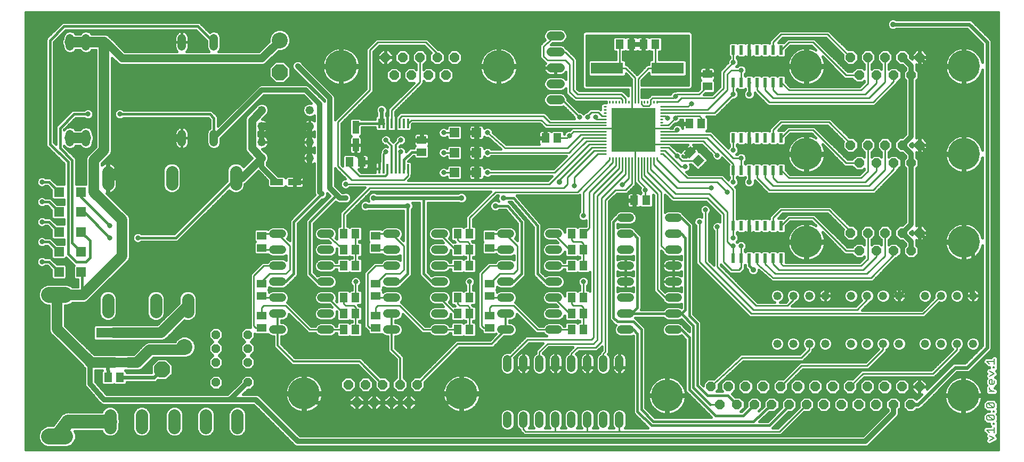
<source format=gtl>
G75*
%MOIN*%
%OFA0B0*%
%FSLAX25Y25*%
%IPPOS*%
%LPD*%
%AMOC8*
5,1,8,0,0,1.08239X$1,22.5*
%
%ADD10C,0.00800*%
%ADD11R,0.22400X0.06300*%
%ADD12R,0.05118X0.05906*%
%ADD13C,0.10000*%
%ADD14C,0.02000*%
%ADD15C,0.07800*%
%ADD16R,0.05906X0.05906*%
%ADD17OC8,0.10000*%
%ADD18C,0.05200*%
%ADD19R,0.05906X0.05118*%
%ADD20R,0.01575X0.05906*%
%ADD21R,0.03937X0.07874*%
%ADD22OC8,0.06000*%
%ADD23C,0.20000*%
%ADD24C,0.01102*%
%ADD25R,0.27559X0.27559*%
%ADD26C,0.05600*%
%ADD27R,0.20000X0.07000*%
%ADD28OC8,0.05346*%
%ADD29C,0.05200*%
%ADD30R,0.07874X0.03937*%
%ADD31C,0.10000*%
%ADD32R,0.02362X0.05906*%
%ADD33C,0.06600*%
%ADD34C,0.02400*%
%ADD35C,0.01600*%
%ADD36C,0.03200*%
%ADD37C,0.08600*%
%ADD38C,0.03200*%
%ADD39C,0.03600*%
%ADD40C,0.05000*%
%ADD41C,0.01000*%
%ADD42C,0.01200*%
%ADD43C,0.01500*%
D10*
X0769397Y0047150D02*
X0772600Y0048751D01*
X0769397Y0050353D01*
X0769397Y0052306D02*
X0767796Y0053908D01*
X0772600Y0053908D01*
X0772600Y0055509D02*
X0772600Y0052306D01*
X0772600Y0057463D02*
X0772600Y0058263D01*
X0771799Y0058263D01*
X0771799Y0057463D01*
X0772600Y0057463D01*
X0771799Y0060041D02*
X0768597Y0063244D01*
X0771799Y0063244D01*
X0772600Y0062443D01*
X0772600Y0060842D01*
X0771799Y0060041D01*
X0768597Y0060041D01*
X0767796Y0060842D01*
X0767796Y0062443D01*
X0768597Y0063244D01*
X0771799Y0065197D02*
X0771799Y0065998D01*
X0772600Y0065998D01*
X0772600Y0065197D01*
X0771799Y0065197D01*
X0771799Y0067776D02*
X0768597Y0070978D01*
X0771799Y0070978D01*
X0772600Y0070178D01*
X0772600Y0068576D01*
X0771799Y0067776D01*
X0768597Y0067776D01*
X0767796Y0068576D01*
X0767796Y0070178D01*
X0768597Y0070978D01*
X0769397Y0078088D02*
X0772600Y0078088D01*
X0770999Y0078088D02*
X0769397Y0079690D01*
X0769397Y0080490D01*
X0770198Y0082385D02*
X0769397Y0083186D01*
X0769397Y0084787D01*
X0770198Y0085588D01*
X0770999Y0085588D01*
X0770999Y0082385D01*
X0771799Y0082385D02*
X0770198Y0082385D01*
X0771799Y0082385D02*
X0772600Y0083186D01*
X0772600Y0084787D01*
X0769397Y0087542D02*
X0772600Y0089143D01*
X0769397Y0090745D01*
X0771799Y0092698D02*
X0771799Y0093499D01*
X0772600Y0093499D01*
X0772600Y0092698D01*
X0771799Y0092698D01*
X0772600Y0095276D02*
X0772600Y0098479D01*
X0772600Y0096878D02*
X0767796Y0096878D01*
X0769397Y0095276D01*
D11*
X0221750Y0096200D03*
X0221750Y0114800D03*
D12*
X0218010Y0086750D03*
X0225490Y0086750D03*
X0365510Y0116750D03*
X0372990Y0116750D03*
X0372990Y0126750D03*
X0365510Y0126750D03*
X0365510Y0136750D03*
X0372990Y0136750D03*
X0372990Y0156750D03*
X0365510Y0156750D03*
X0365510Y0166750D03*
X0372990Y0166750D03*
X0372990Y0176750D03*
X0365510Y0176750D03*
X0436760Y0176750D03*
X0444240Y0176750D03*
X0444240Y0166750D03*
X0436760Y0166750D03*
X0436760Y0156750D03*
X0444240Y0156750D03*
X0444240Y0136750D03*
X0436760Y0136750D03*
X0436760Y0126750D03*
X0444240Y0126750D03*
X0444240Y0116750D03*
X0436760Y0116750D03*
X0508010Y0116750D03*
X0515490Y0116750D03*
X0515490Y0126750D03*
X0508010Y0126750D03*
X0508010Y0136750D03*
X0515490Y0136750D03*
X0515490Y0156750D03*
X0508010Y0156750D03*
X0508010Y0166750D03*
X0515490Y0166750D03*
X0515490Y0176750D03*
X0508010Y0176750D03*
X0547278Y0197750D03*
X0554758Y0197750D03*
G36*
X0587657Y0226505D02*
X0591276Y0222886D01*
X0587101Y0218711D01*
X0583482Y0222330D01*
X0587657Y0226505D01*
G37*
G36*
X0582368Y0231794D02*
X0585987Y0228175D01*
X0581812Y0224000D01*
X0578193Y0227619D01*
X0582368Y0231794D01*
G37*
X0581760Y0245700D03*
X0589240Y0245700D03*
X0499240Y0236750D03*
X0491760Y0236750D03*
X0376740Y0221750D03*
X0369260Y0221750D03*
X0538010Y0295500D03*
X0545490Y0295500D03*
X0553010Y0295500D03*
X0560490Y0295500D03*
D13*
X0325500Y0298000D03*
X0265955Y0105955D03*
D14*
X0248814Y0091156D02*
X0247814Y0090156D01*
X0247814Y0093470D01*
X0250156Y0095812D01*
X0253470Y0095812D01*
X0255812Y0093470D01*
X0255812Y0090156D01*
X0253470Y0087814D01*
X0250156Y0087814D01*
X0247814Y0090156D01*
X0249314Y0090778D01*
X0249314Y0092848D01*
X0250778Y0094312D01*
X0252848Y0094312D01*
X0254312Y0092848D01*
X0254312Y0090778D01*
X0252848Y0089314D01*
X0250778Y0089314D01*
X0249314Y0090778D01*
X0250814Y0091399D01*
X0250814Y0092227D01*
X0251399Y0092812D01*
X0252227Y0092812D01*
X0252812Y0092227D01*
X0252812Y0091399D01*
X0252227Y0090814D01*
X0251399Y0090814D01*
X0250814Y0091399D01*
D15*
X0259550Y0063150D02*
X0259550Y0055350D01*
X0279250Y0055350D02*
X0279250Y0063150D01*
X0298950Y0063150D02*
X0298950Y0055350D01*
X0239150Y0055350D02*
X0239150Y0063150D01*
X0219350Y0063150D02*
X0219350Y0055350D01*
X0218000Y0127850D02*
X0218000Y0135650D01*
X0248000Y0135650D02*
X0248000Y0127850D01*
X0268000Y0127850D02*
X0268000Y0135650D01*
X0258000Y0207850D02*
X0258000Y0215650D01*
X0218000Y0215650D02*
X0218000Y0207850D01*
X0298000Y0207850D02*
X0298000Y0215650D01*
D16*
X0201140Y0203000D03*
X0187360Y0203000D03*
X0187360Y0190500D03*
X0201140Y0190500D03*
X0201140Y0178000D03*
X0187360Y0178000D03*
X0187360Y0165500D03*
X0201140Y0165500D03*
X0201140Y0153000D03*
X0187360Y0153000D03*
X0434860Y0215125D03*
X0448640Y0215125D03*
X0448640Y0227625D03*
X0434860Y0227625D03*
X0434860Y0240125D03*
X0448640Y0240125D03*
D17*
X0325500Y0278000D03*
D18*
X0284250Y0294150D02*
X0284250Y0299350D01*
X0264250Y0299350D02*
X0264250Y0294150D01*
X0204250Y0294150D02*
X0204250Y0299350D01*
X0194250Y0299350D02*
X0194250Y0294150D01*
X0194250Y0239350D02*
X0194250Y0234150D01*
X0204250Y0234150D02*
X0204250Y0239350D01*
X0264250Y0239350D02*
X0264250Y0234150D01*
X0284250Y0234150D02*
X0284250Y0239350D01*
X0321650Y0176750D02*
X0326850Y0176750D01*
X0326850Y0166750D02*
X0321650Y0166750D01*
X0321650Y0156750D02*
X0326850Y0156750D01*
X0351650Y0156750D02*
X0356850Y0156750D01*
X0356850Y0146750D02*
X0351650Y0146750D01*
X0351650Y0136750D02*
X0356850Y0136750D01*
X0356850Y0126750D02*
X0351650Y0126750D01*
X0326850Y0126750D02*
X0321650Y0126750D01*
X0321650Y0116750D02*
X0326850Y0116750D01*
X0351650Y0116750D02*
X0356850Y0116750D01*
X0392900Y0116750D02*
X0398100Y0116750D01*
X0398100Y0126750D02*
X0392900Y0126750D01*
X0392900Y0136750D02*
X0398100Y0136750D01*
X0398100Y0146750D02*
X0392900Y0146750D01*
X0392900Y0156750D02*
X0398100Y0156750D01*
X0398100Y0166750D02*
X0392900Y0166750D01*
X0392900Y0176750D02*
X0398100Y0176750D01*
X0422900Y0176750D02*
X0428100Y0176750D01*
X0428100Y0166750D02*
X0422900Y0166750D01*
X0422900Y0156750D02*
X0428100Y0156750D01*
X0428100Y0146750D02*
X0422900Y0146750D01*
X0422900Y0136750D02*
X0428100Y0136750D01*
X0428100Y0126750D02*
X0422900Y0126750D01*
X0422900Y0116750D02*
X0428100Y0116750D01*
X0464268Y0116750D02*
X0469468Y0116750D01*
X0469468Y0126750D02*
X0464268Y0126750D01*
X0464268Y0136750D02*
X0469468Y0136750D01*
X0469468Y0146750D02*
X0464268Y0146750D01*
X0464268Y0156750D02*
X0469468Y0156750D01*
X0469468Y0166750D02*
X0464268Y0166750D01*
X0464268Y0176750D02*
X0469468Y0176750D01*
X0494268Y0176750D02*
X0499468Y0176750D01*
X0499468Y0166750D02*
X0494268Y0166750D01*
X0494268Y0156750D02*
X0499468Y0156750D01*
X0499468Y0146750D02*
X0494268Y0146750D01*
X0494268Y0136750D02*
X0499468Y0136750D01*
X0499468Y0126750D02*
X0494268Y0126750D01*
X0494268Y0116750D02*
X0499468Y0116750D01*
X0539150Y0116750D02*
X0544350Y0116750D01*
X0544350Y0126750D02*
X0539150Y0126750D01*
X0539150Y0136750D02*
X0544350Y0136750D01*
X0544350Y0146750D02*
X0539150Y0146750D01*
X0539150Y0156750D02*
X0544350Y0156750D01*
X0544350Y0166750D02*
X0539150Y0166750D01*
X0539150Y0176750D02*
X0544350Y0176750D01*
X0544350Y0186750D02*
X0539150Y0186750D01*
X0569150Y0186750D02*
X0574350Y0186750D01*
X0574350Y0176750D02*
X0569150Y0176750D01*
X0569150Y0166750D02*
X0574350Y0166750D01*
X0574350Y0156750D02*
X0569150Y0156750D01*
X0569150Y0146750D02*
X0574350Y0146750D01*
X0574350Y0136750D02*
X0569150Y0136750D01*
X0569150Y0126750D02*
X0574350Y0126750D01*
X0574350Y0116750D02*
X0569150Y0116750D01*
X0537985Y0098200D02*
X0537985Y0093000D01*
X0527985Y0093000D02*
X0527985Y0098200D01*
X0517985Y0098200D02*
X0517985Y0093000D01*
X0507985Y0093000D02*
X0507985Y0098200D01*
X0497985Y0098200D02*
X0497985Y0093000D01*
X0487985Y0093000D02*
X0487985Y0098200D01*
X0477985Y0098200D02*
X0477985Y0093000D01*
X0467985Y0093000D02*
X0467985Y0098200D01*
X0467985Y0063000D02*
X0467985Y0057800D01*
X0477985Y0057800D02*
X0477985Y0063000D01*
X0487985Y0063000D02*
X0487985Y0057800D01*
X0497985Y0057800D02*
X0497985Y0063000D01*
X0507985Y0063000D02*
X0507985Y0057800D01*
X0517985Y0057800D02*
X0517985Y0063000D01*
X0527985Y0063000D02*
X0527985Y0057800D01*
X0537985Y0057800D02*
X0537985Y0063000D01*
X0326850Y0136750D02*
X0321650Y0136750D01*
X0321650Y0146750D02*
X0326850Y0146750D01*
X0351650Y0166750D02*
X0356850Y0166750D01*
X0356850Y0176750D02*
X0351650Y0176750D01*
D19*
X0314250Y0175490D03*
X0314250Y0168010D03*
X0314250Y0145490D03*
X0314250Y0138010D03*
X0314250Y0125490D03*
X0314250Y0118010D03*
X0385500Y0118010D03*
X0385500Y0125490D03*
X0385500Y0138010D03*
X0385500Y0145490D03*
X0385500Y0168010D03*
X0385500Y0175490D03*
X0456750Y0175490D03*
X0456750Y0168010D03*
X0456750Y0145490D03*
X0456750Y0138010D03*
X0456750Y0125490D03*
X0456750Y0118010D03*
X0414250Y0228010D03*
X0414250Y0235490D03*
X0593000Y0269260D03*
X0593000Y0276740D03*
D20*
X0405707Y0246022D03*
X0403148Y0246022D03*
X0400589Y0246022D03*
X0398030Y0246022D03*
X0395470Y0246022D03*
X0392911Y0246022D03*
X0390352Y0246022D03*
X0387793Y0246022D03*
X0387793Y0217478D03*
X0390352Y0217478D03*
X0392911Y0217478D03*
X0395470Y0217478D03*
X0398030Y0217478D03*
X0400589Y0217478D03*
X0403148Y0217478D03*
X0405707Y0217478D03*
D21*
X0373000Y0232390D03*
X0373000Y0243610D03*
D22*
X0396997Y0276107D03*
X0407797Y0276107D03*
X0418597Y0276107D03*
X0429397Y0276107D03*
X0423997Y0287307D03*
X0413197Y0287307D03*
X0402397Y0287307D03*
X0391597Y0287307D03*
X0434797Y0287307D03*
X0682635Y0287350D03*
X0693435Y0287350D03*
X0704235Y0287350D03*
X0715035Y0287350D03*
X0725835Y0287350D03*
X0720435Y0276150D03*
X0709635Y0276150D03*
X0698835Y0276150D03*
X0688035Y0276150D03*
X0682635Y0232350D03*
X0693435Y0232350D03*
X0704235Y0232350D03*
X0715035Y0232350D03*
X0725835Y0232350D03*
X0720435Y0221150D03*
X0709635Y0221150D03*
X0698835Y0221150D03*
X0688035Y0221150D03*
X0682635Y0177350D03*
X0693435Y0177350D03*
X0704235Y0177350D03*
X0715035Y0177350D03*
X0725835Y0177350D03*
X0720435Y0166150D03*
X0709635Y0166150D03*
X0698835Y0166150D03*
X0688035Y0166150D03*
X0693085Y0081100D03*
X0682185Y0081100D03*
X0671385Y0081100D03*
X0660485Y0081100D03*
X0649585Y0081100D03*
X0638785Y0081100D03*
X0627885Y0081100D03*
X0616985Y0081100D03*
X0606185Y0081100D03*
X0595285Y0081100D03*
X0600685Y0069900D03*
X0611585Y0069900D03*
X0622485Y0069900D03*
X0633285Y0069900D03*
X0644185Y0069900D03*
X0655085Y0069900D03*
X0665885Y0069900D03*
X0676785Y0069900D03*
X0687685Y0069900D03*
X0698485Y0069900D03*
X0709385Y0069900D03*
X0720285Y0069900D03*
X0725685Y0081100D03*
X0714785Y0081100D03*
X0703985Y0081100D03*
X0411539Y0082350D03*
X0400739Y0082350D03*
X0389939Y0082350D03*
X0379139Y0082350D03*
X0368339Y0082350D03*
X0373739Y0071150D03*
X0384539Y0071150D03*
X0395339Y0071150D03*
X0406139Y0071150D03*
D23*
X0439239Y0076750D03*
X0340639Y0076750D03*
X0567885Y0075500D03*
X0753085Y0075500D03*
X0753535Y0171750D03*
X0654935Y0171750D03*
X0654935Y0226750D03*
X0753535Y0226750D03*
X0753535Y0281750D03*
X0654935Y0281750D03*
X0462497Y0281707D03*
X0363897Y0281707D03*
D24*
X0528593Y0256514D02*
X0529655Y0256514D01*
X0529655Y0254545D02*
X0528593Y0254545D01*
X0528593Y0252577D02*
X0529655Y0252577D01*
X0529655Y0250608D02*
X0528593Y0250608D01*
X0528593Y0248640D02*
X0529655Y0248640D01*
X0529655Y0246671D02*
X0528593Y0246671D01*
X0528593Y0244703D02*
X0529655Y0244703D01*
X0529655Y0242734D02*
X0528593Y0242734D01*
X0528593Y0240766D02*
X0529655Y0240766D01*
X0529655Y0238797D02*
X0528593Y0238797D01*
X0528593Y0236829D02*
X0529655Y0236829D01*
X0529655Y0234860D02*
X0528593Y0234860D01*
X0528593Y0232892D02*
X0529655Y0232892D01*
X0529655Y0230923D02*
X0528593Y0230923D01*
X0528593Y0228955D02*
X0529655Y0228955D01*
X0529655Y0226986D02*
X0528593Y0226986D01*
X0531986Y0224655D02*
X0531986Y0223593D01*
X0533955Y0223593D02*
X0533955Y0224655D01*
X0535923Y0224655D02*
X0535923Y0223593D01*
X0537892Y0223593D02*
X0537892Y0224655D01*
X0539860Y0224655D02*
X0539860Y0223593D01*
X0541829Y0223593D02*
X0541829Y0224655D01*
X0543797Y0224655D02*
X0543797Y0223593D01*
X0545766Y0223593D02*
X0545766Y0224655D01*
X0547734Y0224655D02*
X0547734Y0223593D01*
X0549703Y0223593D02*
X0549703Y0224655D01*
X0551671Y0224655D02*
X0551671Y0223593D01*
X0553640Y0223593D02*
X0553640Y0224655D01*
X0555608Y0224655D02*
X0555608Y0223593D01*
X0557577Y0223593D02*
X0557577Y0224655D01*
X0559545Y0224655D02*
X0559545Y0223593D01*
X0561514Y0223593D02*
X0561514Y0224655D01*
X0563845Y0226986D02*
X0564907Y0226986D01*
X0564907Y0228955D02*
X0563845Y0228955D01*
X0563845Y0230923D02*
X0564907Y0230923D01*
X0564907Y0232892D02*
X0563845Y0232892D01*
X0563845Y0234860D02*
X0564907Y0234860D01*
X0564907Y0236829D02*
X0563845Y0236829D01*
X0563845Y0238797D02*
X0564907Y0238797D01*
X0564907Y0240766D02*
X0563845Y0240766D01*
X0563845Y0242734D02*
X0564907Y0242734D01*
X0564907Y0244703D02*
X0563845Y0244703D01*
X0563845Y0246671D02*
X0564907Y0246671D01*
X0564907Y0248640D02*
X0563845Y0248640D01*
X0563845Y0250608D02*
X0564907Y0250608D01*
X0564907Y0252577D02*
X0563845Y0252577D01*
X0563845Y0254545D02*
X0564907Y0254545D01*
X0564907Y0256514D02*
X0563845Y0256514D01*
X0561514Y0258845D02*
X0561514Y0259907D01*
X0559545Y0259907D02*
X0559545Y0258845D01*
X0557577Y0258845D02*
X0557577Y0259907D01*
X0555608Y0259907D02*
X0555608Y0258845D01*
X0553640Y0258845D02*
X0553640Y0259907D01*
X0551671Y0259907D02*
X0551671Y0258845D01*
X0549703Y0258845D02*
X0549703Y0259907D01*
X0547734Y0259907D02*
X0547734Y0258845D01*
X0545766Y0258845D02*
X0545766Y0259907D01*
X0543797Y0259907D02*
X0543797Y0258845D01*
X0541829Y0258845D02*
X0541829Y0259907D01*
X0539860Y0259907D02*
X0539860Y0258845D01*
X0537892Y0258845D02*
X0537892Y0259907D01*
X0535923Y0259907D02*
X0535923Y0258845D01*
X0533955Y0258845D02*
X0533955Y0259907D01*
X0531986Y0259907D02*
X0531986Y0258845D01*
D25*
X0546750Y0241750D03*
D26*
X0500800Y0260750D02*
X0495200Y0260750D01*
X0495200Y0270750D02*
X0500800Y0270750D01*
X0500800Y0280750D02*
X0495200Y0280750D01*
X0495200Y0290750D02*
X0500800Y0290750D01*
X0500800Y0300750D02*
X0495200Y0300750D01*
D27*
X0530250Y0280500D03*
X0568250Y0280500D03*
D28*
X0305500Y0113671D03*
X0285500Y0113671D03*
X0285500Y0105010D03*
X0285500Y0096348D03*
X0305500Y0096348D03*
X0305500Y0105010D03*
X0305500Y0083750D03*
X0285500Y0083750D03*
D29*
X0636735Y0108000D03*
X0646735Y0108000D03*
X0656735Y0108000D03*
X0666735Y0108000D03*
X0682985Y0108000D03*
X0692985Y0108000D03*
X0702985Y0108000D03*
X0712985Y0108000D03*
X0729235Y0108000D03*
X0739235Y0108000D03*
X0749235Y0108000D03*
X0759235Y0108000D03*
X0759235Y0138000D03*
X0749235Y0138000D03*
X0739235Y0138000D03*
X0729235Y0138000D03*
X0712985Y0138000D03*
X0702985Y0138000D03*
X0692985Y0138000D03*
X0682985Y0138000D03*
X0666735Y0138000D03*
X0656735Y0138000D03*
X0646735Y0138000D03*
X0636735Y0138000D03*
X0344250Y0224250D03*
X0344250Y0234250D03*
X0344250Y0244250D03*
X0344250Y0254250D03*
X0314250Y0254250D03*
X0314250Y0244250D03*
X0314250Y0234250D03*
X0314250Y0224250D03*
D30*
X0323640Y0209250D03*
X0334860Y0209250D03*
D31*
X0191250Y0138550D02*
X0181250Y0138550D01*
X0181250Y0049950D02*
X0191250Y0049950D01*
D32*
X0609235Y0161514D03*
X0614235Y0161514D03*
X0619235Y0161514D03*
X0624235Y0161514D03*
X0629235Y0161514D03*
X0634235Y0161514D03*
X0639235Y0161514D03*
X0639235Y0181986D03*
X0634235Y0181986D03*
X0629235Y0181986D03*
X0624235Y0181986D03*
X0619235Y0181986D03*
X0614235Y0181986D03*
X0609235Y0181986D03*
X0609235Y0216514D03*
X0614235Y0216514D03*
X0619235Y0216514D03*
X0624235Y0216514D03*
X0629235Y0216514D03*
X0634235Y0216514D03*
X0639235Y0216514D03*
X0639235Y0236986D03*
X0634235Y0236986D03*
X0629235Y0236986D03*
X0624235Y0236986D03*
X0619235Y0236986D03*
X0614235Y0236986D03*
X0609235Y0236986D03*
X0609235Y0271514D03*
X0614235Y0271514D03*
X0619235Y0271514D03*
X0624235Y0271514D03*
X0629235Y0271514D03*
X0634235Y0271514D03*
X0639235Y0271514D03*
X0639235Y0291986D03*
X0634235Y0291986D03*
X0629235Y0291986D03*
X0624235Y0291986D03*
X0619235Y0291986D03*
X0614235Y0291986D03*
X0609235Y0291986D03*
D33*
X0226750Y0185500D02*
X0226750Y0163000D01*
X0202375Y0138625D01*
X0201741Y0138622D01*
X0186250Y0138550D01*
X0186250Y0117208D01*
X0206730Y0096728D01*
X0206730Y0096200D01*
X0221750Y0096200D01*
X0231200Y0096200D02*
X0236200Y0096200D01*
X0244250Y0104250D01*
X0264250Y0104250D01*
X0265955Y0105955D01*
X0251050Y0114800D02*
X0221750Y0114800D01*
X0251050Y0114800D02*
X0268000Y0131750D01*
X0226750Y0185500D02*
X0209250Y0203000D01*
X0209250Y0223000D01*
X0215500Y0229250D01*
X0215500Y0296750D01*
X0204250Y0296750D01*
X0194250Y0296750D01*
X0194250Y0236750D02*
X0204250Y0236750D01*
D34*
X0379250Y0194250D02*
X0405500Y0194250D01*
X0415500Y0199250D02*
X0439250Y0199250D01*
X0415500Y0199250D02*
X0384250Y0199250D01*
X0389250Y0246750D02*
X0389250Y0254250D01*
X0619235Y0236986D02*
X0619235Y0231750D01*
X0624235Y0226750D01*
X0654935Y0226750D01*
X0725835Y0232350D02*
X0731435Y0226750D01*
X0753535Y0226750D01*
X0725835Y0232350D02*
X0725835Y0287350D01*
X0731435Y0281750D01*
X0753535Y0281750D01*
X0768000Y0296750D02*
X0768000Y0105500D01*
X0755500Y0093000D01*
X0748000Y0093000D01*
X0724900Y0069900D01*
X0720285Y0069900D01*
X0712985Y0138000D02*
X0717985Y0143000D01*
X0755500Y0143000D01*
X0759235Y0139265D01*
X0759235Y0138000D01*
X0759235Y0166050D01*
X0753535Y0171750D01*
X0731435Y0171750D01*
X0725835Y0177350D01*
X0725835Y0232350D01*
X0619250Y0271499D02*
X0619235Y0271514D01*
X0624235Y0281750D02*
X0654935Y0281750D01*
X0624235Y0281750D02*
X0619235Y0286750D01*
X0619235Y0291986D01*
X0709250Y0308000D02*
X0756750Y0308000D01*
X0768000Y0296750D01*
X0619235Y0181986D02*
X0619235Y0176750D01*
X0624235Y0171750D01*
X0654935Y0171750D01*
X0670500Y0143000D02*
X0707985Y0143000D01*
X0712985Y0138000D01*
X0670500Y0143000D02*
X0666735Y0139235D01*
X0666735Y0138000D01*
X0439239Y0076750D02*
X0433639Y0071150D01*
X0406139Y0071150D01*
X0373739Y0071150D02*
X0346239Y0071150D01*
X0340639Y0076750D01*
X0251813Y0091813D02*
X0246750Y0086750D01*
X0225490Y0086750D01*
X0218010Y0086750D02*
X0217813Y0096013D01*
X0221750Y0096200D01*
X0201741Y0152398D02*
X0201140Y0153000D01*
D35*
X0201741Y0152398D02*
X0201741Y0138622D01*
X0187360Y0153000D02*
X0181110Y0159250D01*
X0176750Y0159250D01*
X0187360Y0165500D02*
X0181110Y0171750D01*
X0176750Y0171750D01*
X0195500Y0171140D02*
X0195500Y0223000D01*
X0188000Y0230500D01*
X0188000Y0243000D01*
X0196750Y0251750D01*
X0205500Y0251750D01*
X0225500Y0251750D02*
X0281750Y0251750D01*
X0284250Y0249250D01*
X0284250Y0236750D01*
X0325313Y0245313D02*
X0344250Y0244250D01*
X0373000Y0243610D02*
X0375411Y0246022D01*
X0387793Y0246022D01*
X0390352Y0246022D01*
X0392911Y0246022D02*
X0392911Y0241131D01*
X0386750Y0241131D01*
X0385647Y0240028D01*
X0385647Y0222853D01*
X0386750Y0221750D01*
X0376740Y0221750D01*
X0373000Y0226740D01*
X0373000Y0232390D01*
X0392911Y0241131D02*
X0398030Y0241131D01*
X0414250Y0241131D01*
X0414250Y0235490D01*
X0414250Y0228010D02*
X0408010Y0228010D01*
X0403148Y0223148D01*
X0403148Y0217478D01*
X0387793Y0217478D02*
X0387793Y0220707D01*
X0386750Y0221750D01*
X0398030Y0241131D02*
X0398030Y0246022D01*
X0298000Y0211750D02*
X0260500Y0174250D01*
X0236750Y0174250D01*
X0219250Y0174250D02*
X0203000Y0190500D01*
X0201140Y0190500D01*
X0187360Y0190500D02*
X0181110Y0196750D01*
X0176750Y0196750D01*
X0187360Y0203000D02*
X0181110Y0209250D01*
X0176750Y0209250D01*
X0201140Y0203000D02*
X0201140Y0199860D01*
X0219250Y0181750D01*
X0206750Y0172390D02*
X0201140Y0178000D01*
X0187360Y0178000D02*
X0181110Y0184250D01*
X0176750Y0184250D01*
X0195500Y0171140D02*
X0201140Y0165500D01*
X0206750Y0161750D02*
X0204250Y0159250D01*
X0198000Y0159250D01*
X0193000Y0164250D01*
X0193000Y0221750D01*
X0181750Y0233000D01*
X0181750Y0298000D01*
X0190500Y0306750D01*
X0274250Y0306750D01*
X0284250Y0296750D01*
X0351750Y0201750D02*
X0334250Y0184250D01*
X0334250Y0151750D01*
X0329250Y0146750D01*
X0324250Y0146750D01*
X0344250Y0151750D02*
X0344250Y0184250D01*
X0361125Y0201125D01*
X0405500Y0194250D02*
X0405500Y0151750D01*
X0400500Y0146750D01*
X0395500Y0146750D01*
X0385500Y0138010D02*
X0386760Y0136750D01*
X0365510Y0136750D02*
X0365500Y0136740D01*
X0354250Y0146750D02*
X0349250Y0146750D01*
X0344250Y0151750D01*
X0315510Y0166750D02*
X0314250Y0168010D01*
X0314250Y0175490D02*
X0315510Y0176750D01*
X0415500Y0199250D02*
X0415500Y0151750D01*
X0420500Y0146750D01*
X0425500Y0146750D01*
X0436750Y0136740D02*
X0436760Y0136750D01*
X0436760Y0126750D02*
X0435500Y0126750D01*
X0466868Y0146750D02*
X0471750Y0146750D01*
X0476750Y0151750D01*
X0476750Y0184250D01*
X0468000Y0194250D01*
X0460500Y0194250D01*
X0465500Y0199250D02*
X0471750Y0199250D01*
X0486750Y0181750D01*
X0486750Y0151750D01*
X0491750Y0146750D01*
X0496868Y0146750D01*
X0506868Y0126750D02*
X0508010Y0126750D01*
X0534250Y0124250D02*
X0536750Y0121750D01*
X0546750Y0121750D01*
X0551750Y0116750D01*
X0551750Y0066750D01*
X0559250Y0059250D01*
X0621750Y0059250D01*
X0633285Y0069900D01*
X0622485Y0069900D02*
X0615585Y0063000D01*
X0598000Y0063000D01*
X0581750Y0079250D01*
X0581750Y0111750D01*
X0576750Y0116750D01*
X0571750Y0116750D01*
X0576750Y0126750D02*
X0584250Y0119250D01*
X0584250Y0080500D01*
X0594850Y0069900D01*
X0593000Y0075500D02*
X0586750Y0081750D01*
X0586750Y0120500D01*
X0581750Y0125500D01*
X0581750Y0181750D01*
X0576750Y0186750D01*
X0576750Y0176750D02*
X0579250Y0174250D01*
X0579250Y0129250D01*
X0576750Y0126750D01*
X0571750Y0126750D02*
X0545500Y0126750D01*
X0549250Y0130500D01*
X0549250Y0174250D01*
X0546750Y0176750D01*
X0541750Y0176750D01*
X0534250Y0184250D02*
X0534250Y0124250D01*
X0541750Y0116750D02*
X0546750Y0116750D01*
X0549250Y0114250D01*
X0549250Y0065500D01*
X0558000Y0056750D01*
X0631750Y0056750D01*
X0644185Y0069185D01*
X0611585Y0069900D02*
X0605985Y0075500D01*
X0593000Y0075500D01*
X0621735Y0154250D02*
X0619235Y0156750D01*
X0619235Y0161514D01*
X0576750Y0176750D02*
X0571750Y0176750D01*
X0541750Y0186750D02*
X0536750Y0186750D01*
X0534250Y0184250D01*
X0508010Y0166750D02*
X0506868Y0166750D01*
X0436760Y0176750D02*
X0436750Y0176740D01*
X0373000Y0126760D02*
X0372990Y0126750D01*
X0314250Y0118010D02*
X0314240Y0118000D01*
X0206750Y0161750D02*
X0206750Y0172390D01*
X0530250Y0280500D02*
X0538010Y0280500D01*
X0614235Y0271514D02*
X0614250Y0271514D01*
X0619250Y0271499D02*
X0619250Y0264250D01*
X0630485Y0254250D02*
X0639235Y0254250D01*
X0630485Y0254250D02*
X0619235Y0241750D01*
X0619235Y0236986D01*
X0619235Y0216514D02*
X0619235Y0209250D01*
X0630485Y0199250D02*
X0639235Y0199250D01*
X0630485Y0199250D02*
X0619235Y0186750D01*
X0619235Y0181986D01*
D36*
X0609235Y0174250D03*
X0599250Y0181136D03*
X0588000Y0184250D03*
X0591750Y0191750D03*
X0605500Y0203000D03*
X0595500Y0205500D03*
X0609235Y0209250D03*
X0579250Y0218800D03*
X0574250Y0225500D03*
X0550500Y0230500D03*
X0546750Y0234250D03*
X0543000Y0230500D03*
X0535500Y0238000D03*
X0539250Y0241750D03*
X0535500Y0245500D03*
X0546750Y0249250D03*
X0543000Y0253000D03*
X0550500Y0253000D03*
X0558000Y0245500D03*
X0554250Y0241750D03*
X0558000Y0238000D03*
X0574250Y0241950D03*
X0573000Y0249250D03*
X0568000Y0249350D03*
X0583089Y0258250D03*
X0573000Y0263000D03*
X0609250Y0264250D03*
X0639235Y0254250D03*
X0614250Y0279250D03*
X0609250Y0284250D03*
X0594250Y0294250D03*
X0523000Y0249750D03*
X0518000Y0249750D03*
X0513000Y0249750D03*
X0506750Y0238266D03*
X0484250Y0236375D03*
X0455500Y0240125D03*
X0455500Y0227625D03*
X0428000Y0227625D03*
X0401281Y0228040D03*
X0391953Y0228040D03*
X0391953Y0235514D03*
X0401281Y0235492D03*
X0428000Y0240125D03*
X0444250Y0264250D03*
X0455500Y0215125D03*
X0428000Y0215125D03*
X0366750Y0208000D03*
X0301750Y0196750D03*
X0236750Y0174250D03*
X0219250Y0174250D03*
X0219250Y0181750D03*
X0176750Y0184250D03*
X0176750Y0171750D03*
X0176750Y0159250D03*
X0176750Y0196750D03*
X0176750Y0209250D03*
X0205500Y0251750D03*
X0225500Y0251750D03*
X0266750Y0266750D03*
X0490500Y0195500D03*
X0515490Y0188050D03*
X0554250Y0204250D03*
X0539750Y0207500D03*
X0509750Y0206750D03*
X0599250Y0226000D03*
X0609235Y0229250D03*
X0614235Y0224250D03*
X0639235Y0199250D03*
X0619235Y0196750D03*
X0614235Y0169250D03*
X0609235Y0169250D03*
X0515490Y0146740D03*
X0444250Y0146750D03*
X0373000Y0146750D03*
X0319250Y0094250D03*
D37*
X0219350Y0059250D02*
X0193100Y0059250D01*
X0186250Y0049950D01*
D38*
X0215500Y0073000D02*
X0206730Y0083020D01*
X0206730Y0096728D01*
X0215500Y0073000D02*
X0294250Y0073000D01*
X0310500Y0073000D01*
X0336750Y0046750D01*
X0691750Y0046750D01*
X0709385Y0064385D01*
X0709385Y0069900D01*
X0720435Y0166150D02*
X0720435Y0171950D01*
X0715035Y0177350D01*
X0720435Y0182750D01*
X0720435Y0221150D01*
X0720435Y0226950D01*
X0715035Y0232350D01*
X0720435Y0237750D01*
X0720435Y0276150D01*
X0720435Y0281950D01*
X0715035Y0287350D01*
X0366750Y0199250D02*
X0363000Y0199250D01*
X0361125Y0201125D01*
X0356750Y0205500D01*
X0356750Y0261750D01*
X0336750Y0281750D01*
X0341750Y0266750D02*
X0314250Y0266750D01*
X0284250Y0236750D01*
X0314250Y0234250D02*
X0314250Y0244250D01*
X0344250Y0244250D02*
X0344250Y0234250D01*
X0344250Y0224250D01*
X0344250Y0218640D01*
X0334860Y0209250D01*
X0323640Y0209250D02*
X0314250Y0218640D01*
X0314250Y0224250D01*
X0350500Y0203000D02*
X0351750Y0201750D01*
X0350500Y0203000D02*
X0350500Y0258000D01*
X0341750Y0266750D01*
X0305500Y0083750D02*
X0294250Y0073000D01*
D39*
X0379250Y0194250D03*
X0384250Y0199250D03*
X0366750Y0199250D03*
X0351750Y0201750D03*
X0405500Y0194250D03*
X0439250Y0199250D03*
X0460500Y0194250D03*
X0465500Y0199250D03*
X0500500Y0209250D03*
X0619235Y0209250D03*
X0619250Y0264250D03*
X0709250Y0308000D03*
X0389250Y0254250D03*
X0336750Y0281750D03*
X0621735Y0154250D03*
D40*
X0344250Y0244250D02*
X0314250Y0244250D01*
X0308000Y0248000D02*
X0314250Y0254250D01*
X0308000Y0248000D02*
X0308000Y0230500D01*
X0314250Y0224250D01*
X0301750Y0211750D01*
X0298000Y0211750D01*
X0264250Y0236750D02*
X0244250Y0236750D01*
X0219250Y0211750D01*
X0218000Y0211750D01*
X0226750Y0286750D02*
X0216750Y0296750D01*
X0215500Y0296750D01*
X0226750Y0286750D02*
X0314250Y0286750D01*
X0325500Y0298000D01*
X0231200Y0096200D02*
X0221750Y0096200D01*
D41*
X0309250Y0119250D02*
X0309250Y0150500D01*
X0315500Y0156750D01*
X0324250Y0156750D01*
X0319250Y0151750D02*
X0314250Y0146750D01*
X0314250Y0145490D01*
X0319250Y0151750D02*
X0329250Y0151750D01*
X0331750Y0154250D01*
X0331750Y0169250D01*
X0324250Y0176750D01*
X0315510Y0176750D01*
X0315510Y0166750D02*
X0324250Y0166750D01*
X0354250Y0156750D02*
X0365510Y0156750D01*
X0372990Y0156750D02*
X0372990Y0166750D01*
X0372990Y0176750D01*
X0365510Y0176750D02*
X0365510Y0189260D01*
X0381750Y0205500D01*
X0503000Y0205500D01*
X0505500Y0208000D01*
X0505500Y0212250D01*
X0522205Y0228955D01*
X0529124Y0228955D01*
X0529124Y0230923D02*
X0520923Y0230923D01*
X0500500Y0210500D01*
X0500500Y0209250D01*
X0494250Y0208000D02*
X0519142Y0232892D01*
X0529124Y0232892D01*
X0529124Y0234860D02*
X0517360Y0234860D01*
X0497625Y0215125D01*
X0455500Y0215125D01*
X0448640Y0215125D02*
X0448640Y0227625D01*
X0448640Y0240125D01*
X0455500Y0240125D02*
X0466375Y0230500D01*
X0505608Y0230500D01*
X0513906Y0238797D01*
X0529124Y0238797D01*
X0529124Y0236829D02*
X0515579Y0236829D01*
X0506375Y0227625D01*
X0455500Y0227625D01*
X0434860Y0227625D02*
X0428000Y0227625D01*
X0428000Y0240125D02*
X0434860Y0240125D01*
X0407685Y0248000D02*
X0405707Y0246022D01*
X0407685Y0248000D02*
X0489250Y0248000D01*
X0492547Y0244703D01*
X0529124Y0244703D01*
X0529124Y0246671D02*
X0494368Y0246632D01*
X0490500Y0250500D01*
X0401750Y0250500D01*
X0400589Y0249339D01*
X0400589Y0246022D01*
X0395500Y0246051D02*
X0395500Y0254250D01*
X0413197Y0271947D01*
X0413197Y0287307D01*
X0416750Y0296750D02*
X0423997Y0289503D01*
X0423997Y0287307D01*
X0416750Y0296750D02*
X0386750Y0296750D01*
X0381750Y0291750D01*
X0381750Y0266750D01*
X0361750Y0246750D01*
X0361750Y0219250D01*
X0370500Y0210500D01*
X0403000Y0210500D01*
X0405707Y0213207D01*
X0405707Y0217478D01*
X0428000Y0215125D02*
X0434860Y0215125D01*
X0460500Y0203000D02*
X0511750Y0203000D01*
X0531986Y0223236D01*
X0531986Y0224124D01*
X0533955Y0224124D02*
X0533955Y0221455D01*
X0515490Y0202990D01*
X0515490Y0188050D01*
X0519250Y0180500D02*
X0515490Y0176740D01*
X0515490Y0176750D01*
X0514250Y0171750D02*
X0515490Y0170510D01*
X0515490Y0166750D01*
X0515490Y0156750D01*
X0508010Y0156750D02*
X0496868Y0156750D01*
X0474250Y0154250D02*
X0474250Y0169250D01*
X0466868Y0176632D01*
X0466868Y0176750D01*
X0458010Y0176750D01*
X0456750Y0175490D01*
X0456752Y0175558D01*
X0456757Y0175626D01*
X0456767Y0175694D01*
X0456779Y0175761D01*
X0456796Y0175827D01*
X0456816Y0175892D01*
X0456839Y0175956D01*
X0456866Y0176019D01*
X0456897Y0176080D01*
X0456930Y0176140D01*
X0456967Y0176197D01*
X0457007Y0176253D01*
X0457050Y0176306D01*
X0457095Y0176357D01*
X0457143Y0176405D01*
X0457194Y0176450D01*
X0457247Y0176493D01*
X0457303Y0176533D01*
X0457360Y0176570D01*
X0457420Y0176603D01*
X0457481Y0176634D01*
X0457544Y0176661D01*
X0457608Y0176684D01*
X0457673Y0176704D01*
X0457739Y0176721D01*
X0457806Y0176733D01*
X0457874Y0176743D01*
X0457942Y0176748D01*
X0458010Y0176750D01*
X0444240Y0176750D02*
X0444240Y0186740D01*
X0460500Y0203000D01*
X0494250Y0208000D02*
X0366750Y0208000D01*
X0354250Y0176750D02*
X0365510Y0166750D01*
X0385500Y0166750D02*
X0395500Y0166750D01*
X0403000Y0169250D02*
X0395500Y0176750D01*
X0385500Y0176750D01*
X0385500Y0175490D01*
X0403000Y0169250D02*
X0403000Y0154250D01*
X0400500Y0151750D01*
X0391760Y0151750D01*
X0385500Y0145490D01*
X0372990Y0146740D02*
X0372990Y0136750D01*
X0365500Y0136740D02*
X0365500Y0133000D01*
X0366750Y0131750D01*
X0371750Y0131750D01*
X0373000Y0130500D01*
X0373000Y0126760D01*
X0372990Y0126750D02*
X0372990Y0116750D01*
X0365510Y0116750D02*
X0354250Y0116750D01*
X0344250Y0116750D01*
X0329250Y0131750D01*
X0315510Y0131750D01*
X0314250Y0130490D01*
X0314250Y0125490D01*
X0314240Y0118000D02*
X0310500Y0118000D01*
X0309250Y0119250D01*
X0314250Y0136750D02*
X0324250Y0136750D01*
X0354250Y0136750D02*
X0355510Y0136750D01*
X0365510Y0126750D01*
X0380500Y0119250D02*
X0381740Y0118010D01*
X0385500Y0118010D01*
X0380500Y0119250D02*
X0380500Y0151750D01*
X0385500Y0156750D01*
X0395500Y0156750D01*
X0425500Y0156750D02*
X0436760Y0156750D01*
X0444240Y0156750D02*
X0444240Y0166750D01*
X0444240Y0170510D01*
X0443000Y0171750D01*
X0438000Y0171750D01*
X0436750Y0173000D01*
X0436750Y0176740D01*
X0435500Y0166750D02*
X0425500Y0176750D01*
X0435500Y0166750D02*
X0436760Y0166750D01*
X0456750Y0168010D02*
X0458010Y0166750D01*
X0466868Y0166750D01*
X0466868Y0156750D02*
X0456750Y0156750D01*
X0451750Y0151750D01*
X0451750Y0119250D01*
X0453000Y0118000D01*
X0456740Y0118000D01*
X0456750Y0118010D01*
X0444240Y0116750D02*
X0444240Y0126750D01*
X0444240Y0130510D01*
X0443000Y0131750D01*
X0438000Y0131750D01*
X0436750Y0133000D01*
X0436750Y0136740D01*
X0444240Y0136750D02*
X0444240Y0146740D01*
X0444250Y0146750D01*
X0456750Y0145490D02*
X0463010Y0151750D01*
X0471750Y0151750D01*
X0474250Y0154250D01*
X0466868Y0136750D02*
X0458010Y0136750D01*
X0456750Y0138010D01*
X0458000Y0131750D02*
X0471750Y0131750D01*
X0486750Y0116750D01*
X0496868Y0116750D01*
X0508010Y0116750D01*
X0515490Y0116750D02*
X0515490Y0126750D01*
X0515490Y0130510D01*
X0514250Y0131750D01*
X0509250Y0131750D01*
X0508000Y0133000D01*
X0508000Y0136740D01*
X0508010Y0136750D01*
X0515490Y0136750D02*
X0515490Y0146740D01*
X0496868Y0136750D02*
X0506868Y0126750D01*
X0521750Y0111750D02*
X0521750Y0201750D01*
X0537892Y0217892D01*
X0537892Y0224124D01*
X0539860Y0224124D02*
X0539860Y0216110D01*
X0524250Y0200500D01*
X0524250Y0110500D01*
X0521750Y0108000D01*
X0493000Y0108000D01*
X0487985Y0102985D01*
X0487985Y0093000D01*
X0480500Y0110500D02*
X0467985Y0097985D01*
X0467985Y0093000D01*
X0507985Y0093000D02*
X0507985Y0101735D01*
X0511750Y0105500D01*
X0523000Y0105500D01*
X0526750Y0109250D01*
X0526750Y0199250D01*
X0541829Y0214329D01*
X0541829Y0224124D01*
X0543797Y0224124D02*
X0543797Y0211547D01*
X0539750Y0207500D01*
X0541750Y0204250D02*
X0535500Y0204250D01*
X0529250Y0198000D01*
X0529250Y0103000D01*
X0527985Y0101735D01*
X0527985Y0093000D01*
X0520500Y0110500D02*
X0480500Y0110500D01*
X0456750Y0125490D02*
X0456750Y0130500D01*
X0458000Y0131750D01*
X0435500Y0126750D02*
X0425500Y0136750D01*
X0415500Y0116750D02*
X0400500Y0131750D01*
X0386750Y0131750D01*
X0385500Y0130500D01*
X0385500Y0125490D01*
X0386760Y0136750D02*
X0395500Y0136750D01*
X0415500Y0116750D02*
X0425500Y0116750D01*
X0436760Y0116750D01*
X0520500Y0110500D02*
X0521750Y0111750D01*
X0541750Y0126750D02*
X0545500Y0126750D01*
X0561750Y0141750D02*
X0566750Y0136750D01*
X0571750Y0136750D01*
X0561750Y0141750D02*
X0561750Y0201750D01*
X0551671Y0211829D01*
X0551671Y0224124D01*
X0549703Y0224124D02*
X0549703Y0210047D01*
X0554250Y0205500D01*
X0554250Y0204250D01*
X0554250Y0200211D01*
X0554758Y0197750D01*
X0547734Y0198207D02*
X0547278Y0197750D01*
X0547734Y0198207D02*
X0547734Y0224124D01*
X0547734Y0233266D01*
X0546750Y0234250D01*
X0548108Y0232892D01*
X0564376Y0232892D01*
X0577096Y0232892D01*
X0582090Y0227897D01*
X0577142Y0222608D02*
X0574250Y0225500D01*
X0568827Y0230923D01*
X0564376Y0230923D01*
X0564376Y0228955D02*
X0566337Y0228955D01*
X0576491Y0218800D01*
X0579250Y0218800D01*
X0577142Y0222608D02*
X0587379Y0222608D01*
X0599250Y0226000D02*
X0590390Y0234860D01*
X0564376Y0234860D01*
X0564376Y0236829D02*
X0592921Y0236829D01*
X0609250Y0220500D01*
X0609250Y0216529D01*
X0609235Y0216514D02*
X0609235Y0209250D01*
X0609250Y0204250D02*
X0601750Y0211750D01*
X0580500Y0211750D01*
X0565264Y0226986D01*
X0564376Y0226986D01*
X0561514Y0224124D02*
X0561514Y0223236D01*
X0575500Y0209250D01*
X0599250Y0209250D01*
X0605500Y0203000D01*
X0609250Y0204250D02*
X0609250Y0182001D01*
X0609235Y0181986D02*
X0609235Y0174250D01*
X0605500Y0171750D02*
X0605500Y0190500D01*
X0594250Y0201750D01*
X0573000Y0201750D01*
X0557577Y0217173D01*
X0557577Y0224124D01*
X0559545Y0224124D02*
X0559545Y0220205D01*
X0574250Y0205500D01*
X0595500Y0205500D01*
X0593000Y0199250D02*
X0571750Y0199250D01*
X0555608Y0215392D01*
X0555608Y0224124D01*
X0553640Y0224124D02*
X0553640Y0213610D01*
X0564250Y0203000D01*
X0564250Y0169250D01*
X0566750Y0166750D01*
X0571750Y0166750D01*
X0588000Y0159250D02*
X0588000Y0184250D01*
X0599250Y0181136D02*
X0599250Y0156136D01*
X0623636Y0131750D01*
X0643000Y0131750D01*
X0646735Y0135485D01*
X0646735Y0138000D01*
X0634235Y0149250D02*
X0695485Y0149250D01*
X0709635Y0163400D01*
X0709635Y0166150D01*
X0704235Y0163000D02*
X0704235Y0177350D01*
X0693435Y0177350D02*
X0693435Y0160950D01*
X0689235Y0156750D01*
X0640500Y0156750D01*
X0639235Y0158015D01*
X0639235Y0161514D01*
X0634235Y0161514D02*
X0634235Y0158000D01*
X0637985Y0154250D01*
X0690485Y0154250D01*
X0698835Y0162600D01*
X0698835Y0166150D01*
X0704235Y0163000D02*
X0692985Y0151750D01*
X0635485Y0151750D01*
X0629235Y0158000D01*
X0629235Y0161514D01*
X0624235Y0161514D02*
X0624235Y0158000D01*
X0634235Y0149250D01*
X0614250Y0155500D02*
X0614250Y0161499D01*
X0614235Y0161514D02*
X0614235Y0169250D01*
X0609235Y0169250D02*
X0609235Y0161514D01*
X0603000Y0159250D02*
X0603000Y0189250D01*
X0593000Y0199250D01*
X0591750Y0191750D02*
X0591750Y0159250D01*
X0621750Y0129250D01*
X0686750Y0129250D01*
X0692985Y0135485D01*
X0692985Y0138000D01*
X0727985Y0126750D02*
X0620500Y0126750D01*
X0588000Y0159250D01*
X0603000Y0159250D02*
X0608000Y0154250D01*
X0613000Y0154250D01*
X0608000Y0169250D02*
X0605500Y0171750D01*
X0634235Y0181986D02*
X0634235Y0186750D01*
X0639235Y0191750D01*
X0669235Y0191750D01*
X0682635Y0178350D01*
X0682635Y0177350D01*
X0679835Y0166150D02*
X0659235Y0186750D01*
X0643999Y0186750D01*
X0639235Y0181986D01*
X0631735Y0204250D02*
X0696735Y0204250D01*
X0709635Y0217150D01*
X0709635Y0221150D01*
X0704235Y0216750D02*
X0704235Y0232350D01*
X0693435Y0232350D02*
X0693435Y0215950D01*
X0689235Y0211750D01*
X0643999Y0211750D01*
X0639235Y0216514D01*
X0634235Y0216514D02*
X0634235Y0211750D01*
X0636735Y0209250D01*
X0691735Y0209250D01*
X0698835Y0216350D01*
X0698835Y0221150D01*
X0704235Y0216750D02*
X0694235Y0206750D01*
X0634235Y0206750D01*
X0629235Y0211750D01*
X0629235Y0216514D01*
X0624235Y0216514D02*
X0624235Y0211750D01*
X0631735Y0204250D01*
X0614235Y0216514D02*
X0614235Y0224250D01*
X0609250Y0224250D01*
X0594703Y0238797D01*
X0564376Y0238797D01*
X0564376Y0240766D02*
X0573066Y0240766D01*
X0574250Y0241950D01*
X0573000Y0245500D02*
X0581560Y0245500D01*
X0581760Y0245700D01*
X0589240Y0245700D02*
X0589250Y0245710D01*
X0589250Y0249250D01*
X0588000Y0250500D01*
X0574250Y0250500D01*
X0573000Y0249250D01*
X0568453Y0244703D01*
X0564376Y0244703D01*
X0564376Y0242734D02*
X0555234Y0242734D01*
X0554250Y0241750D01*
X0546750Y0241750D01*
X0539250Y0241750D01*
X0538266Y0242734D01*
X0529124Y0242734D01*
X0492734Y0242734D01*
X0491750Y0241750D01*
X0491750Y0236750D01*
X0499240Y0236750D02*
X0505234Y0236750D01*
X0506750Y0238266D01*
X0509250Y0240766D01*
X0529124Y0240766D01*
X0529124Y0248640D02*
X0523610Y0248640D01*
X0523000Y0249750D01*
X0524750Y0253000D02*
X0520500Y0253000D01*
X0518000Y0250500D01*
X0518000Y0249750D01*
X0513000Y0249750D02*
X0502000Y0260750D01*
X0498000Y0260750D01*
X0506750Y0265500D02*
X0506750Y0283000D01*
X0504250Y0285500D01*
X0493000Y0285500D01*
X0490500Y0288000D01*
X0490500Y0294250D01*
X0498000Y0300750D01*
X0498000Y0290750D02*
X0504250Y0290500D01*
X0509250Y0285500D01*
X0509250Y0266750D01*
X0511750Y0264250D01*
X0539250Y0264250D01*
X0541829Y0261671D01*
X0541829Y0259376D01*
X0539860Y0259376D02*
X0539860Y0260750D01*
X0538750Y0261850D01*
X0510750Y0261850D01*
X0506750Y0265500D01*
X0524750Y0253000D02*
X0527142Y0250608D01*
X0529124Y0250608D01*
X0545766Y0250234D02*
X0546750Y0249250D01*
X0545766Y0250234D02*
X0545766Y0259376D01*
X0545766Y0268750D01*
X0545766Y0273000D01*
X0547734Y0274516D02*
X0541750Y0280500D01*
X0538010Y0280500D01*
X0538010Y0295500D01*
X0560490Y0295500D02*
X0560490Y0280500D01*
X0568250Y0280500D01*
X0560490Y0280500D02*
X0556250Y0280500D01*
X0549703Y0273953D01*
X0549703Y0259376D01*
X0551671Y0259376D02*
X0551671Y0258079D01*
X0552850Y0256975D01*
X0556350Y0256975D01*
X0557577Y0258079D01*
X0557577Y0259376D01*
X0557577Y0260750D01*
X0558850Y0261850D01*
X0571850Y0261850D01*
X0573000Y0263000D01*
X0574250Y0264250D01*
X0587990Y0264250D01*
X0593000Y0269260D01*
X0596750Y0261750D02*
X0603000Y0268000D01*
X0603000Y0278000D01*
X0609250Y0284250D01*
X0609265Y0285500D01*
X0609235Y0291986D01*
X0634235Y0291986D02*
X0634235Y0296750D01*
X0639235Y0301750D01*
X0668235Y0301750D01*
X0682635Y0287350D01*
X0693435Y0287350D02*
X0693435Y0270950D01*
X0689235Y0266750D01*
X0643999Y0266750D01*
X0639235Y0271514D01*
X0634235Y0271514D02*
X0634235Y0266750D01*
X0636735Y0264250D01*
X0691735Y0264250D01*
X0698835Y0271350D01*
X0698835Y0276150D01*
X0704235Y0271750D02*
X0694235Y0261750D01*
X0634235Y0261750D01*
X0629235Y0266750D01*
X0629235Y0271514D01*
X0624235Y0271514D02*
X0624235Y0266750D01*
X0631735Y0259250D01*
X0696735Y0259250D01*
X0709635Y0272150D01*
X0709635Y0276150D01*
X0704235Y0271750D02*
X0704235Y0287350D01*
X0688035Y0276150D02*
X0679835Y0276150D01*
X0659235Y0296750D01*
X0643999Y0296750D01*
X0639235Y0291986D01*
X0614250Y0279250D02*
X0608000Y0279250D01*
X0605500Y0276750D01*
X0605500Y0266750D01*
X0593295Y0254545D01*
X0564376Y0254545D01*
X0564376Y0252577D02*
X0597577Y0252577D01*
X0609250Y0264250D01*
X0609250Y0271499D01*
X0609235Y0271514D01*
X0614250Y0271514D02*
X0614250Y0279250D01*
X0596750Y0261750D02*
X0576750Y0261750D01*
X0574376Y0259376D01*
X0561514Y0259376D01*
X0564376Y0256514D02*
X0580707Y0256514D01*
X0583089Y0258250D01*
X0568000Y0249350D02*
X0566742Y0250608D01*
X0564376Y0250608D01*
X0564376Y0242734D02*
X0570234Y0242734D01*
X0573000Y0245500D01*
X0546750Y0234250D02*
X0545234Y0234250D01*
X0545766Y0224124D02*
X0545766Y0208266D01*
X0541750Y0204250D01*
X0535923Y0219673D02*
X0519250Y0203000D01*
X0519250Y0180500D01*
X0514250Y0171750D02*
X0509250Y0171750D01*
X0508000Y0173000D01*
X0508000Y0176740D01*
X0508010Y0176750D01*
X0506868Y0166750D02*
X0496868Y0176750D01*
X0509750Y0206750D02*
X0509750Y0212250D01*
X0524486Y0226986D01*
X0529124Y0226986D01*
X0535923Y0224124D02*
X0535923Y0219673D01*
X0609235Y0229250D02*
X0609235Y0236986D01*
X0634235Y0236986D02*
X0634235Y0241750D01*
X0639235Y0246750D01*
X0669235Y0246750D01*
X0682635Y0233350D01*
X0682635Y0232350D01*
X0679835Y0221150D02*
X0659235Y0241750D01*
X0643999Y0241750D01*
X0639235Y0236986D01*
X0679835Y0221150D02*
X0688035Y0221150D01*
X0576750Y0186750D02*
X0571750Y0186750D01*
X0679835Y0166150D02*
X0688035Y0166150D01*
X0727985Y0126750D02*
X0739235Y0138000D01*
X0749235Y0108000D02*
X0749235Y0104250D01*
X0734235Y0089250D01*
X0690335Y0089250D01*
X0682185Y0081100D01*
X0692985Y0094250D02*
X0651935Y0094250D01*
X0638785Y0081100D01*
X0644185Y0069900D02*
X0644185Y0069185D01*
X0655085Y0069900D02*
X0638185Y0053000D01*
X0538000Y0053000D01*
X0537985Y0054265D01*
X0537985Y0063000D01*
X0538000Y0053000D02*
X0517985Y0053000D01*
X0517985Y0063000D01*
X0517985Y0053000D02*
X0497985Y0053000D01*
X0497985Y0063000D01*
X0497985Y0053000D02*
X0479250Y0053000D01*
X0478000Y0054250D01*
X0477985Y0054250D01*
X0477985Y0063000D01*
X0594850Y0069900D02*
X0600685Y0069900D01*
X0595285Y0081100D02*
X0614685Y0099250D01*
X0651735Y0099250D01*
X0656735Y0104250D01*
X0656735Y0108000D01*
X0692985Y0094250D02*
X0702985Y0104250D01*
X0702985Y0108000D01*
X0576750Y0126750D02*
X0571750Y0126750D01*
X0551671Y0259376D02*
X0551750Y0259455D01*
X0547734Y0259376D02*
X0547734Y0274516D01*
X0543000Y0271750D02*
X0544250Y0269750D01*
X0544319Y0269762D01*
X0544388Y0269770D01*
X0544457Y0269775D01*
X0544527Y0269776D01*
X0544596Y0269773D01*
X0544665Y0269766D01*
X0544734Y0269756D01*
X0544802Y0269742D01*
X0544869Y0269724D01*
X0544936Y0269703D01*
X0545000Y0269678D01*
X0545064Y0269649D01*
X0545126Y0269618D01*
X0545186Y0269583D01*
X0545244Y0269544D01*
X0545300Y0269503D01*
X0545353Y0269458D01*
X0545404Y0269411D01*
X0545453Y0269361D01*
X0545499Y0269309D01*
X0545541Y0269254D01*
X0545581Y0269197D01*
X0545618Y0269138D01*
X0545651Y0269077D01*
X0545681Y0269014D01*
X0545708Y0268950D01*
X0545731Y0268884D01*
X0545750Y0268818D01*
X0545766Y0268750D01*
D42*
X0609235Y0216514D02*
X0609250Y0216529D01*
X0609250Y0182001D02*
X0609235Y0181986D01*
X0609235Y0169250D02*
X0608000Y0169250D01*
X0614235Y0161514D02*
X0614250Y0161499D01*
X0614250Y0155500D02*
X0613000Y0154250D01*
X0466868Y0126750D02*
X0466868Y0116750D01*
X0458118Y0108000D01*
X0436750Y0108000D01*
X0411539Y0082350D01*
X0400739Y0082350D02*
X0400739Y0099011D01*
X0395500Y0104250D01*
X0395500Y0116750D01*
X0395500Y0126750D01*
X0373000Y0146750D02*
X0372990Y0146740D01*
X0324250Y0126750D02*
X0324250Y0116750D01*
X0324250Y0106750D01*
X0334250Y0096750D01*
X0375539Y0096750D01*
X0389939Y0082350D01*
X0314250Y0136750D02*
X0314250Y0138010D01*
X0385500Y0166750D02*
X0385500Y0168010D01*
X0391750Y0213000D02*
X0375500Y0213000D01*
X0369250Y0219250D01*
X0369250Y0221740D01*
X0369260Y0221750D01*
X0390352Y0217478D02*
X0390352Y0226439D01*
X0391953Y0228040D01*
X0395470Y0231997D02*
X0391953Y0235514D01*
X0395470Y0231997D02*
X0395470Y0217478D01*
X0392911Y0217478D02*
X0392911Y0214161D01*
X0391750Y0213000D01*
X0398030Y0217478D02*
X0398015Y0232589D01*
X0401281Y0235492D01*
X0401281Y0228040D02*
X0401229Y0228035D01*
X0401177Y0228027D01*
X0401126Y0228014D01*
X0401076Y0227999D01*
X0401027Y0227979D01*
X0400980Y0227957D01*
X0400935Y0227931D01*
X0400891Y0227901D01*
X0400850Y0227869D01*
X0400811Y0227834D01*
X0400775Y0227796D01*
X0400741Y0227756D01*
X0400711Y0227713D01*
X0400683Y0227669D01*
X0400659Y0227622D01*
X0400638Y0227574D01*
X0400621Y0227525D01*
X0400607Y0227474D01*
X0400597Y0227423D01*
X0400591Y0227371D01*
X0400588Y0227318D01*
X0400589Y0227266D01*
X0400589Y0217478D01*
X0395470Y0246022D02*
X0395500Y0246051D01*
X0392911Y0246022D02*
X0392911Y0260589D01*
X0391750Y0261750D01*
X0391750Y0287154D01*
X0391597Y0287307D01*
X0387793Y0248000D02*
X0387793Y0246022D01*
X0389250Y0246750D02*
X0387793Y0248000D01*
X0405707Y0246022D02*
X0405709Y0246044D01*
X0405713Y0246066D01*
X0405721Y0246087D01*
X0405732Y0246107D01*
X0405745Y0246125D01*
X0405761Y0246141D01*
X0405779Y0246154D01*
X0405799Y0246165D01*
X0405820Y0246173D01*
X0405842Y0246177D01*
X0405864Y0246179D01*
D43*
X0166500Y0315465D02*
X0166500Y0041500D01*
X0775110Y0041500D01*
X0775110Y0315465D01*
X0166500Y0315465D01*
X0166500Y0313975D02*
X0775110Y0313975D01*
X0775110Y0312476D02*
X0166500Y0312476D01*
X0166500Y0310978D02*
X0707207Y0310978D01*
X0707239Y0311010D02*
X0706240Y0310011D01*
X0705700Y0308706D01*
X0705700Y0307294D01*
X0706240Y0305989D01*
X0707239Y0304990D01*
X0708544Y0304450D01*
X0709956Y0304450D01*
X0711261Y0304990D01*
X0711320Y0305050D01*
X0755528Y0305050D01*
X0765050Y0295528D01*
X0765050Y0284104D01*
X0764844Y0285008D01*
X0764408Y0286254D01*
X0763835Y0287443D01*
X0763133Y0288560D01*
X0762310Y0289592D01*
X0761377Y0290525D01*
X0760345Y0291348D01*
X0759228Y0292050D01*
X0758039Y0292623D01*
X0756793Y0293059D01*
X0755507Y0293352D01*
X0754285Y0293490D01*
X0754285Y0282500D01*
X0752785Y0282500D01*
X0752785Y0281000D01*
X0741795Y0281000D01*
X0741933Y0279779D01*
X0742227Y0278492D01*
X0742663Y0277246D01*
X0743235Y0276057D01*
X0743937Y0274940D01*
X0744760Y0273908D01*
X0745693Y0272975D01*
X0746725Y0272152D01*
X0747843Y0271450D01*
X0749032Y0270877D01*
X0750277Y0270441D01*
X0751564Y0270148D01*
X0752785Y0270010D01*
X0752785Y0281000D01*
X0754285Y0281000D01*
X0754285Y0270010D01*
X0755507Y0270148D01*
X0756793Y0270441D01*
X0758039Y0270877D01*
X0759228Y0271450D01*
X0760345Y0272152D01*
X0761377Y0272975D01*
X0762310Y0273908D01*
X0763133Y0274940D01*
X0763835Y0276057D01*
X0764408Y0277246D01*
X0764844Y0278492D01*
X0765050Y0279396D01*
X0765050Y0229104D01*
X0764844Y0230008D01*
X0764408Y0231254D01*
X0763835Y0232443D01*
X0763133Y0233560D01*
X0762310Y0234592D01*
X0761377Y0235525D01*
X0760345Y0236348D01*
X0759228Y0237050D01*
X0758039Y0237623D01*
X0756793Y0238059D01*
X0755507Y0238352D01*
X0754285Y0238490D01*
X0754285Y0227500D01*
X0752785Y0227500D01*
X0752785Y0226000D01*
X0741795Y0226000D01*
X0741933Y0224779D01*
X0742227Y0223492D01*
X0742663Y0222246D01*
X0743235Y0221057D01*
X0743937Y0219940D01*
X0744760Y0218908D01*
X0745693Y0217975D01*
X0746725Y0217152D01*
X0747843Y0216450D01*
X0749032Y0215877D01*
X0750277Y0215441D01*
X0751564Y0215148D01*
X0752785Y0215010D01*
X0752785Y0226000D01*
X0754285Y0226000D01*
X0754285Y0215010D01*
X0755507Y0215148D01*
X0756793Y0215441D01*
X0758039Y0215877D01*
X0759228Y0216450D01*
X0760345Y0217152D01*
X0761377Y0217975D01*
X0762310Y0218908D01*
X0763133Y0219940D01*
X0763835Y0221057D01*
X0764408Y0222246D01*
X0764844Y0223492D01*
X0765050Y0224396D01*
X0765050Y0174104D01*
X0764844Y0175008D01*
X0764408Y0176254D01*
X0763835Y0177443D01*
X0763133Y0178560D01*
X0762310Y0179592D01*
X0761377Y0180525D01*
X0760345Y0181348D01*
X0759228Y0182050D01*
X0758039Y0182623D01*
X0756793Y0183059D01*
X0755507Y0183352D01*
X0754285Y0183490D01*
X0754285Y0172500D01*
X0752785Y0172500D01*
X0752785Y0171000D01*
X0741795Y0171000D01*
X0741933Y0169779D01*
X0742227Y0168492D01*
X0742663Y0167246D01*
X0743235Y0166057D01*
X0743937Y0164940D01*
X0744760Y0163908D01*
X0745693Y0162975D01*
X0746725Y0162152D01*
X0747843Y0161450D01*
X0749032Y0160877D01*
X0750277Y0160441D01*
X0751564Y0160148D01*
X0752785Y0160010D01*
X0752785Y0171000D01*
X0754285Y0171000D01*
X0754285Y0160010D01*
X0755507Y0160148D01*
X0756793Y0160441D01*
X0758039Y0160877D01*
X0759228Y0161450D01*
X0760345Y0162152D01*
X0761377Y0162975D01*
X0762310Y0163908D01*
X0763133Y0164940D01*
X0763835Y0166057D01*
X0764408Y0167246D01*
X0764844Y0168492D01*
X0765050Y0169396D01*
X0765050Y0106722D01*
X0754278Y0095950D01*
X0747413Y0095950D01*
X0746329Y0095501D01*
X0730435Y0079607D01*
X0730435Y0080850D01*
X0725935Y0080850D01*
X0725935Y0076350D01*
X0727178Y0076350D01*
X0723865Y0073037D01*
X0722253Y0074650D01*
X0718318Y0074650D01*
X0715535Y0071868D01*
X0715535Y0067932D01*
X0718318Y0065150D01*
X0722253Y0065150D01*
X0724053Y0066950D01*
X0725487Y0066950D01*
X0726571Y0067399D01*
X0727401Y0068229D01*
X0749222Y0090050D01*
X0754913Y0090050D01*
X0756087Y0090050D01*
X0757171Y0090499D01*
X0770501Y0103829D01*
X0770950Y0104913D01*
X0770950Y0297337D01*
X0770501Y0298421D01*
X0769671Y0299251D01*
X0758421Y0310501D01*
X0757337Y0310950D01*
X0711320Y0310950D01*
X0711261Y0311010D01*
X0709956Y0311550D01*
X0708544Y0311550D01*
X0707239Y0311010D01*
X0706020Y0309479D02*
X0166500Y0309479D01*
X0166500Y0307981D02*
X0188124Y0307981D01*
X0188338Y0308194D02*
X0179588Y0299444D01*
X0179200Y0298507D01*
X0179200Y0232493D01*
X0179588Y0231556D01*
X0166500Y0231556D01*
X0166500Y0230058D02*
X0181086Y0230058D01*
X0180306Y0230838D02*
X0190450Y0220694D01*
X0190450Y0207703D01*
X0186264Y0207703D01*
X0183272Y0210694D01*
X0182555Y0211412D01*
X0181617Y0211800D01*
X0178938Y0211800D01*
X0178648Y0212090D01*
X0177416Y0212600D01*
X0176084Y0212600D01*
X0174852Y0212090D01*
X0173910Y0211148D01*
X0173400Y0209916D01*
X0173400Y0208584D01*
X0173910Y0207352D01*
X0174852Y0206410D01*
X0176084Y0205900D01*
X0177416Y0205900D01*
X0178648Y0206410D01*
X0178938Y0206700D01*
X0180054Y0206700D01*
X0182657Y0204097D01*
X0182657Y0199322D01*
X0183683Y0198297D01*
X0190450Y0198297D01*
X0190450Y0195203D01*
X0186264Y0195203D01*
X0183272Y0198194D01*
X0182555Y0198912D01*
X0181617Y0199300D01*
X0178938Y0199300D01*
X0178648Y0199590D01*
X0177416Y0200100D01*
X0176084Y0200100D01*
X0174852Y0199590D01*
X0173910Y0198648D01*
X0173400Y0197416D01*
X0173400Y0196084D01*
X0173910Y0194852D01*
X0174852Y0193910D01*
X0176084Y0193400D01*
X0177416Y0193400D01*
X0178648Y0193910D01*
X0178938Y0194200D01*
X0180054Y0194200D01*
X0182657Y0191597D01*
X0182657Y0186822D01*
X0183683Y0185797D01*
X0190450Y0185797D01*
X0190450Y0182703D01*
X0186264Y0182703D01*
X0183272Y0185694D01*
X0182555Y0186412D01*
X0181617Y0186800D01*
X0178938Y0186800D01*
X0178648Y0187090D01*
X0177416Y0187600D01*
X0176084Y0187600D01*
X0174852Y0187090D01*
X0173910Y0186148D01*
X0173400Y0184916D01*
X0173400Y0183584D01*
X0173910Y0182352D01*
X0174852Y0181410D01*
X0176084Y0180900D01*
X0177416Y0180900D01*
X0178648Y0181410D01*
X0178938Y0181700D01*
X0180054Y0181700D01*
X0182657Y0179097D01*
X0182657Y0174322D01*
X0183683Y0173297D01*
X0190450Y0173297D01*
X0190450Y0170203D01*
X0186264Y0170203D01*
X0183272Y0173194D01*
X0182555Y0173912D01*
X0181617Y0174300D01*
X0178938Y0174300D01*
X0178648Y0174590D01*
X0177416Y0175100D01*
X0176084Y0175100D01*
X0174852Y0174590D01*
X0173910Y0173648D01*
X0173400Y0172416D01*
X0173400Y0171084D01*
X0173910Y0169852D01*
X0174852Y0168910D01*
X0176084Y0168400D01*
X0177416Y0168400D01*
X0178648Y0168910D01*
X0178938Y0169200D01*
X0180054Y0169200D01*
X0182657Y0166597D01*
X0182657Y0161822D01*
X0183683Y0160797D01*
X0191038Y0160797D01*
X0191942Y0161702D01*
X0196556Y0157088D01*
X0196762Y0157003D01*
X0196437Y0156678D01*
X0196437Y0149322D01*
X0197462Y0148297D01*
X0199191Y0148297D01*
X0199191Y0143660D01*
X0195702Y0143644D01*
X0195074Y0144272D01*
X0192593Y0145300D01*
X0179907Y0145300D01*
X0177426Y0144272D01*
X0175528Y0142374D01*
X0174500Y0139893D01*
X0174500Y0137207D01*
X0175528Y0134726D01*
X0177426Y0132828D01*
X0179907Y0131800D01*
X0181200Y0131800D01*
X0181200Y0116203D01*
X0181969Y0114347D01*
X0183389Y0112926D01*
X0202075Y0094241D01*
X0202448Y0093339D01*
X0203380Y0092408D01*
X0203380Y0083132D01*
X0203343Y0082578D01*
X0203380Y0082469D01*
X0203380Y0082354D01*
X0203592Y0081841D01*
X0203770Y0081315D01*
X0203846Y0081229D01*
X0203890Y0081123D01*
X0204282Y0080730D01*
X0212616Y0071209D01*
X0212660Y0071102D01*
X0213052Y0070710D01*
X0213418Y0070292D01*
X0213521Y0070241D01*
X0213602Y0070160D01*
X0214115Y0069948D01*
X0214613Y0069702D01*
X0214727Y0069694D01*
X0214834Y0069650D01*
X0215389Y0069650D01*
X0215943Y0069613D01*
X0216051Y0069650D01*
X0294212Y0069650D01*
X0294840Y0069636D01*
X0294877Y0069650D01*
X0309112Y0069650D01*
X0334852Y0043910D01*
X0336084Y0043400D01*
X0692416Y0043400D01*
X0693648Y0043910D01*
X0694590Y0044852D01*
X0711283Y0061545D01*
X0712225Y0062488D01*
X0712735Y0063719D01*
X0712735Y0066532D01*
X0714135Y0067932D01*
X0714135Y0071868D01*
X0711353Y0074650D01*
X0707418Y0074650D01*
X0704635Y0071868D01*
X0704635Y0067932D01*
X0706035Y0066532D01*
X0706035Y0065773D01*
X0690362Y0050100D01*
X0338138Y0050100D01*
X0313340Y0074898D01*
X0312398Y0075840D01*
X0311166Y0076350D01*
X0302605Y0076350D01*
X0305720Y0079327D01*
X0307332Y0079327D01*
X0309923Y0081918D01*
X0309923Y0085582D01*
X0307332Y0088173D01*
X0303668Y0088173D01*
X0301077Y0085582D01*
X0301077Y0084157D01*
X0292907Y0076350D01*
X0217020Y0076350D01*
X0210080Y0084279D01*
X0210080Y0091150D01*
X0214423Y0091150D01*
X0213701Y0090428D01*
X0213701Y0083072D01*
X0214726Y0082047D01*
X0221294Y0082047D01*
X0221750Y0082503D01*
X0222206Y0082047D01*
X0228774Y0082047D01*
X0229799Y0083072D01*
X0229799Y0083800D01*
X0247337Y0083800D01*
X0248421Y0084249D01*
X0249235Y0085063D01*
X0254609Y0085063D01*
X0258563Y0089017D01*
X0258563Y0094609D01*
X0254609Y0098563D01*
X0249017Y0098563D01*
X0245063Y0094609D01*
X0245063Y0089700D01*
X0229799Y0089700D01*
X0229799Y0090428D01*
X0228927Y0091300D01*
X0229833Y0091300D01*
X0230195Y0091150D01*
X0237205Y0091150D01*
X0239061Y0091919D01*
X0246342Y0099200D01*
X0265255Y0099200D01*
X0265266Y0099205D01*
X0267298Y0099205D01*
X0269779Y0100233D01*
X0271677Y0102131D01*
X0272705Y0104612D01*
X0272705Y0107298D01*
X0271677Y0109779D01*
X0269779Y0111677D01*
X0267298Y0112705D01*
X0264612Y0112705D01*
X0262131Y0111677D01*
X0260233Y0109779D01*
X0260034Y0109300D01*
X0243245Y0109300D01*
X0241389Y0108531D01*
X0239969Y0107111D01*
X0234108Y0101250D01*
X0230195Y0101250D01*
X0229833Y0101100D01*
X0223117Y0101100D01*
X0222755Y0101250D01*
X0209349Y0101250D01*
X0191300Y0119299D01*
X0191300Y0131800D01*
X0192593Y0131800D01*
X0195074Y0132828D01*
X0195790Y0133544D01*
X0200760Y0133567D01*
X0201578Y0133571D01*
X0202389Y0133575D01*
X0203380Y0133575D01*
X0203391Y0133580D01*
X0203403Y0133580D01*
X0204319Y0133964D01*
X0205236Y0134344D01*
X0205244Y0134352D01*
X0205255Y0134357D01*
X0205954Y0135062D01*
X0231031Y0160139D01*
X0231800Y0161995D01*
X0231800Y0186505D01*
X0231031Y0188361D01*
X0229611Y0189781D01*
X0217123Y0202268D01*
X0217450Y0202217D01*
X0217450Y0211200D01*
X0218550Y0211200D01*
X0218550Y0212300D01*
X0217450Y0212300D01*
X0217450Y0221283D01*
X0216677Y0221161D01*
X0215831Y0220886D01*
X0215039Y0220482D01*
X0214319Y0219960D01*
X0214300Y0219940D01*
X0214300Y0220908D01*
X0219781Y0226389D01*
X0220550Y0228245D01*
X0220550Y0286940D01*
X0224343Y0283147D01*
X0225905Y0282500D01*
X0315095Y0282500D01*
X0316657Y0283147D01*
X0324760Y0291250D01*
X0326843Y0291250D01*
X0329324Y0292278D01*
X0331222Y0294176D01*
X0332250Y0296657D01*
X0332250Y0299343D01*
X0331222Y0301824D01*
X0329324Y0303722D01*
X0326843Y0304750D01*
X0324157Y0304750D01*
X0321676Y0303722D01*
X0319778Y0301824D01*
X0318750Y0299343D01*
X0318750Y0297260D01*
X0312490Y0291000D01*
X0287252Y0291000D01*
X0287938Y0291686D01*
X0288600Y0293285D01*
X0288600Y0300215D01*
X0287938Y0301814D01*
X0286714Y0303038D01*
X0285115Y0303700D01*
X0283385Y0303700D01*
X0281786Y0303038D01*
X0281677Y0302929D01*
X0275694Y0308912D01*
X0274757Y0309300D01*
X0189993Y0309300D01*
X0189056Y0308912D01*
X0188338Y0308194D01*
X0186626Y0306482D02*
X0166500Y0306482D01*
X0166500Y0304984D02*
X0185127Y0304984D01*
X0183629Y0303485D02*
X0166500Y0303485D01*
X0166500Y0301987D02*
X0182130Y0301987D01*
X0180632Y0300488D02*
X0166500Y0300488D01*
X0166500Y0298989D02*
X0179400Y0298989D01*
X0179200Y0297491D02*
X0166500Y0297491D01*
X0166500Y0295992D02*
X0179200Y0295992D01*
X0179200Y0294494D02*
X0166500Y0294494D01*
X0166500Y0292995D02*
X0179200Y0292995D01*
X0179200Y0291497D02*
X0166500Y0291497D01*
X0166500Y0289998D02*
X0179200Y0289998D01*
X0179200Y0288500D02*
X0166500Y0288500D01*
X0166500Y0287001D02*
X0179200Y0287001D01*
X0179200Y0285503D02*
X0166500Y0285503D01*
X0166500Y0284004D02*
X0179200Y0284004D01*
X0179200Y0282506D02*
X0166500Y0282506D01*
X0166500Y0281007D02*
X0179200Y0281007D01*
X0179200Y0279509D02*
X0166500Y0279509D01*
X0166500Y0278010D02*
X0179200Y0278010D01*
X0179200Y0276512D02*
X0166500Y0276512D01*
X0166500Y0275013D02*
X0179200Y0275013D01*
X0179200Y0273515D02*
X0166500Y0273515D01*
X0166500Y0272016D02*
X0179200Y0272016D01*
X0179200Y0270518D02*
X0166500Y0270518D01*
X0166500Y0269019D02*
X0179200Y0269019D01*
X0179200Y0267521D02*
X0166500Y0267521D01*
X0166500Y0266022D02*
X0179200Y0266022D01*
X0179200Y0264524D02*
X0166500Y0264524D01*
X0166500Y0263025D02*
X0179200Y0263025D01*
X0179200Y0261527D02*
X0166500Y0261527D01*
X0166500Y0260028D02*
X0179200Y0260028D01*
X0179200Y0258530D02*
X0166500Y0258530D01*
X0166500Y0257031D02*
X0179200Y0257031D01*
X0179200Y0255533D02*
X0166500Y0255533D01*
X0166500Y0254034D02*
X0179200Y0254034D01*
X0179200Y0252536D02*
X0166500Y0252536D01*
X0166500Y0251037D02*
X0179200Y0251037D01*
X0179200Y0249539D02*
X0166500Y0249539D01*
X0166500Y0248040D02*
X0179200Y0248040D01*
X0179200Y0246542D02*
X0166500Y0246542D01*
X0166500Y0245043D02*
X0179200Y0245043D01*
X0179200Y0243545D02*
X0166500Y0243545D01*
X0166500Y0242046D02*
X0179200Y0242046D01*
X0179200Y0240548D02*
X0166500Y0240548D01*
X0166500Y0239049D02*
X0179200Y0239049D01*
X0179200Y0237551D02*
X0166500Y0237551D01*
X0166500Y0236052D02*
X0179200Y0236052D01*
X0179200Y0234553D02*
X0166500Y0234553D01*
X0166500Y0233055D02*
X0179200Y0233055D01*
X0179588Y0231556D02*
X0180306Y0230838D01*
X0182584Y0228559D02*
X0166500Y0228559D01*
X0166500Y0227061D02*
X0184083Y0227061D01*
X0185581Y0225562D02*
X0166500Y0225562D01*
X0166500Y0224064D02*
X0187080Y0224064D01*
X0188578Y0222565D02*
X0166500Y0222565D01*
X0166500Y0221067D02*
X0190077Y0221067D01*
X0190450Y0219568D02*
X0166500Y0219568D01*
X0166500Y0218070D02*
X0190450Y0218070D01*
X0190450Y0216571D02*
X0166500Y0216571D01*
X0166500Y0215073D02*
X0190450Y0215073D01*
X0190450Y0213574D02*
X0166500Y0213574D01*
X0166500Y0212076D02*
X0174838Y0212076D01*
X0173674Y0210577D02*
X0166500Y0210577D01*
X0166500Y0209079D02*
X0173400Y0209079D01*
X0173816Y0207580D02*
X0166500Y0207580D01*
X0166500Y0206082D02*
X0175645Y0206082D01*
X0177855Y0206082D02*
X0180672Y0206082D01*
X0182171Y0204583D02*
X0166500Y0204583D01*
X0166500Y0203085D02*
X0182657Y0203085D01*
X0182657Y0201586D02*
X0166500Y0201586D01*
X0166500Y0200088D02*
X0176054Y0200088D01*
X0177446Y0200088D02*
X0182657Y0200088D01*
X0182877Y0198589D02*
X0183391Y0198589D01*
X0184376Y0197091D02*
X0190450Y0197091D01*
X0190450Y0195592D02*
X0185874Y0195592D01*
X0181659Y0192595D02*
X0166500Y0192595D01*
X0166500Y0191097D02*
X0182657Y0191097D01*
X0182657Y0189598D02*
X0166500Y0189598D01*
X0166500Y0188100D02*
X0182657Y0188100D01*
X0182879Y0186601D02*
X0182098Y0186601D01*
X0183864Y0185103D02*
X0190450Y0185103D01*
X0190450Y0183604D02*
X0185362Y0183604D01*
X0181147Y0180607D02*
X0166500Y0180607D01*
X0166500Y0179109D02*
X0182645Y0179109D01*
X0182657Y0177610D02*
X0166500Y0177610D01*
X0166500Y0176112D02*
X0182657Y0176112D01*
X0182657Y0174613D02*
X0178592Y0174613D01*
X0174908Y0174613D02*
X0166500Y0174613D01*
X0166500Y0173115D02*
X0173689Y0173115D01*
X0173400Y0171616D02*
X0166500Y0171616D01*
X0166500Y0170118D02*
X0173800Y0170118D01*
X0175555Y0168619D02*
X0166500Y0168619D01*
X0166500Y0167120D02*
X0182134Y0167120D01*
X0182657Y0165622D02*
X0166500Y0165622D01*
X0166500Y0164123D02*
X0182657Y0164123D01*
X0182657Y0162625D02*
X0166500Y0162625D01*
X0166500Y0161126D02*
X0173901Y0161126D01*
X0173910Y0161148D02*
X0173400Y0159916D01*
X0173400Y0158584D01*
X0173910Y0157352D01*
X0174852Y0156410D01*
X0176084Y0155900D01*
X0177416Y0155900D01*
X0178648Y0156410D01*
X0178938Y0156700D01*
X0180054Y0156700D01*
X0182657Y0154097D01*
X0182657Y0149322D01*
X0183683Y0148297D01*
X0191038Y0148297D01*
X0192063Y0149322D01*
X0192063Y0156678D01*
X0191038Y0157703D01*
X0186264Y0157703D01*
X0183272Y0160694D01*
X0182555Y0161412D01*
X0181617Y0161800D01*
X0178938Y0161800D01*
X0178648Y0162090D01*
X0177416Y0162600D01*
X0176084Y0162600D01*
X0174852Y0162090D01*
X0173910Y0161148D01*
X0173400Y0159628D02*
X0166500Y0159628D01*
X0166500Y0158129D02*
X0173588Y0158129D01*
X0174631Y0156631D02*
X0166500Y0156631D01*
X0166500Y0155132D02*
X0181622Y0155132D01*
X0182657Y0153634D02*
X0166500Y0153634D01*
X0166500Y0152135D02*
X0182657Y0152135D01*
X0182657Y0150637D02*
X0166500Y0150637D01*
X0166500Y0149138D02*
X0182841Y0149138D01*
X0178321Y0144643D02*
X0166500Y0144643D01*
X0166500Y0146141D02*
X0199191Y0146141D01*
X0199191Y0144643D02*
X0194179Y0144643D01*
X0191879Y0149138D02*
X0196621Y0149138D01*
X0196437Y0150637D02*
X0192063Y0150637D01*
X0192063Y0152135D02*
X0196437Y0152135D01*
X0196437Y0153634D02*
X0192063Y0153634D01*
X0192063Y0155132D02*
X0196437Y0155132D01*
X0196437Y0156631D02*
X0192063Y0156631D01*
X0194016Y0159628D02*
X0184339Y0159628D01*
X0183353Y0161126D02*
X0182840Y0161126D01*
X0185837Y0158129D02*
X0195514Y0158129D01*
X0192517Y0161126D02*
X0191367Y0161126D01*
X0180123Y0156631D02*
X0178869Y0156631D01*
X0166500Y0147640D02*
X0199191Y0147640D01*
X0211039Y0140147D02*
X0214507Y0140147D01*
X0214800Y0140440D02*
X0213210Y0138850D01*
X0212350Y0136774D01*
X0212350Y0126726D01*
X0213210Y0124650D01*
X0214800Y0123060D01*
X0216876Y0122200D01*
X0219124Y0122200D01*
X0221200Y0123060D01*
X0222790Y0124650D01*
X0223650Y0126726D01*
X0223650Y0136774D01*
X0222790Y0138850D01*
X0221200Y0140440D01*
X0219124Y0141300D01*
X0216876Y0141300D01*
X0214800Y0140440D01*
X0213127Y0138649D02*
X0209541Y0138649D01*
X0208042Y0137150D02*
X0212506Y0137150D01*
X0212350Y0135652D02*
X0206544Y0135652D01*
X0204775Y0134153D02*
X0212350Y0134153D01*
X0212350Y0132655D02*
X0194656Y0132655D01*
X0191300Y0131156D02*
X0212350Y0131156D01*
X0212350Y0129658D02*
X0191300Y0129658D01*
X0191300Y0128159D02*
X0212350Y0128159D01*
X0212377Y0126661D02*
X0191300Y0126661D01*
X0191300Y0125162D02*
X0212998Y0125162D01*
X0214196Y0123664D02*
X0191300Y0123664D01*
X0191300Y0122165D02*
X0251273Y0122165D01*
X0251200Y0123060D02*
X0252790Y0124650D01*
X0253650Y0126726D01*
X0253650Y0136774D01*
X0252790Y0138850D01*
X0251200Y0140440D01*
X0249124Y0141300D01*
X0246876Y0141300D01*
X0244800Y0140440D01*
X0243210Y0138850D01*
X0242350Y0136774D01*
X0242350Y0126726D01*
X0243210Y0124650D01*
X0244800Y0123060D01*
X0246876Y0122200D01*
X0249124Y0122200D01*
X0251200Y0123060D01*
X0251804Y0123664D02*
X0252772Y0123664D01*
X0253002Y0125162D02*
X0254270Y0125162D01*
X0253623Y0126661D02*
X0255769Y0126661D01*
X0257267Y0128159D02*
X0253650Y0128159D01*
X0253650Y0129658D02*
X0258766Y0129658D01*
X0260264Y0131156D02*
X0253650Y0131156D01*
X0253650Y0132655D02*
X0261763Y0132655D01*
X0262350Y0133242D02*
X0248958Y0119850D01*
X0220745Y0119850D01*
X0220383Y0119700D01*
X0209825Y0119700D01*
X0208800Y0118675D01*
X0208800Y0110925D01*
X0209825Y0109900D01*
X0220383Y0109900D01*
X0220745Y0109750D01*
X0252055Y0109750D01*
X0253911Y0110519D01*
X0255331Y0111939D01*
X0265968Y0122576D01*
X0266876Y0122200D01*
X0269124Y0122200D01*
X0271200Y0123060D01*
X0272790Y0124650D01*
X0273650Y0126726D01*
X0273650Y0136774D01*
X0272790Y0138850D01*
X0271200Y0140440D01*
X0269124Y0141300D01*
X0266876Y0141300D01*
X0264800Y0140440D01*
X0263210Y0138850D01*
X0262350Y0136774D01*
X0262350Y0133242D01*
X0262350Y0134153D02*
X0253650Y0134153D01*
X0253650Y0135652D02*
X0262350Y0135652D01*
X0262506Y0137150D02*
X0253494Y0137150D01*
X0252873Y0138649D02*
X0263127Y0138649D01*
X0264507Y0140147D02*
X0251493Y0140147D01*
X0244507Y0140147D02*
X0221493Y0140147D01*
X0222873Y0138649D02*
X0243127Y0138649D01*
X0242506Y0137150D02*
X0223494Y0137150D01*
X0223650Y0135652D02*
X0242350Y0135652D01*
X0242350Y0134153D02*
X0223650Y0134153D01*
X0223650Y0132655D02*
X0242350Y0132655D01*
X0242350Y0131156D02*
X0223650Y0131156D01*
X0223650Y0129658D02*
X0242350Y0129658D01*
X0242350Y0128159D02*
X0223650Y0128159D01*
X0223623Y0126661D02*
X0242377Y0126661D01*
X0242998Y0125162D02*
X0223002Y0125162D01*
X0221804Y0123664D02*
X0244196Y0123664D01*
X0249775Y0120667D02*
X0191300Y0120667D01*
X0191431Y0119168D02*
X0209293Y0119168D01*
X0208800Y0117670D02*
X0192930Y0117670D01*
X0194428Y0116171D02*
X0208800Y0116171D01*
X0208800Y0114673D02*
X0195927Y0114673D01*
X0197425Y0113174D02*
X0208800Y0113174D01*
X0208800Y0111676D02*
X0198924Y0111676D01*
X0200422Y0110177D02*
X0209548Y0110177D01*
X0203419Y0107180D02*
X0240038Y0107180D01*
X0238540Y0105682D02*
X0204918Y0105682D01*
X0206416Y0104183D02*
X0237041Y0104183D01*
X0235543Y0102684D02*
X0207915Y0102684D01*
X0201921Y0108679D02*
X0241745Y0108679D01*
X0253086Y0110177D02*
X0260631Y0110177D01*
X0262130Y0111676D02*
X0255067Y0111676D01*
X0256566Y0113174D02*
X0281077Y0113174D01*
X0281077Y0111839D02*
X0283575Y0109341D01*
X0281077Y0106842D01*
X0281077Y0103178D01*
X0283575Y0100679D01*
X0281077Y0098181D01*
X0281077Y0094516D01*
X0283668Y0091925D01*
X0287332Y0091925D01*
X0289923Y0094516D01*
X0289923Y0098181D01*
X0287425Y0100679D01*
X0289923Y0103178D01*
X0289923Y0106842D01*
X0287425Y0109341D01*
X0289923Y0111839D01*
X0289923Y0115503D01*
X0287332Y0118094D01*
X0283668Y0118094D01*
X0281077Y0115503D01*
X0281077Y0111839D01*
X0281240Y0111676D02*
X0269780Y0111676D01*
X0271279Y0110177D02*
X0282739Y0110177D01*
X0282913Y0108679D02*
X0272133Y0108679D01*
X0272705Y0107180D02*
X0281415Y0107180D01*
X0281077Y0105682D02*
X0272705Y0105682D01*
X0272527Y0104183D02*
X0281077Y0104183D01*
X0281570Y0102684D02*
X0271906Y0102684D01*
X0270732Y0101186D02*
X0283068Y0101186D01*
X0282584Y0099687D02*
X0268463Y0099687D01*
X0257980Y0095192D02*
X0281077Y0095192D01*
X0281077Y0096690D02*
X0256481Y0096690D01*
X0254983Y0098189D02*
X0281085Y0098189D01*
X0281900Y0093693D02*
X0258563Y0093693D01*
X0258563Y0092195D02*
X0283398Y0092195D01*
X0283668Y0088173D02*
X0281077Y0085582D01*
X0281077Y0081918D01*
X0283668Y0079327D01*
X0287332Y0079327D01*
X0289923Y0081918D01*
X0289923Y0085582D01*
X0287332Y0088173D01*
X0283668Y0088173D01*
X0283194Y0087699D02*
X0257245Y0087699D01*
X0258563Y0089198D02*
X0379768Y0089198D01*
X0381266Y0087699D02*
X0344923Y0087699D01*
X0345143Y0087623D02*
X0343897Y0088059D01*
X0342610Y0088352D01*
X0341389Y0088490D01*
X0341389Y0077500D01*
X0352379Y0077500D01*
X0352241Y0078721D01*
X0351948Y0080008D01*
X0351512Y0081254D01*
X0350939Y0082443D01*
X0350237Y0083560D01*
X0349414Y0084592D01*
X0348481Y0085525D01*
X0347449Y0086348D01*
X0346332Y0087050D01*
X0345143Y0087623D01*
X0347633Y0086201D02*
X0365472Y0086201D01*
X0366371Y0087100D02*
X0363589Y0084318D01*
X0363589Y0080382D01*
X0366371Y0077600D01*
X0370306Y0077600D01*
X0373089Y0080382D01*
X0373089Y0084318D01*
X0370306Y0087100D01*
X0366371Y0087100D01*
X0363974Y0084702D02*
X0349304Y0084702D01*
X0350461Y0083204D02*
X0363589Y0083204D01*
X0363589Y0081705D02*
X0351294Y0081705D01*
X0351878Y0080207D02*
X0363765Y0080207D01*
X0365263Y0078708D02*
X0352243Y0078708D01*
X0352379Y0076000D02*
X0352241Y0074779D01*
X0351948Y0073492D01*
X0351512Y0072246D01*
X0350939Y0071057D01*
X0350237Y0069940D01*
X0349414Y0068908D01*
X0348481Y0067975D01*
X0347449Y0067152D01*
X0346332Y0066450D01*
X0345143Y0065877D01*
X0343897Y0065441D01*
X0342610Y0065148D01*
X0341389Y0065010D01*
X0341389Y0076000D01*
X0341389Y0077500D01*
X0339889Y0077500D01*
X0339889Y0088490D01*
X0338668Y0088352D01*
X0337381Y0088059D01*
X0336135Y0087623D01*
X0334946Y0087050D01*
X0333829Y0086348D01*
X0332797Y0085525D01*
X0331864Y0084592D01*
X0331041Y0083560D01*
X0330339Y0082443D01*
X0329766Y0081254D01*
X0329330Y0080008D01*
X0329037Y0078721D01*
X0328899Y0077500D01*
X0339889Y0077500D01*
X0339889Y0076000D01*
X0341389Y0076000D01*
X0352379Y0076000D01*
X0352346Y0075711D02*
X0371583Y0075711D01*
X0371771Y0075900D02*
X0368989Y0073118D01*
X0368989Y0071400D01*
X0373489Y0071400D01*
X0373489Y0075900D01*
X0371771Y0075900D01*
X0373489Y0075711D02*
X0373989Y0075711D01*
X0373989Y0075900D02*
X0375706Y0075900D01*
X0378489Y0073118D01*
X0378489Y0071400D01*
X0373989Y0071400D01*
X0373989Y0070900D01*
X0378489Y0070900D01*
X0378489Y0069182D01*
X0375706Y0066400D01*
X0373989Y0066400D01*
X0373989Y0070900D01*
X0373489Y0070900D01*
X0373489Y0066400D01*
X0371771Y0066400D01*
X0368989Y0069182D01*
X0368989Y0070900D01*
X0373489Y0070900D01*
X0373489Y0071400D01*
X0373989Y0071400D01*
X0373989Y0075900D01*
X0373989Y0074213D02*
X0373489Y0074213D01*
X0373489Y0072714D02*
X0373989Y0072714D01*
X0373989Y0071216D02*
X0384289Y0071216D01*
X0384289Y0071400D02*
X0384289Y0070900D01*
X0384789Y0070900D01*
X0384789Y0071400D01*
X0389289Y0071400D01*
X0389289Y0073118D01*
X0386506Y0075900D01*
X0384789Y0075900D01*
X0384789Y0071400D01*
X0384289Y0071400D01*
X0384289Y0075900D01*
X0382571Y0075900D01*
X0379789Y0073118D01*
X0379789Y0071400D01*
X0384289Y0071400D01*
X0384289Y0070900D02*
X0379789Y0070900D01*
X0379789Y0069182D01*
X0382571Y0066400D01*
X0384289Y0066400D01*
X0384289Y0070900D01*
X0384789Y0070900D02*
X0384789Y0066400D01*
X0386506Y0066400D01*
X0389289Y0069182D01*
X0389289Y0070900D01*
X0384789Y0070900D01*
X0384789Y0071216D02*
X0395089Y0071216D01*
X0395089Y0071400D02*
X0395089Y0070900D01*
X0395589Y0070900D01*
X0395589Y0071400D01*
X0400089Y0071400D01*
X0400089Y0073118D01*
X0397306Y0075900D01*
X0395589Y0075900D01*
X0395589Y0071400D01*
X0395089Y0071400D01*
X0395089Y0075900D01*
X0393371Y0075900D01*
X0390589Y0073118D01*
X0390589Y0071400D01*
X0395089Y0071400D01*
X0395089Y0070900D02*
X0390589Y0070900D01*
X0390589Y0069182D01*
X0393371Y0066400D01*
X0395089Y0066400D01*
X0395089Y0070900D01*
X0395589Y0070900D02*
X0395589Y0066400D01*
X0397306Y0066400D01*
X0400089Y0069182D01*
X0400089Y0070900D01*
X0395589Y0070900D01*
X0395589Y0071216D02*
X0405889Y0071216D01*
X0405889Y0071400D02*
X0405889Y0070900D01*
X0406389Y0070900D01*
X0406389Y0071400D01*
X0410889Y0071400D01*
X0410889Y0073118D01*
X0408106Y0075900D01*
X0406389Y0075900D01*
X0406389Y0071400D01*
X0405889Y0071400D01*
X0405889Y0075900D01*
X0404171Y0075900D01*
X0401389Y0073118D01*
X0401389Y0071400D01*
X0405889Y0071400D01*
X0405889Y0070900D02*
X0401389Y0070900D01*
X0401389Y0069182D01*
X0404171Y0066400D01*
X0405889Y0066400D01*
X0405889Y0070900D01*
X0406389Y0070900D02*
X0406389Y0066400D01*
X0408106Y0066400D01*
X0410889Y0069182D01*
X0410889Y0070900D01*
X0406389Y0070900D01*
X0406389Y0071216D02*
X0428863Y0071216D01*
X0428939Y0071057D02*
X0429641Y0069940D01*
X0430464Y0068908D01*
X0431397Y0067975D01*
X0432429Y0067152D01*
X0433546Y0066450D01*
X0434735Y0065877D01*
X0435981Y0065441D01*
X0437268Y0065148D01*
X0438489Y0065010D01*
X0438489Y0076000D01*
X0439989Y0076000D01*
X0439989Y0077500D01*
X0450979Y0077500D01*
X0450841Y0078721D01*
X0450548Y0080008D01*
X0450112Y0081254D01*
X0449539Y0082443D01*
X0448837Y0083560D01*
X0448014Y0084592D01*
X0447081Y0085525D01*
X0446049Y0086348D01*
X0444932Y0087050D01*
X0443743Y0087623D01*
X0442497Y0088059D01*
X0441210Y0088352D01*
X0439989Y0088490D01*
X0439989Y0077500D01*
X0438489Y0077500D01*
X0438489Y0088490D01*
X0437268Y0088352D01*
X0435981Y0088059D01*
X0434735Y0087623D01*
X0433546Y0087050D01*
X0432429Y0086348D01*
X0431397Y0085525D01*
X0430464Y0084592D01*
X0429641Y0083560D01*
X0428939Y0082443D01*
X0428366Y0081254D01*
X0427930Y0080008D01*
X0427637Y0078721D01*
X0427499Y0077500D01*
X0438489Y0077500D01*
X0438489Y0076000D01*
X0427499Y0076000D01*
X0427637Y0074779D01*
X0427930Y0073492D01*
X0428366Y0072246D01*
X0428939Y0071057D01*
X0429819Y0069717D02*
X0410889Y0069717D01*
X0409925Y0068219D02*
X0431153Y0068219D01*
X0433116Y0066720D02*
X0408427Y0066720D01*
X0406389Y0066720D02*
X0405889Y0066720D01*
X0405889Y0068219D02*
X0406389Y0068219D01*
X0406389Y0069717D02*
X0405889Y0069717D01*
X0405889Y0072714D02*
X0406389Y0072714D01*
X0406389Y0074213D02*
X0405889Y0074213D01*
X0405889Y0075711D02*
X0406389Y0075711D01*
X0408295Y0075711D02*
X0427532Y0075711D01*
X0427766Y0074213D02*
X0409794Y0074213D01*
X0410889Y0072714D02*
X0428203Y0072714D01*
X0427635Y0078708D02*
X0414615Y0078708D01*
X0413506Y0077600D02*
X0416289Y0080382D01*
X0416289Y0083830D01*
X0437735Y0105650D01*
X0459092Y0105650D01*
X0465842Y0112400D01*
X0470333Y0112400D01*
X0471932Y0113062D01*
X0473156Y0114286D01*
X0473818Y0115885D01*
X0473818Y0117615D01*
X0473156Y0119214D01*
X0471932Y0120438D01*
X0470333Y0121100D01*
X0469218Y0121100D01*
X0469218Y0122400D01*
X0470333Y0122400D01*
X0471932Y0123062D01*
X0473156Y0124286D01*
X0473818Y0125885D01*
X0473818Y0126500D01*
X0484500Y0115818D01*
X0485818Y0114500D01*
X0490492Y0114500D01*
X0490580Y0114286D01*
X0491804Y0113062D01*
X0492558Y0112750D01*
X0479568Y0112750D01*
X0478250Y0111432D01*
X0469216Y0102398D01*
X0468851Y0102550D01*
X0467120Y0102550D01*
X0465521Y0101888D01*
X0464297Y0100664D01*
X0463635Y0099065D01*
X0463635Y0092135D01*
X0464297Y0090536D01*
X0465521Y0089312D01*
X0467120Y0088650D01*
X0468851Y0088650D01*
X0470449Y0089312D01*
X0471673Y0090536D01*
X0472335Y0092135D01*
X0472335Y0099065D01*
X0472309Y0099127D01*
X0481432Y0108250D01*
X0490068Y0108250D01*
X0487053Y0105235D01*
X0485735Y0103917D01*
X0485735Y0101976D01*
X0485521Y0101888D01*
X0484297Y0100664D01*
X0483635Y0099065D01*
X0483635Y0092135D01*
X0484297Y0090536D01*
X0485521Y0089312D01*
X0487120Y0088650D01*
X0488851Y0088650D01*
X0490449Y0089312D01*
X0491673Y0090536D01*
X0492335Y0092135D01*
X0492335Y0099065D01*
X0491673Y0100664D01*
X0490449Y0101888D01*
X0490235Y0101976D01*
X0490235Y0102053D01*
X0493932Y0105750D01*
X0508818Y0105750D01*
X0507053Y0103985D01*
X0505735Y0102667D01*
X0505735Y0101976D01*
X0505521Y0101888D01*
X0504297Y0100664D01*
X0503635Y0099065D01*
X0503635Y0092135D01*
X0504297Y0090536D01*
X0505521Y0089312D01*
X0507120Y0088650D01*
X0508851Y0088650D01*
X0510449Y0089312D01*
X0511673Y0090536D01*
X0512335Y0092135D01*
X0512335Y0099065D01*
X0511673Y0100664D01*
X0510885Y0101453D01*
X0512682Y0103250D01*
X0523932Y0103250D01*
X0527000Y0106318D01*
X0527000Y0103932D01*
X0525735Y0102667D01*
X0525735Y0101976D01*
X0525521Y0101888D01*
X0524297Y0100664D01*
X0523635Y0099065D01*
X0523635Y0092135D01*
X0524297Y0090536D01*
X0525521Y0089312D01*
X0527120Y0088650D01*
X0528851Y0088650D01*
X0530449Y0089312D01*
X0531673Y0090536D01*
X0532335Y0092135D01*
X0532335Y0099065D01*
X0531673Y0100664D01*
X0530885Y0101453D01*
X0531500Y0102068D01*
X0531500Y0197068D01*
X0536432Y0202000D01*
X0542682Y0202000D01*
X0544000Y0203318D01*
X0548016Y0207334D01*
X0548016Y0208552D01*
X0551120Y0205448D01*
X0550900Y0204916D01*
X0550900Y0203584D01*
X0551399Y0202378D01*
X0551018Y0201996D01*
X0550911Y0202103D01*
X0550512Y0202333D01*
X0550067Y0202453D01*
X0547807Y0202453D01*
X0547807Y0198280D01*
X0546748Y0198280D01*
X0546748Y0202453D01*
X0544488Y0202453D01*
X0544043Y0202333D01*
X0543644Y0202103D01*
X0543318Y0201777D01*
X0543088Y0201378D01*
X0542969Y0200933D01*
X0542969Y0198280D01*
X0546748Y0198280D01*
X0546748Y0197220D01*
X0547807Y0197220D01*
X0547807Y0193047D01*
X0550067Y0193047D01*
X0550512Y0193166D01*
X0550911Y0193397D01*
X0551018Y0193503D01*
X0551474Y0193047D01*
X0558042Y0193047D01*
X0559067Y0194072D01*
X0559067Y0201251D01*
X0559500Y0200818D01*
X0559500Y0140818D01*
X0560818Y0139500D01*
X0565059Y0135259D01*
X0565462Y0134286D01*
X0566686Y0133062D01*
X0568285Y0132400D01*
X0575215Y0132400D01*
X0576700Y0133015D01*
X0576700Y0130485D01*
X0575215Y0131100D01*
X0568285Y0131100D01*
X0566686Y0130438D01*
X0565548Y0129300D01*
X0551513Y0129300D01*
X0551800Y0129993D01*
X0551800Y0131007D01*
X0551800Y0173743D01*
X0551800Y0174757D01*
X0551412Y0175694D01*
X0548194Y0178912D01*
X0548156Y0178928D01*
X0548038Y0179214D01*
X0546814Y0180438D01*
X0545215Y0181100D01*
X0538285Y0181100D01*
X0536800Y0180485D01*
X0536800Y0183015D01*
X0538285Y0182400D01*
X0545215Y0182400D01*
X0546814Y0183062D01*
X0548038Y0184286D01*
X0548700Y0185885D01*
X0548700Y0187615D01*
X0548038Y0189214D01*
X0546814Y0190438D01*
X0545215Y0191100D01*
X0538285Y0191100D01*
X0536686Y0190438D01*
X0535462Y0189214D01*
X0535344Y0188928D01*
X0535306Y0188912D01*
X0532806Y0186412D01*
X0532806Y0186412D01*
X0532088Y0185694D01*
X0531700Y0184757D01*
X0531700Y0123743D01*
X0532088Y0122806D01*
X0534588Y0120306D01*
X0535306Y0119588D01*
X0535681Y0119433D01*
X0535462Y0119214D01*
X0534800Y0117615D01*
X0534800Y0115885D01*
X0535462Y0114286D01*
X0536686Y0113062D01*
X0538285Y0112400D01*
X0545215Y0112400D01*
X0546700Y0113015D01*
X0546700Y0064993D01*
X0547088Y0064056D01*
X0547806Y0063338D01*
X0555894Y0055250D01*
X0541587Y0055250D01*
X0541673Y0055336D01*
X0542335Y0056935D01*
X0542335Y0063865D01*
X0541673Y0065464D01*
X0540449Y0066688D01*
X0538851Y0067350D01*
X0537120Y0067350D01*
X0535521Y0066688D01*
X0534297Y0065464D01*
X0533635Y0063865D01*
X0533635Y0056935D01*
X0534297Y0055336D01*
X0534383Y0055250D01*
X0531587Y0055250D01*
X0531673Y0055336D01*
X0532335Y0056935D01*
X0532335Y0063865D01*
X0531673Y0065464D01*
X0530449Y0066688D01*
X0528851Y0067350D01*
X0527120Y0067350D01*
X0525521Y0066688D01*
X0524297Y0065464D01*
X0523635Y0063865D01*
X0523635Y0056935D01*
X0524297Y0055336D01*
X0524383Y0055250D01*
X0521587Y0055250D01*
X0521673Y0055336D01*
X0522335Y0056935D01*
X0522335Y0063865D01*
X0521673Y0065464D01*
X0520449Y0066688D01*
X0518851Y0067350D01*
X0517120Y0067350D01*
X0515521Y0066688D01*
X0514297Y0065464D01*
X0513635Y0063865D01*
X0513635Y0056935D01*
X0514297Y0055336D01*
X0514383Y0055250D01*
X0511587Y0055250D01*
X0511673Y0055336D01*
X0512335Y0056935D01*
X0512335Y0063865D01*
X0511673Y0065464D01*
X0510449Y0066688D01*
X0508851Y0067350D01*
X0507120Y0067350D01*
X0505521Y0066688D01*
X0504297Y0065464D01*
X0503635Y0063865D01*
X0503635Y0056935D01*
X0504297Y0055336D01*
X0504383Y0055250D01*
X0501587Y0055250D01*
X0501673Y0055336D01*
X0502335Y0056935D01*
X0502335Y0063865D01*
X0501673Y0065464D01*
X0500449Y0066688D01*
X0498851Y0067350D01*
X0497120Y0067350D01*
X0495521Y0066688D01*
X0494297Y0065464D01*
X0493635Y0063865D01*
X0493635Y0056935D01*
X0494297Y0055336D01*
X0494383Y0055250D01*
X0491587Y0055250D01*
X0491673Y0055336D01*
X0492335Y0056935D01*
X0492335Y0063865D01*
X0491673Y0065464D01*
X0490449Y0066688D01*
X0488851Y0067350D01*
X0487120Y0067350D01*
X0485521Y0066688D01*
X0484297Y0065464D01*
X0483635Y0063865D01*
X0483635Y0056935D01*
X0484297Y0055336D01*
X0484383Y0055250D01*
X0481587Y0055250D01*
X0481673Y0055336D01*
X0482335Y0056935D01*
X0482335Y0063865D01*
X0481673Y0065464D01*
X0480449Y0066688D01*
X0478851Y0067350D01*
X0477120Y0067350D01*
X0475521Y0066688D01*
X0474297Y0065464D01*
X0473635Y0063865D01*
X0473635Y0056935D01*
X0474297Y0055336D01*
X0475521Y0054112D01*
X0475735Y0054024D01*
X0475735Y0053318D01*
X0477053Y0052000D01*
X0477068Y0052000D01*
X0478318Y0050750D01*
X0537083Y0050750D01*
X0537094Y0050739D01*
X0538013Y0050750D01*
X0639117Y0050750D01*
X0653517Y0065150D01*
X0657053Y0065150D01*
X0659835Y0067932D01*
X0659835Y0071868D01*
X0657053Y0074650D01*
X0653118Y0074650D01*
X0650335Y0071868D01*
X0650335Y0068332D01*
X0637253Y0055250D01*
X0633856Y0055250D01*
X0633912Y0055306D01*
X0643756Y0065150D01*
X0646153Y0065150D01*
X0648935Y0067932D01*
X0648935Y0071868D01*
X0646153Y0074650D01*
X0642218Y0074650D01*
X0639435Y0071868D01*
X0639435Y0068041D01*
X0630694Y0059300D01*
X0625563Y0059300D01*
X0631900Y0065150D01*
X0635253Y0065150D01*
X0638035Y0067932D01*
X0638035Y0071868D01*
X0635253Y0074650D01*
X0631318Y0074650D01*
X0628535Y0071868D01*
X0628535Y0068985D01*
X0625312Y0066009D01*
X0627235Y0067932D01*
X0627235Y0071868D01*
X0624453Y0074650D01*
X0620518Y0074650D01*
X0617735Y0071868D01*
X0617735Y0068756D01*
X0614529Y0065550D01*
X0613953Y0065550D01*
X0616335Y0067932D01*
X0616335Y0071868D01*
X0613553Y0074650D01*
X0610441Y0074650D01*
X0608447Y0076644D01*
X0610935Y0079132D01*
X0610935Y0083068D01*
X0608153Y0085850D01*
X0604218Y0085850D01*
X0601435Y0083068D01*
X0601435Y0079132D01*
X0602518Y0078050D01*
X0598953Y0078050D01*
X0600035Y0079132D01*
X0600035Y0082463D01*
X0615574Y0097000D01*
X0652667Y0097000D01*
X0657667Y0102000D01*
X0658985Y0103318D01*
X0658985Y0104224D01*
X0659199Y0104312D01*
X0660423Y0105536D01*
X0661085Y0107135D01*
X0661085Y0108865D01*
X0660423Y0110464D01*
X0659199Y0111688D01*
X0657601Y0112350D01*
X0655870Y0112350D01*
X0654271Y0111688D01*
X0653047Y0110464D01*
X0652385Y0108865D01*
X0652385Y0107135D01*
X0653047Y0105536D01*
X0653943Y0104640D01*
X0650803Y0101500D01*
X0614723Y0101500D01*
X0613829Y0101530D01*
X0613797Y0101500D01*
X0613753Y0101500D01*
X0613121Y0100868D01*
X0597069Y0085850D01*
X0593318Y0085850D01*
X0590535Y0083068D01*
X0590535Y0081571D01*
X0589300Y0082806D01*
X0589300Y0121007D01*
X0588912Y0121944D01*
X0588194Y0122662D01*
X0584300Y0126556D01*
X0584300Y0182257D01*
X0583912Y0183194D01*
X0578194Y0188912D01*
X0578156Y0188928D01*
X0578038Y0189214D01*
X0576814Y0190438D01*
X0575215Y0191100D01*
X0568285Y0191100D01*
X0566686Y0190438D01*
X0566500Y0190252D01*
X0566500Y0201318D01*
X0569500Y0198318D01*
X0570818Y0197000D01*
X0592068Y0197000D01*
X0600750Y0188318D01*
X0600750Y0184141D01*
X0599916Y0184486D01*
X0598584Y0184486D01*
X0597352Y0183976D01*
X0596410Y0183034D01*
X0595900Y0181803D01*
X0595900Y0180470D01*
X0596410Y0179239D01*
X0597000Y0178649D01*
X0597000Y0157182D01*
X0594000Y0160182D01*
X0594000Y0189262D01*
X0594590Y0189852D01*
X0595100Y0191084D01*
X0595100Y0192416D01*
X0594590Y0193648D01*
X0593648Y0194590D01*
X0592416Y0195100D01*
X0591084Y0195100D01*
X0589852Y0194590D01*
X0588910Y0193648D01*
X0588400Y0192416D01*
X0588400Y0191084D01*
X0588910Y0189852D01*
X0589500Y0189262D01*
X0589500Y0187255D01*
X0588666Y0187600D01*
X0587334Y0187600D01*
X0586102Y0187090D01*
X0585160Y0186148D01*
X0584650Y0184916D01*
X0584650Y0183584D01*
X0585160Y0182352D01*
X0585750Y0181762D01*
X0585750Y0158318D01*
X0587068Y0157000D01*
X0619568Y0124500D01*
X0728917Y0124500D01*
X0730235Y0125818D01*
X0738156Y0133739D01*
X0738370Y0133650D01*
X0740101Y0133650D01*
X0741699Y0134312D01*
X0742923Y0135536D01*
X0743585Y0137135D01*
X0743585Y0138865D01*
X0742923Y0140464D01*
X0741699Y0141688D01*
X0740101Y0142350D01*
X0738370Y0142350D01*
X0736771Y0141688D01*
X0735547Y0140464D01*
X0734885Y0138865D01*
X0734885Y0137135D01*
X0734974Y0136921D01*
X0727053Y0129000D01*
X0689682Y0129000D01*
X0694672Y0133990D01*
X0695449Y0134312D01*
X0696673Y0135536D01*
X0697335Y0137135D01*
X0697335Y0138865D01*
X0696673Y0140464D01*
X0695449Y0141688D01*
X0693851Y0142350D01*
X0692120Y0142350D01*
X0690521Y0141688D01*
X0689297Y0140464D01*
X0688635Y0138865D01*
X0688635Y0137135D01*
X0689297Y0135536D01*
X0689576Y0135258D01*
X0685818Y0131500D01*
X0645932Y0131500D01*
X0647667Y0133235D01*
X0647667Y0133235D01*
X0648422Y0133990D01*
X0649199Y0134312D01*
X0650423Y0135536D01*
X0651085Y0137135D01*
X0651085Y0138865D01*
X0650423Y0140464D01*
X0649199Y0141688D01*
X0647601Y0142350D01*
X0645870Y0142350D01*
X0644271Y0141688D01*
X0643047Y0140464D01*
X0642385Y0138865D01*
X0642385Y0137135D01*
X0643047Y0135536D01*
X0643326Y0135258D01*
X0642068Y0134000D01*
X0638445Y0134000D01*
X0639199Y0134312D01*
X0640423Y0135536D01*
X0641085Y0137135D01*
X0641085Y0138865D01*
X0640423Y0140464D01*
X0639199Y0141688D01*
X0637601Y0142350D01*
X0635870Y0142350D01*
X0634271Y0141688D01*
X0633047Y0140464D01*
X0632385Y0138865D01*
X0632385Y0137135D01*
X0633047Y0135536D01*
X0634271Y0134312D01*
X0635025Y0134000D01*
X0624568Y0134000D01*
X0601500Y0157068D01*
X0601500Y0157568D01*
X0602068Y0157000D01*
X0607068Y0152000D01*
X0611927Y0152000D01*
X0612027Y0151900D01*
X0613973Y0151900D01*
X0616600Y0154527D01*
X0616600Y0156473D01*
X0616500Y0156573D01*
X0616500Y0157170D01*
X0616685Y0157355D01*
X0616685Y0156243D01*
X0617073Y0155306D01*
X0618185Y0154194D01*
X0618185Y0153544D01*
X0618726Y0152239D01*
X0619724Y0151240D01*
X0621029Y0150700D01*
X0622441Y0150700D01*
X0623746Y0151240D01*
X0624745Y0152239D01*
X0625285Y0153544D01*
X0625285Y0154092D01*
X0632697Y0147606D01*
X0633303Y0147000D01*
X0633390Y0147000D01*
X0633455Y0146943D01*
X0634310Y0147000D01*
X0696417Y0147000D01*
X0710567Y0161150D01*
X0710817Y0161400D01*
X0711603Y0161400D01*
X0714385Y0164182D01*
X0714385Y0168118D01*
X0711603Y0170900D01*
X0707668Y0170900D01*
X0706485Y0169717D01*
X0706485Y0172882D01*
X0708985Y0175382D01*
X0708985Y0179318D01*
X0706203Y0182100D01*
X0702268Y0182100D01*
X0699485Y0179318D01*
X0699485Y0175382D01*
X0701985Y0172882D01*
X0701985Y0169717D01*
X0700803Y0170900D01*
X0696868Y0170900D01*
X0695685Y0169717D01*
X0695685Y0172882D01*
X0698185Y0175382D01*
X0698185Y0179318D01*
X0695403Y0182100D01*
X0691468Y0182100D01*
X0688685Y0179318D01*
X0688685Y0175382D01*
X0691185Y0172882D01*
X0691185Y0169717D01*
X0690003Y0170900D01*
X0686068Y0170900D01*
X0683568Y0168400D01*
X0680767Y0168400D01*
X0661485Y0187682D01*
X0660167Y0189000D01*
X0643067Y0189000D01*
X0641749Y0187682D01*
X0640756Y0186689D01*
X0637356Y0186689D01*
X0640167Y0189500D01*
X0668303Y0189500D01*
X0678185Y0179618D01*
X0677885Y0179318D01*
X0677885Y0175382D01*
X0680668Y0172600D01*
X0684603Y0172600D01*
X0687385Y0175382D01*
X0687385Y0179318D01*
X0684603Y0182100D01*
X0682067Y0182100D01*
X0670167Y0194000D01*
X0638303Y0194000D01*
X0636985Y0192682D01*
X0631985Y0187682D01*
X0631985Y0186345D01*
X0631735Y0186095D01*
X0631141Y0186689D01*
X0627329Y0186689D01*
X0626735Y0186095D01*
X0626141Y0186689D01*
X0622329Y0186689D01*
X0621735Y0186095D01*
X0621491Y0186339D01*
X0621092Y0186570D01*
X0620647Y0186689D01*
X0619235Y0186689D01*
X0617824Y0186689D01*
X0617379Y0186570D01*
X0616980Y0186339D01*
X0616735Y0186095D01*
X0616141Y0186689D01*
X0612329Y0186689D01*
X0611735Y0186095D01*
X0611500Y0186330D01*
X0611500Y0205182D01*
X0610524Y0206158D01*
X0611133Y0206410D01*
X0612075Y0207352D01*
X0612585Y0208584D01*
X0612585Y0209916D01*
X0612075Y0211148D01*
X0611485Y0211738D01*
X0611485Y0212155D01*
X0611735Y0212405D01*
X0612329Y0211811D01*
X0616141Y0211811D01*
X0616685Y0212355D01*
X0616685Y0211720D01*
X0616226Y0211261D01*
X0615685Y0209956D01*
X0615685Y0208544D01*
X0616226Y0207239D01*
X0617224Y0206240D01*
X0618529Y0205700D01*
X0619941Y0205700D01*
X0621246Y0206240D01*
X0622245Y0207239D01*
X0622785Y0208544D01*
X0622785Y0209956D01*
X0622741Y0210062D01*
X0629485Y0203318D01*
X0630803Y0202000D01*
X0697667Y0202000D01*
X0710567Y0214900D01*
X0711885Y0216218D01*
X0711885Y0216682D01*
X0714385Y0219182D01*
X0714385Y0223118D01*
X0711603Y0225900D01*
X0707668Y0225900D01*
X0706485Y0224717D01*
X0706485Y0227882D01*
X0708985Y0230382D01*
X0708985Y0234318D01*
X0706203Y0237100D01*
X0702268Y0237100D01*
X0699485Y0234318D01*
X0699485Y0230382D01*
X0701985Y0227882D01*
X0701985Y0224717D01*
X0700803Y0225900D01*
X0696868Y0225900D01*
X0695685Y0224717D01*
X0695685Y0227882D01*
X0698185Y0230382D01*
X0698185Y0234318D01*
X0695403Y0237100D01*
X0691468Y0237100D01*
X0688685Y0234318D01*
X0688685Y0230382D01*
X0691185Y0227882D01*
X0691185Y0224717D01*
X0690003Y0225900D01*
X0686068Y0225900D01*
X0683568Y0223400D01*
X0680767Y0223400D01*
X0660167Y0244000D01*
X0643067Y0244000D01*
X0641749Y0242682D01*
X0641749Y0242682D01*
X0640756Y0241689D01*
X0637356Y0241689D01*
X0640167Y0244500D01*
X0668303Y0244500D01*
X0678185Y0234618D01*
X0677885Y0234318D01*
X0677885Y0230382D01*
X0680668Y0227600D01*
X0684603Y0227600D01*
X0687385Y0230382D01*
X0687385Y0234318D01*
X0684603Y0237100D01*
X0682067Y0237100D01*
X0670167Y0249000D01*
X0638303Y0249000D01*
X0636985Y0247682D01*
X0631985Y0242682D01*
X0631985Y0241345D01*
X0631735Y0241095D01*
X0631141Y0241689D01*
X0627329Y0241689D01*
X0626735Y0241095D01*
X0626141Y0241689D01*
X0622329Y0241689D01*
X0621735Y0241095D01*
X0621491Y0241339D01*
X0621092Y0241570D01*
X0620647Y0241689D01*
X0619235Y0241689D01*
X0617824Y0241689D01*
X0617379Y0241570D01*
X0616980Y0241339D01*
X0616735Y0241095D01*
X0616141Y0241689D01*
X0612329Y0241689D01*
X0611735Y0241095D01*
X0611141Y0241689D01*
X0607329Y0241689D01*
X0606304Y0240664D01*
X0606304Y0233309D01*
X0606985Y0232627D01*
X0606985Y0231738D01*
X0606395Y0231148D01*
X0606143Y0230539D01*
X0596953Y0239729D01*
X0595635Y0241047D01*
X0592574Y0241047D01*
X0593549Y0242022D01*
X0593549Y0249378D01*
X0592600Y0250327D01*
X0598509Y0250327D01*
X0609082Y0260900D01*
X0609916Y0260900D01*
X0611148Y0261410D01*
X0612090Y0262352D01*
X0612600Y0263584D01*
X0612600Y0264916D01*
X0612090Y0266148D01*
X0611500Y0266738D01*
X0611500Y0267170D01*
X0611735Y0267405D01*
X0612329Y0266811D01*
X0616141Y0266811D01*
X0616700Y0267370D01*
X0616700Y0266720D01*
X0616240Y0266261D01*
X0615700Y0264956D01*
X0615700Y0263544D01*
X0616240Y0262239D01*
X0617239Y0261240D01*
X0618544Y0260700D01*
X0619956Y0260700D01*
X0621261Y0261240D01*
X0622260Y0262239D01*
X0622800Y0263544D01*
X0622800Y0264956D01*
X0622767Y0265037D01*
X0623303Y0264500D01*
X0630803Y0257000D01*
X0697667Y0257000D01*
X0698985Y0258318D01*
X0711885Y0271218D01*
X0711885Y0271682D01*
X0714385Y0274182D01*
X0714385Y0278118D01*
X0711603Y0280900D01*
X0707668Y0280900D01*
X0706485Y0279717D01*
X0706485Y0282882D01*
X0708985Y0285382D01*
X0708985Y0289318D01*
X0706203Y0292100D01*
X0702268Y0292100D01*
X0699485Y0289318D01*
X0699485Y0285382D01*
X0701985Y0282882D01*
X0701985Y0279717D01*
X0700803Y0280900D01*
X0696868Y0280900D01*
X0695685Y0279717D01*
X0695685Y0282882D01*
X0698185Y0285382D01*
X0698185Y0289318D01*
X0695403Y0292100D01*
X0691468Y0292100D01*
X0688685Y0289318D01*
X0688685Y0285382D01*
X0691185Y0282882D01*
X0691185Y0279717D01*
X0690003Y0280900D01*
X0686068Y0280900D01*
X0683568Y0278400D01*
X0680767Y0278400D01*
X0660167Y0299000D01*
X0643067Y0299000D01*
X0641749Y0297682D01*
X0640756Y0296689D01*
X0637356Y0296689D01*
X0640167Y0299500D01*
X0667303Y0299500D01*
X0677885Y0288918D01*
X0677885Y0285382D01*
X0680668Y0282600D01*
X0684603Y0282600D01*
X0687385Y0285382D01*
X0687385Y0289318D01*
X0684603Y0292100D01*
X0681067Y0292100D01*
X0670485Y0302682D01*
X0669167Y0304000D01*
X0638303Y0304000D01*
X0633303Y0299000D01*
X0631985Y0297682D01*
X0631985Y0296345D01*
X0631735Y0296095D01*
X0631141Y0296689D01*
X0627329Y0296689D01*
X0626735Y0296095D01*
X0626141Y0296689D01*
X0622329Y0296689D01*
X0621735Y0296095D01*
X0621491Y0296339D01*
X0621092Y0296570D01*
X0620647Y0296689D01*
X0619235Y0296689D01*
X0617824Y0296689D01*
X0617379Y0296570D01*
X0616980Y0296339D01*
X0616735Y0296095D01*
X0616141Y0296689D01*
X0612329Y0296689D01*
X0611735Y0296095D01*
X0611141Y0296689D01*
X0607329Y0296689D01*
X0606304Y0295664D01*
X0606304Y0288309D01*
X0607005Y0287608D01*
X0607009Y0286747D01*
X0606410Y0286148D01*
X0605900Y0284916D01*
X0605900Y0284082D01*
X0602068Y0280250D01*
X0600750Y0278932D01*
X0600750Y0268932D01*
X0595818Y0264000D01*
X0590922Y0264000D01*
X0591873Y0264951D01*
X0596678Y0264951D01*
X0597703Y0265976D01*
X0597703Y0272544D01*
X0597247Y0273000D01*
X0597353Y0273107D01*
X0597583Y0273506D01*
X0597703Y0273951D01*
X0597703Y0276211D01*
X0593530Y0276211D01*
X0593530Y0277270D01*
X0597703Y0277270D01*
X0597703Y0279530D01*
X0597583Y0279975D01*
X0597353Y0280374D01*
X0597027Y0280700D01*
X0596628Y0280930D01*
X0596183Y0281049D01*
X0593530Y0281049D01*
X0593530Y0277270D01*
X0592470Y0277270D01*
X0592470Y0276211D01*
X0588297Y0276211D01*
X0588297Y0273951D01*
X0588416Y0273506D01*
X0588647Y0273107D01*
X0588753Y0273000D01*
X0588297Y0272544D01*
X0588297Y0267739D01*
X0587058Y0266500D01*
X0573318Y0266500D01*
X0573168Y0266350D01*
X0572334Y0266350D01*
X0571102Y0265840D01*
X0570160Y0264898D01*
X0569830Y0264100D01*
X0558932Y0264100D01*
X0558084Y0264162D01*
X0558013Y0264100D01*
X0557918Y0264100D01*
X0557317Y0263499D01*
X0556739Y0263000D01*
X0556645Y0263000D01*
X0556044Y0262399D01*
X0555823Y0262209D01*
X0554655Y0262209D01*
X0554624Y0262178D01*
X0554593Y0262209D01*
X0552687Y0262209D01*
X0552656Y0262178D01*
X0552624Y0262209D01*
X0551953Y0262209D01*
X0551953Y0267250D01*
X0581488Y0267250D01*
X0581525Y0267220D01*
X0581792Y0267250D01*
X0581922Y0267250D01*
X0581983Y0267221D01*
X0582196Y0267296D01*
X0582421Y0267321D01*
X0582424Y0267325D01*
X0582428Y0267323D01*
X0582620Y0267444D01*
X0582833Y0267518D01*
X0582835Y0267523D01*
X0582840Y0267523D01*
X0583000Y0267683D01*
X0583191Y0267803D01*
X0583192Y0267808D01*
X0583197Y0267809D01*
X0583317Y0268000D01*
X0583477Y0268160D01*
X0583477Y0268165D01*
X0583481Y0268167D01*
X0583556Y0268380D01*
X0583677Y0268572D01*
X0583675Y0268576D01*
X0583679Y0268579D01*
X0583704Y0268804D01*
X0583779Y0269017D01*
X0583750Y0269078D01*
X0583750Y0269208D01*
X0583780Y0269475D01*
X0583750Y0269512D01*
X0583750Y0301488D01*
X0583780Y0301525D01*
X0583750Y0301792D01*
X0583750Y0301922D01*
X0583779Y0301983D01*
X0583704Y0302196D01*
X0583679Y0302421D01*
X0583675Y0302424D01*
X0583677Y0302428D01*
X0583556Y0302620D01*
X0583481Y0302833D01*
X0583477Y0302835D01*
X0583477Y0302840D01*
X0583317Y0303000D01*
X0583197Y0303191D01*
X0583192Y0303192D01*
X0583191Y0303197D01*
X0583000Y0303317D01*
X0582840Y0303477D01*
X0582835Y0303477D01*
X0582833Y0303481D01*
X0582620Y0303556D01*
X0582428Y0303677D01*
X0582424Y0303675D01*
X0582421Y0303679D01*
X0582196Y0303704D01*
X0581983Y0303779D01*
X0581922Y0303750D01*
X0581792Y0303750D01*
X0581525Y0303780D01*
X0581488Y0303750D01*
X0517012Y0303750D01*
X0516975Y0303780D01*
X0516708Y0303750D01*
X0516578Y0303750D01*
X0516517Y0303779D01*
X0516304Y0303704D01*
X0516079Y0303679D01*
X0516076Y0303675D01*
X0516072Y0303677D01*
X0515880Y0303556D01*
X0515667Y0303481D01*
X0515665Y0303477D01*
X0515660Y0303477D01*
X0515500Y0303317D01*
X0515309Y0303197D01*
X0515308Y0303192D01*
X0515303Y0303191D01*
X0515183Y0303000D01*
X0515023Y0302840D01*
X0515023Y0302835D01*
X0515018Y0302833D01*
X0514944Y0302620D01*
X0514823Y0302428D01*
X0514825Y0302424D01*
X0514821Y0302421D01*
X0514796Y0302196D01*
X0514721Y0301983D01*
X0514750Y0301922D01*
X0514750Y0301792D01*
X0514720Y0301525D01*
X0514750Y0301488D01*
X0514750Y0269512D01*
X0514720Y0269475D01*
X0514750Y0269208D01*
X0514750Y0269078D01*
X0514721Y0269017D01*
X0514796Y0268804D01*
X0514821Y0268579D01*
X0514825Y0268576D01*
X0514823Y0268572D01*
X0514944Y0268380D01*
X0515018Y0268167D01*
X0515023Y0268165D01*
X0515023Y0268160D01*
X0515183Y0268000D01*
X0515303Y0267809D01*
X0515308Y0267808D01*
X0515309Y0267803D01*
X0515500Y0267683D01*
X0515660Y0267523D01*
X0515665Y0267523D01*
X0515667Y0267518D01*
X0515880Y0267444D01*
X0516072Y0267323D01*
X0516076Y0267325D01*
X0516079Y0267321D01*
X0516304Y0267296D01*
X0516517Y0267221D01*
X0516578Y0267250D01*
X0516708Y0267250D01*
X0516975Y0267220D01*
X0517012Y0267250D01*
X0542958Y0267250D01*
X0543110Y0267233D01*
X0543215Y0267196D01*
X0543309Y0267137D01*
X0543387Y0267059D01*
X0543446Y0266965D01*
X0543483Y0266860D01*
X0543500Y0266708D01*
X0543500Y0263182D01*
X0541500Y0265182D01*
X0540182Y0266500D01*
X0512682Y0266500D01*
X0511500Y0267682D01*
X0511500Y0286432D01*
X0510182Y0287750D01*
X0505873Y0292059D01*
X0505271Y0292711D01*
X0505219Y0292713D01*
X0505182Y0292750D01*
X0504896Y0292750D01*
X0504657Y0293327D01*
X0503377Y0294607D01*
X0501705Y0295300D01*
X0495147Y0295300D01*
X0496185Y0296200D01*
X0501705Y0296200D01*
X0503377Y0296893D01*
X0504657Y0298173D01*
X0505350Y0299845D01*
X0505350Y0301655D01*
X0504657Y0303327D01*
X0503377Y0304607D01*
X0501705Y0305300D01*
X0494295Y0305300D01*
X0492623Y0304607D01*
X0491343Y0303327D01*
X0490650Y0301655D01*
X0490650Y0299845D01*
X0491343Y0298173D01*
X0491458Y0298058D01*
X0489661Y0296500D01*
X0489568Y0296500D01*
X0488966Y0295898D01*
X0488322Y0295340D01*
X0488316Y0295247D01*
X0488250Y0295182D01*
X0488250Y0294330D01*
X0488189Y0293481D01*
X0488250Y0293411D01*
X0488250Y0287068D01*
X0489568Y0285750D01*
X0489568Y0285750D01*
X0490750Y0284568D01*
X0491677Y0283641D01*
X0491308Y0283135D01*
X0490983Y0282497D01*
X0490762Y0281815D01*
X0490650Y0281108D01*
X0490650Y0280900D01*
X0497850Y0280900D01*
X0497850Y0280600D01*
X0498150Y0280600D01*
X0498150Y0276200D01*
X0501158Y0276200D01*
X0501865Y0276312D01*
X0502547Y0276533D01*
X0503185Y0276858D01*
X0503764Y0277279D01*
X0504271Y0277786D01*
X0504500Y0278102D01*
X0504500Y0273485D01*
X0503377Y0274607D01*
X0501705Y0275300D01*
X0494295Y0275300D01*
X0492623Y0274607D01*
X0491343Y0273327D01*
X0490650Y0271655D01*
X0490650Y0269845D01*
X0491343Y0268173D01*
X0492623Y0266893D01*
X0494295Y0266200D01*
X0501705Y0266200D01*
X0503377Y0266893D01*
X0504500Y0268015D01*
X0504500Y0266372D01*
X0504460Y0266328D01*
X0504500Y0265449D01*
X0504500Y0264568D01*
X0504542Y0264526D01*
X0504545Y0264466D01*
X0505195Y0263873D01*
X0505818Y0263250D01*
X0505878Y0263250D01*
X0509195Y0260223D01*
X0509818Y0259600D01*
X0509878Y0259600D01*
X0509922Y0259560D01*
X0510801Y0259600D01*
X0529685Y0259600D01*
X0529685Y0258815D01*
X0527639Y0258815D01*
X0526291Y0257467D01*
X0526291Y0255561D01*
X0526322Y0255530D01*
X0526291Y0255498D01*
X0526291Y0254641D01*
X0525682Y0255250D01*
X0519568Y0255250D01*
X0517418Y0253100D01*
X0517334Y0253100D01*
X0516102Y0252590D01*
X0515500Y0251988D01*
X0514898Y0252590D01*
X0513666Y0253100D01*
X0512832Y0253100D01*
X0505350Y0260582D01*
X0505350Y0261655D01*
X0504657Y0263327D01*
X0503377Y0264607D01*
X0501705Y0265300D01*
X0494295Y0265300D01*
X0492623Y0264607D01*
X0491343Y0263327D01*
X0490650Y0261655D01*
X0490650Y0259845D01*
X0491343Y0258173D01*
X0492623Y0256893D01*
X0494295Y0256200D01*
X0501705Y0256200D01*
X0502881Y0256687D01*
X0509650Y0249918D01*
X0509650Y0249084D01*
X0509726Y0248899D01*
X0495299Y0248883D01*
X0492750Y0251432D01*
X0491432Y0252750D01*
X0400818Y0252750D01*
X0399500Y0251432D01*
X0399500Y0251432D01*
X0398792Y0250724D01*
X0398030Y0250724D01*
X0398030Y0246022D01*
X0398029Y0246022D01*
X0398029Y0250724D01*
X0397750Y0250724D01*
X0397750Y0253318D01*
X0415447Y0271015D01*
X0415447Y0272540D01*
X0416630Y0271357D01*
X0420565Y0271357D01*
X0423347Y0274140D01*
X0423347Y0278075D01*
X0420565Y0280857D01*
X0416630Y0280857D01*
X0415447Y0279675D01*
X0415447Y0282840D01*
X0417947Y0285340D01*
X0417947Y0289275D01*
X0415165Y0292057D01*
X0411230Y0292057D01*
X0408447Y0289275D01*
X0408447Y0285340D01*
X0410947Y0282840D01*
X0410947Y0279675D01*
X0409765Y0280857D01*
X0405830Y0280857D01*
X0403047Y0278075D01*
X0403047Y0274140D01*
X0405830Y0271357D01*
X0409425Y0271357D01*
X0394568Y0256500D01*
X0393250Y0255182D01*
X0393250Y0250724D01*
X0392911Y0250724D01*
X0392200Y0250724D01*
X0392200Y0252180D01*
X0392260Y0252239D01*
X0392800Y0253544D01*
X0392800Y0254956D01*
X0392260Y0256261D01*
X0391261Y0257260D01*
X0389956Y0257800D01*
X0388544Y0257800D01*
X0387239Y0257260D01*
X0386240Y0256261D01*
X0385700Y0254956D01*
X0385700Y0253544D01*
X0386240Y0252239D01*
X0386300Y0252180D01*
X0386300Y0250724D01*
X0386281Y0250724D01*
X0385256Y0249699D01*
X0385256Y0248572D01*
X0376419Y0248572D01*
X0375693Y0249297D01*
X0370307Y0249297D01*
X0369281Y0248272D01*
X0369281Y0238948D01*
X0370303Y0237927D01*
X0369957Y0237727D01*
X0369631Y0237401D01*
X0369401Y0237002D01*
X0369281Y0236557D01*
X0369281Y0232624D01*
X0372766Y0232624D01*
X0372766Y0232155D01*
X0373234Y0232155D01*
X0373234Y0226703D01*
X0375199Y0226703D01*
X0375644Y0226822D01*
X0376043Y0227052D01*
X0376369Y0227378D01*
X0376599Y0227777D01*
X0376718Y0228222D01*
X0376718Y0232155D01*
X0373234Y0232155D01*
X0373234Y0232624D01*
X0376718Y0232624D01*
X0376718Y0236557D01*
X0376599Y0237002D01*
X0376369Y0237401D01*
X0376043Y0237727D01*
X0375697Y0237927D01*
X0376718Y0238948D01*
X0376718Y0243472D01*
X0385256Y0243472D01*
X0385256Y0242344D01*
X0386281Y0241319D01*
X0391865Y0241319D01*
X0391871Y0241325D01*
X0391894Y0241319D01*
X0392911Y0241319D01*
X0392911Y0246022D01*
X0392911Y0250724D01*
X0392911Y0246022D01*
X0392911Y0246022D01*
X0392911Y0246022D01*
X0392911Y0241319D01*
X0393929Y0241319D01*
X0393952Y0241325D01*
X0393958Y0241319D01*
X0396983Y0241319D01*
X0396989Y0241325D01*
X0397012Y0241319D01*
X0398029Y0241319D01*
X0398029Y0246022D01*
X0398030Y0246022D01*
X0398030Y0241319D01*
X0399047Y0241319D01*
X0399070Y0241325D01*
X0399076Y0241319D01*
X0407219Y0241319D01*
X0408244Y0242344D01*
X0408244Y0245377D01*
X0408617Y0245750D01*
X0488318Y0245750D01*
X0491615Y0242453D01*
X0507755Y0242453D01*
X0506918Y0241616D01*
X0506084Y0241616D01*
X0504852Y0241106D01*
X0503910Y0240163D01*
X0503549Y0239292D01*
X0503549Y0240428D01*
X0502524Y0241453D01*
X0495956Y0241453D01*
X0495500Y0240997D01*
X0495393Y0241103D01*
X0494994Y0241333D01*
X0494549Y0241453D01*
X0492289Y0241453D01*
X0492289Y0237280D01*
X0491230Y0237280D01*
X0491230Y0241453D01*
X0488970Y0241453D01*
X0488525Y0241333D01*
X0488126Y0241103D01*
X0487800Y0240777D01*
X0487570Y0240378D01*
X0487451Y0239933D01*
X0487451Y0237280D01*
X0491230Y0237280D01*
X0491230Y0236220D01*
X0487451Y0236220D01*
X0487451Y0233567D01*
X0487570Y0233122D01*
X0487785Y0232750D01*
X0467228Y0232750D01*
X0458850Y0240165D01*
X0458850Y0240791D01*
X0458340Y0242023D01*
X0457398Y0242965D01*
X0456166Y0243475D01*
X0454834Y0243475D01*
X0453602Y0242965D01*
X0453343Y0242705D01*
X0453343Y0243308D01*
X0453223Y0243753D01*
X0452993Y0244152D01*
X0452667Y0244478D01*
X0452268Y0244708D01*
X0451823Y0244828D01*
X0449366Y0244828D01*
X0449366Y0240851D01*
X0447913Y0240851D01*
X0447913Y0239399D01*
X0443937Y0239399D01*
X0443937Y0236942D01*
X0444056Y0236497D01*
X0444287Y0236098D01*
X0444612Y0235772D01*
X0445012Y0235541D01*
X0445457Y0235422D01*
X0447913Y0235422D01*
X0447913Y0239399D01*
X0449366Y0239399D01*
X0449366Y0235422D01*
X0451823Y0235422D01*
X0452268Y0235541D01*
X0452667Y0235772D01*
X0452993Y0236098D01*
X0453223Y0236497D01*
X0453343Y0236942D01*
X0453343Y0237545D01*
X0453602Y0237285D01*
X0454834Y0236775D01*
X0455890Y0236775D01*
X0463686Y0229875D01*
X0457988Y0229875D01*
X0457398Y0230465D01*
X0456166Y0230975D01*
X0454834Y0230975D01*
X0453602Y0230465D01*
X0453343Y0230205D01*
X0453343Y0230808D01*
X0453223Y0231253D01*
X0452993Y0231652D01*
X0452667Y0231978D01*
X0452268Y0232208D01*
X0451823Y0232328D01*
X0449366Y0232328D01*
X0449366Y0228351D01*
X0447913Y0228351D01*
X0447913Y0226899D01*
X0443937Y0226899D01*
X0443937Y0224442D01*
X0444056Y0223997D01*
X0444287Y0223598D01*
X0444612Y0223272D01*
X0445012Y0223041D01*
X0445457Y0222922D01*
X0447913Y0222922D01*
X0447913Y0226899D01*
X0449366Y0226899D01*
X0449366Y0222922D01*
X0451823Y0222922D01*
X0452268Y0223041D01*
X0452667Y0223272D01*
X0452993Y0223598D01*
X0453223Y0223997D01*
X0453343Y0224442D01*
X0453343Y0225045D01*
X0453602Y0224785D01*
X0454834Y0224275D01*
X0456166Y0224275D01*
X0457398Y0224785D01*
X0457988Y0225375D01*
X0504693Y0225375D01*
X0496693Y0217375D01*
X0457988Y0217375D01*
X0457398Y0217965D01*
X0456166Y0218475D01*
X0454834Y0218475D01*
X0453602Y0217965D01*
X0453343Y0217705D01*
X0453343Y0218308D01*
X0453223Y0218753D01*
X0452993Y0219152D01*
X0452667Y0219478D01*
X0452268Y0219708D01*
X0451823Y0219828D01*
X0449366Y0219828D01*
X0449366Y0215851D01*
X0447913Y0215851D01*
X0447913Y0214399D01*
X0443937Y0214399D01*
X0443937Y0211942D01*
X0444056Y0211497D01*
X0444287Y0211098D01*
X0444612Y0210772D01*
X0445012Y0210541D01*
X0445457Y0210422D01*
X0447913Y0210422D01*
X0447913Y0214399D01*
X0449366Y0214399D01*
X0449366Y0210422D01*
X0451823Y0210422D01*
X0452268Y0210541D01*
X0452667Y0210772D01*
X0452993Y0211098D01*
X0453223Y0211497D01*
X0453343Y0211942D01*
X0453343Y0212545D01*
X0453602Y0212285D01*
X0454834Y0211775D01*
X0456166Y0211775D01*
X0457398Y0212285D01*
X0457988Y0212875D01*
X0495943Y0212875D01*
X0493318Y0210250D01*
X0405932Y0210250D01*
X0407957Y0212275D01*
X0407957Y0213513D01*
X0408244Y0213801D01*
X0408244Y0221156D01*
X0407219Y0222181D01*
X0405787Y0222181D01*
X0409066Y0225460D01*
X0409547Y0225460D01*
X0409547Y0224726D01*
X0410572Y0223701D01*
X0417928Y0223701D01*
X0418953Y0224726D01*
X0418953Y0231294D01*
X0418497Y0231750D01*
X0418603Y0231857D01*
X0418833Y0232256D01*
X0418953Y0232701D01*
X0418953Y0234961D01*
X0414780Y0234961D01*
X0414780Y0236020D01*
X0418953Y0236020D01*
X0418953Y0238280D01*
X0418833Y0238725D01*
X0418603Y0239124D01*
X0418277Y0239450D01*
X0417878Y0239680D01*
X0417433Y0239799D01*
X0414780Y0239799D01*
X0414780Y0236020D01*
X0413720Y0236020D01*
X0413720Y0234961D01*
X0409547Y0234961D01*
X0409547Y0232701D01*
X0409666Y0232256D01*
X0409897Y0231857D01*
X0410003Y0231750D01*
X0409547Y0231294D01*
X0409547Y0230560D01*
X0407503Y0230560D01*
X0406565Y0230172D01*
X0405848Y0229454D01*
X0404631Y0228237D01*
X0404631Y0228706D01*
X0404121Y0229938D01*
X0403178Y0230880D01*
X0401947Y0231390D01*
X0400614Y0231390D01*
X0400367Y0231287D01*
X0400366Y0231535D01*
X0401050Y0232142D01*
X0401947Y0232142D01*
X0403178Y0232652D01*
X0404121Y0233595D01*
X0404631Y0234826D01*
X0404631Y0236159D01*
X0404121Y0237390D01*
X0403178Y0238332D01*
X0401947Y0238842D01*
X0400614Y0238842D01*
X0399383Y0238332D01*
X0398441Y0237390D01*
X0397931Y0236159D01*
X0397931Y0235658D01*
X0397121Y0234938D01*
X0397040Y0234938D01*
X0396447Y0234344D01*
X0395303Y0235487D01*
X0395303Y0236180D01*
X0394793Y0237411D01*
X0393851Y0238354D01*
X0392620Y0238864D01*
X0391287Y0238864D01*
X0390056Y0238354D01*
X0389113Y0237411D01*
X0388603Y0236180D01*
X0388603Y0234847D01*
X0389113Y0233616D01*
X0390056Y0232674D01*
X0391287Y0232164D01*
X0391980Y0232164D01*
X0392849Y0231295D01*
X0392620Y0231390D01*
X0391287Y0231390D01*
X0390056Y0230880D01*
X0389113Y0229938D01*
X0388603Y0228706D01*
X0388603Y0228013D01*
X0388002Y0227412D01*
X0388002Y0222181D01*
X0387793Y0222181D01*
X0386776Y0222181D01*
X0386330Y0222062D01*
X0385931Y0221831D01*
X0385606Y0221506D01*
X0385375Y0221107D01*
X0385256Y0220661D01*
X0385256Y0217478D01*
X0385256Y0215350D01*
X0376473Y0215350D01*
X0374776Y0217047D01*
X0376211Y0217047D01*
X0376211Y0221220D01*
X0377270Y0221220D01*
X0377270Y0217047D01*
X0379530Y0217047D01*
X0379975Y0217166D01*
X0380374Y0217397D01*
X0380700Y0217723D01*
X0380930Y0218122D01*
X0381049Y0218567D01*
X0381049Y0221220D01*
X0377270Y0221220D01*
X0377270Y0222280D01*
X0376211Y0222280D01*
X0376211Y0226453D01*
X0373951Y0226453D01*
X0373506Y0226333D01*
X0373107Y0226103D01*
X0373000Y0225997D01*
X0372544Y0226453D01*
X0365976Y0226453D01*
X0364951Y0225428D01*
X0364951Y0219231D01*
X0364000Y0220182D01*
X0364000Y0245818D01*
X0382682Y0264500D01*
X0384000Y0265818D01*
X0384000Y0290818D01*
X0387682Y0294500D01*
X0415818Y0294500D01*
X0420145Y0290173D01*
X0419247Y0289275D01*
X0419247Y0285340D01*
X0422030Y0282557D01*
X0425965Y0282557D01*
X0428747Y0285340D01*
X0428747Y0289275D01*
X0425965Y0292057D01*
X0424625Y0292057D01*
X0417682Y0299000D01*
X0385818Y0299000D01*
X0384500Y0297682D01*
X0379500Y0292682D01*
X0379500Y0267682D01*
X0360100Y0248282D01*
X0360100Y0262416D01*
X0359590Y0263648D01*
X0358648Y0264590D01*
X0358648Y0264590D01*
X0339960Y0283278D01*
X0339760Y0283761D01*
X0338761Y0284760D01*
X0337456Y0285300D01*
X0336044Y0285300D01*
X0334739Y0284760D01*
X0333740Y0283761D01*
X0333200Y0282456D01*
X0333200Y0281044D01*
X0333740Y0279739D01*
X0334739Y0278740D01*
X0335222Y0278540D01*
X0353400Y0260362D01*
X0353400Y0259753D01*
X0353340Y0259898D01*
X0352398Y0260840D01*
X0343648Y0269590D01*
X0342416Y0270100D01*
X0313584Y0270100D01*
X0312352Y0269590D01*
X0311410Y0268648D01*
X0286800Y0244038D01*
X0286800Y0249757D01*
X0286412Y0250694D01*
X0285694Y0251412D01*
X0283194Y0253912D01*
X0282257Y0254300D01*
X0227688Y0254300D01*
X0227398Y0254590D01*
X0226166Y0255100D01*
X0224834Y0255100D01*
X0223602Y0254590D01*
X0222660Y0253648D01*
X0222150Y0252416D01*
X0222150Y0251084D01*
X0222660Y0249852D01*
X0223602Y0248910D01*
X0224834Y0248400D01*
X0226166Y0248400D01*
X0227398Y0248910D01*
X0227688Y0249200D01*
X0280694Y0249200D01*
X0281700Y0248194D01*
X0281700Y0242952D01*
X0280562Y0241814D01*
X0279900Y0240215D01*
X0279900Y0233285D01*
X0280562Y0231686D01*
X0281786Y0230462D01*
X0283385Y0229800D01*
X0285115Y0229800D01*
X0286714Y0230462D01*
X0287938Y0231686D01*
X0288600Y0233285D01*
X0288600Y0236362D01*
X0315638Y0263400D01*
X0340362Y0263400D01*
X0345196Y0258567D01*
X0345115Y0258600D01*
X0343385Y0258600D01*
X0341786Y0257938D01*
X0340562Y0256714D01*
X0339900Y0255115D01*
X0339900Y0253385D01*
X0340562Y0251786D01*
X0341786Y0250562D01*
X0343385Y0249900D01*
X0345115Y0249900D01*
X0346714Y0250562D01*
X0347150Y0250998D01*
X0347150Y0247502D01*
X0347084Y0247568D01*
X0346530Y0247970D01*
X0345920Y0248281D01*
X0345269Y0248493D01*
X0344592Y0248600D01*
X0344300Y0248600D01*
X0344300Y0244300D01*
X0344200Y0244300D01*
X0344200Y0248600D01*
X0343908Y0248600D01*
X0343231Y0248493D01*
X0342580Y0248281D01*
X0341970Y0247970D01*
X0341416Y0247568D01*
X0340932Y0247084D01*
X0340530Y0246530D01*
X0340219Y0245920D01*
X0340007Y0245269D01*
X0339900Y0244592D01*
X0339900Y0244300D01*
X0344200Y0244300D01*
X0344200Y0244200D01*
X0344300Y0244200D01*
X0344300Y0239900D01*
X0344592Y0239900D01*
X0345269Y0240007D01*
X0345920Y0240219D01*
X0346530Y0240530D01*
X0347084Y0240932D01*
X0347150Y0240998D01*
X0347150Y0237502D01*
X0347084Y0237568D01*
X0346530Y0237970D01*
X0345920Y0238281D01*
X0345269Y0238493D01*
X0344592Y0238600D01*
X0344300Y0238600D01*
X0344300Y0234300D01*
X0344200Y0234300D01*
X0344200Y0238600D01*
X0343908Y0238600D01*
X0343231Y0238493D01*
X0342580Y0238281D01*
X0341970Y0237970D01*
X0341416Y0237568D01*
X0340932Y0237084D01*
X0340530Y0236530D01*
X0340219Y0235920D01*
X0340007Y0235269D01*
X0339900Y0234592D01*
X0339900Y0234300D01*
X0344200Y0234300D01*
X0344200Y0234200D01*
X0344300Y0234200D01*
X0344300Y0229900D01*
X0344592Y0229900D01*
X0345269Y0230007D01*
X0345920Y0230219D01*
X0346530Y0230530D01*
X0347084Y0230932D01*
X0347150Y0230998D01*
X0347150Y0227502D01*
X0347084Y0227568D01*
X0346530Y0227970D01*
X0345920Y0228281D01*
X0345269Y0228493D01*
X0344592Y0228600D01*
X0344300Y0228600D01*
X0344300Y0224300D01*
X0344200Y0224300D01*
X0344200Y0228600D01*
X0343908Y0228600D01*
X0343231Y0228493D01*
X0342580Y0228281D01*
X0341970Y0227970D01*
X0341416Y0227568D01*
X0340932Y0227084D01*
X0340530Y0226530D01*
X0340219Y0225920D01*
X0340007Y0225269D01*
X0339900Y0224592D01*
X0339900Y0224300D01*
X0344200Y0224300D01*
X0344200Y0224200D01*
X0344300Y0224200D01*
X0344300Y0219900D01*
X0344592Y0219900D01*
X0345269Y0220007D01*
X0345920Y0220219D01*
X0346530Y0220530D01*
X0347084Y0220932D01*
X0347150Y0220998D01*
X0347150Y0202334D01*
X0347612Y0201218D01*
X0332806Y0186412D01*
X0332806Y0186412D01*
X0332088Y0185694D01*
X0331700Y0184757D01*
X0331700Y0172482D01*
X0330217Y0173965D01*
X0330538Y0174286D01*
X0331200Y0175885D01*
X0331200Y0177615D01*
X0330538Y0179214D01*
X0329314Y0180438D01*
X0327715Y0181100D01*
X0320785Y0181100D01*
X0319186Y0180438D01*
X0318237Y0179489D01*
X0317928Y0179799D01*
X0310572Y0179799D01*
X0309547Y0178774D01*
X0309547Y0172206D01*
X0310003Y0171750D01*
X0309547Y0171294D01*
X0309547Y0164726D01*
X0310572Y0163701D01*
X0317928Y0163701D01*
X0318237Y0164011D01*
X0319186Y0163062D01*
X0320785Y0162400D01*
X0327715Y0162400D01*
X0329314Y0163062D01*
X0329500Y0163248D01*
X0329500Y0160252D01*
X0329314Y0160438D01*
X0327715Y0161100D01*
X0320785Y0161100D01*
X0319186Y0160438D01*
X0317962Y0159214D01*
X0317874Y0159000D01*
X0314568Y0159000D01*
X0313250Y0157682D01*
X0307000Y0151432D01*
X0307000Y0118318D01*
X0307224Y0118094D01*
X0303668Y0118094D01*
X0301077Y0115503D01*
X0301077Y0111839D01*
X0303575Y0109341D01*
X0301077Y0106842D01*
X0301077Y0103178D01*
X0303575Y0100679D01*
X0301077Y0098181D01*
X0301077Y0094516D01*
X0303668Y0091925D01*
X0307332Y0091925D01*
X0309923Y0094516D01*
X0309923Y0098181D01*
X0307425Y0100679D01*
X0309923Y0103178D01*
X0309923Y0106842D01*
X0307425Y0109341D01*
X0309923Y0111839D01*
X0309923Y0114350D01*
X0310572Y0113701D01*
X0317928Y0113701D01*
X0318238Y0114011D01*
X0319186Y0113062D01*
X0320785Y0112400D01*
X0321900Y0112400D01*
X0321900Y0105777D01*
X0331900Y0095777D01*
X0333277Y0094400D01*
X0374566Y0094400D01*
X0385189Y0083777D01*
X0385189Y0080382D01*
X0387971Y0077600D01*
X0391906Y0077600D01*
X0394689Y0080382D01*
X0394689Y0084318D01*
X0391906Y0087100D01*
X0388512Y0087100D01*
X0376512Y0099100D01*
X0335223Y0099100D01*
X0326600Y0107723D01*
X0326600Y0112400D01*
X0327715Y0112400D01*
X0329314Y0113062D01*
X0330538Y0114286D01*
X0331200Y0115885D01*
X0331200Y0117615D01*
X0330538Y0119214D01*
X0329314Y0120438D01*
X0327715Y0121100D01*
X0326600Y0121100D01*
X0326600Y0122400D01*
X0327715Y0122400D01*
X0329314Y0123062D01*
X0330538Y0124286D01*
X0331200Y0125885D01*
X0331200Y0126618D01*
X0342000Y0115818D01*
X0343318Y0114500D01*
X0347874Y0114500D01*
X0347962Y0114286D01*
X0349186Y0113062D01*
X0350785Y0112400D01*
X0357715Y0112400D01*
X0359314Y0113062D01*
X0360538Y0114286D01*
X0360626Y0114500D01*
X0361201Y0114500D01*
X0361201Y0113072D01*
X0362226Y0112047D01*
X0368794Y0112047D01*
X0369250Y0112503D01*
X0369706Y0112047D01*
X0376274Y0112047D01*
X0377299Y0113072D01*
X0377299Y0120428D01*
X0376274Y0121453D01*
X0375240Y0121453D01*
X0375240Y0122047D01*
X0376274Y0122047D01*
X0377299Y0123072D01*
X0377299Y0130428D01*
X0376274Y0131453D01*
X0375229Y0131453D01*
X0374635Y0132047D01*
X0376274Y0132047D01*
X0377299Y0133072D01*
X0377299Y0140428D01*
X0376274Y0141453D01*
X0375240Y0141453D01*
X0375240Y0144253D01*
X0375840Y0144852D01*
X0376350Y0146084D01*
X0376350Y0147416D01*
X0375840Y0148648D01*
X0374898Y0149590D01*
X0373666Y0150100D01*
X0372334Y0150100D01*
X0371102Y0149590D01*
X0370160Y0148648D01*
X0369650Y0147416D01*
X0369650Y0146084D01*
X0370160Y0144852D01*
X0370740Y0144272D01*
X0370740Y0141453D01*
X0369706Y0141453D01*
X0369250Y0140997D01*
X0368794Y0141453D01*
X0362226Y0141453D01*
X0361201Y0140428D01*
X0361201Y0134241D01*
X0360719Y0134723D01*
X0361200Y0135885D01*
X0361200Y0137615D01*
X0360538Y0139214D01*
X0359314Y0140438D01*
X0357715Y0141100D01*
X0350785Y0141100D01*
X0349186Y0140438D01*
X0347962Y0139214D01*
X0347300Y0137615D01*
X0347300Y0135885D01*
X0347962Y0134286D01*
X0349186Y0133062D01*
X0350785Y0132400D01*
X0356678Y0132400D01*
X0358164Y0130914D01*
X0357715Y0131100D01*
X0350785Y0131100D01*
X0349186Y0130438D01*
X0347962Y0129214D01*
X0347300Y0127615D01*
X0347300Y0125885D01*
X0347962Y0124286D01*
X0349186Y0123062D01*
X0350785Y0122400D01*
X0357715Y0122400D01*
X0359314Y0123062D01*
X0360538Y0124286D01*
X0361200Y0125885D01*
X0361200Y0127615D01*
X0361014Y0128064D01*
X0361201Y0127877D01*
X0361201Y0123072D01*
X0362226Y0122047D01*
X0368794Y0122047D01*
X0369250Y0122503D01*
X0369706Y0122047D01*
X0370740Y0122047D01*
X0370740Y0121453D01*
X0369706Y0121453D01*
X0369250Y0120997D01*
X0368794Y0121453D01*
X0362226Y0121453D01*
X0361201Y0120428D01*
X0361201Y0119000D01*
X0360626Y0119000D01*
X0360538Y0119214D01*
X0359314Y0120438D01*
X0357715Y0121100D01*
X0350785Y0121100D01*
X0349186Y0120438D01*
X0347962Y0119214D01*
X0347874Y0119000D01*
X0345182Y0119000D01*
X0330217Y0133965D01*
X0330538Y0134286D01*
X0331200Y0135885D01*
X0331200Y0137615D01*
X0330538Y0139214D01*
X0329314Y0140438D01*
X0327715Y0141100D01*
X0320785Y0141100D01*
X0319186Y0140438D01*
X0318953Y0140205D01*
X0318953Y0141294D01*
X0318497Y0141750D01*
X0318953Y0142206D01*
X0318953Y0143295D01*
X0319186Y0143062D01*
X0320785Y0142400D01*
X0327715Y0142400D01*
X0329314Y0143062D01*
X0330538Y0144286D01*
X0330656Y0144572D01*
X0330694Y0144588D01*
X0335694Y0149588D01*
X0336412Y0150306D01*
X0336800Y0151243D01*
X0336800Y0183194D01*
X0351806Y0198200D01*
X0352456Y0198200D01*
X0353761Y0198740D01*
X0354760Y0199739D01*
X0355300Y0201044D01*
X0355300Y0202212D01*
X0356953Y0200559D01*
X0342806Y0186412D01*
X0342806Y0186412D01*
X0342088Y0185694D01*
X0341700Y0184757D01*
X0341700Y0151243D01*
X0342088Y0150306D01*
X0342806Y0149588D01*
X0347806Y0144588D01*
X0347844Y0144572D01*
X0347962Y0144286D01*
X0349186Y0143062D01*
X0350785Y0142400D01*
X0357715Y0142400D01*
X0359314Y0143062D01*
X0360538Y0144286D01*
X0361200Y0145885D01*
X0361200Y0147615D01*
X0360538Y0149214D01*
X0359314Y0150438D01*
X0357715Y0151100D01*
X0350785Y0151100D01*
X0349186Y0150438D01*
X0349177Y0150429D01*
X0346800Y0152806D01*
X0346800Y0183194D01*
X0360559Y0196953D01*
X0361102Y0196410D01*
X0362334Y0195900D01*
X0365561Y0195900D01*
X0366044Y0195700D01*
X0367456Y0195700D01*
X0368761Y0196240D01*
X0369760Y0197239D01*
X0370300Y0198544D01*
X0370300Y0199956D01*
X0369760Y0201261D01*
X0368761Y0202260D01*
X0367456Y0202800D01*
X0366044Y0202800D01*
X0365561Y0202600D01*
X0364388Y0202600D01*
X0363023Y0203965D01*
X0360100Y0206888D01*
X0360100Y0217718D01*
X0360818Y0217000D01*
X0366468Y0211350D01*
X0366084Y0211350D01*
X0364852Y0210840D01*
X0363910Y0209898D01*
X0363400Y0208666D01*
X0363400Y0207334D01*
X0363910Y0206102D01*
X0364852Y0205160D01*
X0366084Y0204650D01*
X0367416Y0204650D01*
X0368648Y0205160D01*
X0369238Y0205750D01*
X0378818Y0205750D01*
X0363260Y0190192D01*
X0363260Y0181453D01*
X0362226Y0181453D01*
X0361201Y0180428D01*
X0361201Y0173586D01*
X0360479Y0174227D01*
X0360538Y0174286D01*
X0361200Y0175885D01*
X0361200Y0177615D01*
X0360538Y0179214D01*
X0359314Y0180438D01*
X0357715Y0181100D01*
X0350785Y0181100D01*
X0349186Y0180438D01*
X0347962Y0179214D01*
X0347300Y0177615D01*
X0347300Y0175885D01*
X0347962Y0174286D01*
X0349186Y0173062D01*
X0350785Y0172400D01*
X0355760Y0172400D01*
X0357223Y0171100D01*
X0350785Y0171100D01*
X0349186Y0170438D01*
X0347962Y0169214D01*
X0347300Y0167615D01*
X0347300Y0165885D01*
X0347962Y0164286D01*
X0349186Y0163062D01*
X0350785Y0162400D01*
X0357715Y0162400D01*
X0359314Y0163062D01*
X0360538Y0164286D01*
X0361200Y0165885D01*
X0361200Y0167568D01*
X0361201Y0167568D01*
X0361201Y0163072D01*
X0362226Y0162047D01*
X0368794Y0162047D01*
X0369250Y0162503D01*
X0369706Y0162047D01*
X0370740Y0162047D01*
X0370740Y0161453D01*
X0369706Y0161453D01*
X0369250Y0160997D01*
X0368794Y0161453D01*
X0362226Y0161453D01*
X0361201Y0160428D01*
X0361201Y0159000D01*
X0360626Y0159000D01*
X0360538Y0159214D01*
X0359314Y0160438D01*
X0357715Y0161100D01*
X0350785Y0161100D01*
X0349186Y0160438D01*
X0347962Y0159214D01*
X0347300Y0157615D01*
X0347300Y0155885D01*
X0347962Y0154286D01*
X0349186Y0153062D01*
X0350785Y0152400D01*
X0357715Y0152400D01*
X0359314Y0153062D01*
X0360538Y0154286D01*
X0360626Y0154500D01*
X0361201Y0154500D01*
X0361201Y0153072D01*
X0362226Y0152047D01*
X0368794Y0152047D01*
X0369250Y0152503D01*
X0369706Y0152047D01*
X0376274Y0152047D01*
X0377299Y0153072D01*
X0377299Y0160428D01*
X0376274Y0161453D01*
X0375240Y0161453D01*
X0375240Y0162047D01*
X0376274Y0162047D01*
X0377299Y0163072D01*
X0377299Y0170428D01*
X0376274Y0171453D01*
X0375240Y0171453D01*
X0375240Y0172047D01*
X0376274Y0172047D01*
X0377299Y0173072D01*
X0377299Y0180428D01*
X0376274Y0181453D01*
X0369706Y0181453D01*
X0369250Y0180997D01*
X0368794Y0181453D01*
X0367760Y0181453D01*
X0367760Y0188328D01*
X0382682Y0203250D01*
X0457568Y0203250D01*
X0441990Y0187672D01*
X0441990Y0181453D01*
X0440956Y0181453D01*
X0440500Y0180997D01*
X0440044Y0181453D01*
X0433476Y0181453D01*
X0432451Y0180428D01*
X0432451Y0173072D01*
X0433476Y0172047D01*
X0434521Y0172047D01*
X0435115Y0171453D01*
X0433979Y0171453D01*
X0431467Y0173965D01*
X0431788Y0174286D01*
X0432450Y0175885D01*
X0432450Y0177615D01*
X0431788Y0179214D01*
X0430564Y0180438D01*
X0428965Y0181100D01*
X0422035Y0181100D01*
X0420436Y0180438D01*
X0419212Y0179214D01*
X0418550Y0177615D01*
X0418550Y0175885D01*
X0419212Y0174286D01*
X0420436Y0173062D01*
X0422035Y0172400D01*
X0426668Y0172400D01*
X0427968Y0171100D01*
X0422035Y0171100D01*
X0420436Y0170438D01*
X0419212Y0169214D01*
X0418550Y0167615D01*
X0418550Y0165885D01*
X0419212Y0164286D01*
X0420436Y0163062D01*
X0422035Y0162400D01*
X0428965Y0162400D01*
X0430564Y0163062D01*
X0431788Y0164286D01*
X0432450Y0165885D01*
X0432450Y0166618D01*
X0432451Y0166617D01*
X0432451Y0163072D01*
X0433476Y0162047D01*
X0440044Y0162047D01*
X0440500Y0162503D01*
X0440956Y0162047D01*
X0441990Y0162047D01*
X0441990Y0161453D01*
X0440956Y0161453D01*
X0440500Y0160997D01*
X0440044Y0161453D01*
X0433476Y0161453D01*
X0432451Y0160428D01*
X0432451Y0159000D01*
X0431876Y0159000D01*
X0431788Y0159214D01*
X0430564Y0160438D01*
X0428965Y0161100D01*
X0422035Y0161100D01*
X0420436Y0160438D01*
X0419212Y0159214D01*
X0418550Y0157615D01*
X0418550Y0155885D01*
X0419212Y0154286D01*
X0420436Y0153062D01*
X0422035Y0152400D01*
X0428965Y0152400D01*
X0430564Y0153062D01*
X0431788Y0154286D01*
X0431876Y0154500D01*
X0432451Y0154500D01*
X0432451Y0153072D01*
X0433476Y0152047D01*
X0440044Y0152047D01*
X0440500Y0152503D01*
X0440956Y0152047D01*
X0447524Y0152047D01*
X0448549Y0153072D01*
X0448549Y0160428D01*
X0447524Y0161453D01*
X0446490Y0161453D01*
X0446490Y0162047D01*
X0447524Y0162047D01*
X0448549Y0163072D01*
X0448549Y0170428D01*
X0447524Y0171453D01*
X0446479Y0171453D01*
X0445885Y0172047D01*
X0447524Y0172047D01*
X0448549Y0173072D01*
X0448549Y0180428D01*
X0447524Y0181453D01*
X0446490Y0181453D01*
X0446490Y0185808D01*
X0461432Y0200750D01*
X0462279Y0200750D01*
X0461950Y0199956D01*
X0461950Y0198544D01*
X0462476Y0197274D01*
X0461206Y0197800D01*
X0459794Y0197800D01*
X0458489Y0197260D01*
X0457490Y0196261D01*
X0456950Y0194956D01*
X0456950Y0193544D01*
X0457490Y0192239D01*
X0458489Y0191240D01*
X0459794Y0190700D01*
X0461206Y0190700D01*
X0462511Y0191240D01*
X0462970Y0191700D01*
X0466843Y0191700D01*
X0474200Y0183292D01*
X0474200Y0172482D01*
X0472776Y0173906D01*
X0473156Y0174286D01*
X0473818Y0175885D01*
X0473818Y0177615D01*
X0473156Y0179214D01*
X0471932Y0180438D01*
X0470333Y0181100D01*
X0463403Y0181100D01*
X0461804Y0180438D01*
X0460797Y0179430D01*
X0460428Y0179799D01*
X0453072Y0179799D01*
X0452047Y0178774D01*
X0452047Y0172206D01*
X0452503Y0171750D01*
X0452047Y0171294D01*
X0452047Y0164726D01*
X0453072Y0163701D01*
X0460428Y0163701D01*
X0460797Y0164070D01*
X0461804Y0163062D01*
X0463403Y0162400D01*
X0470333Y0162400D01*
X0471932Y0163062D01*
X0472000Y0163130D01*
X0472000Y0160370D01*
X0471932Y0160438D01*
X0470333Y0161100D01*
X0463403Y0161100D01*
X0461804Y0160438D01*
X0460580Y0159214D01*
X0460492Y0159000D01*
X0455818Y0159000D01*
X0454500Y0157682D01*
X0454500Y0157682D01*
X0450818Y0154000D01*
X0449500Y0152682D01*
X0449500Y0118318D01*
X0450818Y0117000D01*
X0452047Y0115771D01*
X0452047Y0114726D01*
X0453072Y0113701D01*
X0460428Y0113701D01*
X0460797Y0114070D01*
X0460830Y0114036D01*
X0457145Y0110350D01*
X0437712Y0110350D01*
X0437703Y0110358D01*
X0436740Y0110350D01*
X0435777Y0110350D01*
X0435768Y0110342D01*
X0435756Y0110341D01*
X0435082Y0109655D01*
X0434400Y0108973D01*
X0434400Y0108962D01*
X0412913Y0087100D01*
X0409571Y0087100D01*
X0406789Y0084318D01*
X0406789Y0080382D01*
X0409571Y0077600D01*
X0413506Y0077600D01*
X0416113Y0080207D02*
X0428000Y0080207D01*
X0428584Y0081705D02*
X0416289Y0081705D01*
X0416289Y0083204D02*
X0429417Y0083204D01*
X0430574Y0084702D02*
X0417146Y0084702D01*
X0418619Y0086201D02*
X0432244Y0086201D01*
X0434955Y0087699D02*
X0420092Y0087699D01*
X0421565Y0089198D02*
X0465797Y0089198D01*
X0464231Y0090696D02*
X0423038Y0090696D01*
X0424510Y0092195D02*
X0463635Y0092195D01*
X0463635Y0093693D02*
X0425983Y0093693D01*
X0427456Y0095192D02*
X0463635Y0095192D01*
X0463635Y0096690D02*
X0428929Y0096690D01*
X0430402Y0098189D02*
X0463635Y0098189D01*
X0463893Y0099687D02*
X0431875Y0099687D01*
X0433348Y0101186D02*
X0464819Y0101186D01*
X0469503Y0102684D02*
X0434821Y0102684D01*
X0436293Y0104183D02*
X0471001Y0104183D01*
X0472500Y0105682D02*
X0459123Y0105682D01*
X0460622Y0107180D02*
X0473998Y0107180D01*
X0475497Y0108679D02*
X0462120Y0108679D01*
X0463619Y0110177D02*
X0476995Y0110177D01*
X0478494Y0111676D02*
X0465117Y0111676D01*
X0459969Y0113174D02*
X0448549Y0113174D01*
X0448549Y0113072D02*
X0448549Y0120428D01*
X0447524Y0121453D01*
X0446490Y0121453D01*
X0446490Y0122047D01*
X0447524Y0122047D01*
X0448549Y0123072D01*
X0448549Y0130428D01*
X0447524Y0131453D01*
X0446479Y0131453D01*
X0445885Y0132047D01*
X0447524Y0132047D01*
X0448549Y0133072D01*
X0448549Y0140428D01*
X0447524Y0141453D01*
X0446490Y0141453D01*
X0446490Y0144253D01*
X0447090Y0144852D01*
X0447600Y0146084D01*
X0447600Y0147416D01*
X0447090Y0148648D01*
X0446148Y0149590D01*
X0444916Y0150100D01*
X0443584Y0150100D01*
X0442352Y0149590D01*
X0441410Y0148648D01*
X0440900Y0147416D01*
X0440900Y0146084D01*
X0441410Y0144852D01*
X0441990Y0144272D01*
X0441990Y0141453D01*
X0440956Y0141453D01*
X0440500Y0140997D01*
X0440044Y0141453D01*
X0433476Y0141453D01*
X0432451Y0140428D01*
X0432451Y0133072D01*
X0433476Y0132047D01*
X0434521Y0132047D01*
X0435115Y0131453D01*
X0433979Y0131453D01*
X0431467Y0133965D01*
X0431788Y0134286D01*
X0432450Y0135885D01*
X0432450Y0137615D01*
X0431788Y0139214D01*
X0430564Y0140438D01*
X0428965Y0141100D01*
X0422035Y0141100D01*
X0420436Y0140438D01*
X0419212Y0139214D01*
X0418550Y0137615D01*
X0418550Y0135885D01*
X0419212Y0134286D01*
X0420436Y0133062D01*
X0422035Y0132400D01*
X0426668Y0132400D01*
X0427968Y0131100D01*
X0422035Y0131100D01*
X0420436Y0130438D01*
X0419212Y0129214D01*
X0418550Y0127615D01*
X0418550Y0125885D01*
X0419212Y0124286D01*
X0420436Y0123062D01*
X0422035Y0122400D01*
X0428965Y0122400D01*
X0430564Y0123062D01*
X0431788Y0124286D01*
X0432450Y0125885D01*
X0432450Y0126618D01*
X0432451Y0126617D01*
X0432451Y0123072D01*
X0433476Y0122047D01*
X0440044Y0122047D01*
X0440500Y0122503D01*
X0440956Y0122047D01*
X0441990Y0122047D01*
X0441990Y0121453D01*
X0440956Y0121453D01*
X0440500Y0120997D01*
X0440044Y0121453D01*
X0433476Y0121453D01*
X0432451Y0120428D01*
X0432451Y0119000D01*
X0431876Y0119000D01*
X0431788Y0119214D01*
X0430564Y0120438D01*
X0428965Y0121100D01*
X0422035Y0121100D01*
X0420436Y0120438D01*
X0419212Y0119214D01*
X0419124Y0119000D01*
X0416432Y0119000D01*
X0401467Y0133965D01*
X0401788Y0134286D01*
X0402450Y0135885D01*
X0402450Y0137615D01*
X0401788Y0139214D01*
X0400564Y0140438D01*
X0398965Y0141100D01*
X0392035Y0141100D01*
X0390436Y0140438D01*
X0390203Y0140205D01*
X0390203Y0141294D01*
X0389747Y0141750D01*
X0390203Y0142206D01*
X0390203Y0143295D01*
X0390436Y0143062D01*
X0392035Y0142400D01*
X0398965Y0142400D01*
X0400564Y0143062D01*
X0401788Y0144286D01*
X0401906Y0144572D01*
X0401944Y0144588D01*
X0406944Y0149588D01*
X0407662Y0150306D01*
X0408050Y0151243D01*
X0408050Y0191780D01*
X0408510Y0192239D01*
X0409050Y0193544D01*
X0409050Y0194956D01*
X0408510Y0196261D01*
X0408470Y0196300D01*
X0412950Y0196300D01*
X0412950Y0151243D01*
X0413338Y0150306D01*
X0414056Y0149588D01*
X0419056Y0144588D01*
X0419094Y0144572D01*
X0419212Y0144286D01*
X0420436Y0143062D01*
X0422035Y0142400D01*
X0428965Y0142400D01*
X0430564Y0143062D01*
X0431788Y0144286D01*
X0432450Y0145885D01*
X0432450Y0147615D01*
X0431788Y0149214D01*
X0430564Y0150438D01*
X0428965Y0151100D01*
X0422035Y0151100D01*
X0420436Y0150438D01*
X0420427Y0150429D01*
X0418050Y0152806D01*
X0418050Y0196300D01*
X0437180Y0196300D01*
X0437239Y0196240D01*
X0438544Y0195700D01*
X0439956Y0195700D01*
X0441261Y0196240D01*
X0442260Y0197239D01*
X0442800Y0198544D01*
X0442800Y0199956D01*
X0442260Y0201261D01*
X0441261Y0202260D01*
X0439956Y0202800D01*
X0438544Y0202800D01*
X0437239Y0202260D01*
X0437180Y0202200D01*
X0386320Y0202200D01*
X0386261Y0202260D01*
X0384956Y0202800D01*
X0383544Y0202800D01*
X0382239Y0202260D01*
X0381240Y0201261D01*
X0380700Y0199956D01*
X0380700Y0198544D01*
X0381226Y0197274D01*
X0379956Y0197800D01*
X0378544Y0197800D01*
X0377239Y0197260D01*
X0376240Y0196261D01*
X0375700Y0194956D01*
X0375700Y0193544D01*
X0376240Y0192239D01*
X0377239Y0191240D01*
X0378544Y0190700D01*
X0379956Y0190700D01*
X0381261Y0191240D01*
X0381320Y0191300D01*
X0402950Y0191300D01*
X0402950Y0172482D01*
X0401467Y0173965D01*
X0401788Y0174286D01*
X0402450Y0175885D01*
X0402450Y0177615D01*
X0401788Y0179214D01*
X0400564Y0180438D01*
X0398965Y0181100D01*
X0392035Y0181100D01*
X0390436Y0180438D01*
X0389487Y0179489D01*
X0389178Y0179799D01*
X0381822Y0179799D01*
X0380797Y0178774D01*
X0380797Y0172206D01*
X0381253Y0171750D01*
X0380797Y0171294D01*
X0380797Y0164726D01*
X0381822Y0163701D01*
X0389178Y0163701D01*
X0389487Y0164011D01*
X0390436Y0163062D01*
X0392035Y0162400D01*
X0398965Y0162400D01*
X0400564Y0163062D01*
X0400750Y0163248D01*
X0400750Y0160252D01*
X0400564Y0160438D01*
X0398965Y0161100D01*
X0392035Y0161100D01*
X0390436Y0160438D01*
X0389212Y0159214D01*
X0389124Y0159000D01*
X0384568Y0159000D01*
X0378250Y0152682D01*
X0378250Y0118318D01*
X0379490Y0117078D01*
X0380797Y0115771D01*
X0380797Y0114726D01*
X0381822Y0113701D01*
X0389178Y0113701D01*
X0389487Y0114011D01*
X0390436Y0113062D01*
X0392035Y0112400D01*
X0393150Y0112400D01*
X0393150Y0103277D01*
X0398389Y0098038D01*
X0398389Y0086718D01*
X0395989Y0084318D01*
X0395989Y0080382D01*
X0398771Y0077600D01*
X0402706Y0077600D01*
X0405489Y0080382D01*
X0405489Y0084318D01*
X0403089Y0086718D01*
X0403089Y0099984D01*
X0401712Y0101361D01*
X0397850Y0105223D01*
X0397850Y0112400D01*
X0398965Y0112400D01*
X0400564Y0113062D01*
X0401788Y0114286D01*
X0402450Y0115885D01*
X0402450Y0117615D01*
X0401788Y0119214D01*
X0400564Y0120438D01*
X0398965Y0121100D01*
X0397850Y0121100D01*
X0397850Y0122400D01*
X0398965Y0122400D01*
X0400564Y0123062D01*
X0401788Y0124286D01*
X0402450Y0125885D01*
X0402450Y0126618D01*
X0413250Y0115818D01*
X0414568Y0114500D01*
X0419124Y0114500D01*
X0419212Y0114286D01*
X0420436Y0113062D01*
X0422035Y0112400D01*
X0428965Y0112400D01*
X0430564Y0113062D01*
X0431788Y0114286D01*
X0431876Y0114500D01*
X0432451Y0114500D01*
X0432451Y0113072D01*
X0433476Y0112047D01*
X0440044Y0112047D01*
X0440500Y0112503D01*
X0440956Y0112047D01*
X0447524Y0112047D01*
X0448549Y0113072D01*
X0448549Y0114673D02*
X0452101Y0114673D01*
X0451647Y0116171D02*
X0448549Y0116171D01*
X0448549Y0117670D02*
X0450148Y0117670D01*
X0449500Y0119168D02*
X0448549Y0119168D01*
X0448310Y0120667D02*
X0449500Y0120667D01*
X0449500Y0122165D02*
X0447642Y0122165D01*
X0448549Y0123664D02*
X0449500Y0123664D01*
X0449500Y0125162D02*
X0448549Y0125162D01*
X0448549Y0126661D02*
X0449500Y0126661D01*
X0449500Y0128159D02*
X0448549Y0128159D01*
X0448549Y0129658D02*
X0449500Y0129658D01*
X0449500Y0131156D02*
X0447821Y0131156D01*
X0448132Y0132655D02*
X0449500Y0132655D01*
X0449500Y0134153D02*
X0448549Y0134153D01*
X0448549Y0135652D02*
X0449500Y0135652D01*
X0449500Y0137150D02*
X0448549Y0137150D01*
X0448549Y0138649D02*
X0449500Y0138649D01*
X0449500Y0140147D02*
X0448549Y0140147D01*
X0449500Y0141646D02*
X0446490Y0141646D01*
X0446490Y0143144D02*
X0449500Y0143144D01*
X0449500Y0144643D02*
X0446880Y0144643D01*
X0447600Y0146141D02*
X0449500Y0146141D01*
X0449500Y0147640D02*
X0447507Y0147640D01*
X0446599Y0149138D02*
X0449500Y0149138D01*
X0449500Y0150637D02*
X0430083Y0150637D01*
X0431819Y0149138D02*
X0441901Y0149138D01*
X0440993Y0147640D02*
X0432440Y0147640D01*
X0432450Y0146141D02*
X0440900Y0146141D01*
X0441620Y0144643D02*
X0431936Y0144643D01*
X0430646Y0143144D02*
X0441990Y0143144D01*
X0441990Y0141646D02*
X0389851Y0141646D01*
X0390203Y0143144D02*
X0390354Y0143144D01*
X0400646Y0143144D02*
X0420354Y0143144D01*
X0419001Y0144643D02*
X0401999Y0144643D01*
X0403498Y0146141D02*
X0417502Y0146141D01*
X0416004Y0147640D02*
X0404996Y0147640D01*
X0406495Y0149138D02*
X0414505Y0149138D01*
X0413201Y0150637D02*
X0407799Y0150637D01*
X0408050Y0152135D02*
X0412950Y0152135D01*
X0412950Y0153634D02*
X0408050Y0153634D01*
X0408050Y0155132D02*
X0412950Y0155132D01*
X0412950Y0156631D02*
X0408050Y0156631D01*
X0408050Y0158129D02*
X0412950Y0158129D01*
X0412950Y0159628D02*
X0408050Y0159628D01*
X0408050Y0161126D02*
X0412950Y0161126D01*
X0412950Y0162625D02*
X0408050Y0162625D01*
X0408050Y0164123D02*
X0412950Y0164123D01*
X0412950Y0165622D02*
X0408050Y0165622D01*
X0408050Y0167120D02*
X0412950Y0167120D01*
X0412950Y0168619D02*
X0408050Y0168619D01*
X0408050Y0170118D02*
X0412950Y0170118D01*
X0412950Y0171616D02*
X0408050Y0171616D01*
X0408050Y0173115D02*
X0412950Y0173115D01*
X0412950Y0174613D02*
X0408050Y0174613D01*
X0408050Y0176112D02*
X0412950Y0176112D01*
X0412950Y0177610D02*
X0408050Y0177610D01*
X0408050Y0179109D02*
X0412950Y0179109D01*
X0412950Y0180607D02*
X0408050Y0180607D01*
X0408050Y0182106D02*
X0412950Y0182106D01*
X0412950Y0183604D02*
X0408050Y0183604D01*
X0408050Y0185103D02*
X0412950Y0185103D01*
X0412950Y0186601D02*
X0408050Y0186601D01*
X0408050Y0188100D02*
X0412950Y0188100D01*
X0412950Y0189598D02*
X0408050Y0189598D01*
X0408050Y0191097D02*
X0412950Y0191097D01*
X0412950Y0192595D02*
X0408657Y0192595D01*
X0409050Y0194094D02*
X0412950Y0194094D01*
X0412950Y0195592D02*
X0408787Y0195592D01*
X0402950Y0191097D02*
X0380914Y0191097D01*
X0377586Y0191097D02*
X0370529Y0191097D01*
X0372027Y0192595D02*
X0376093Y0192595D01*
X0375700Y0194094D02*
X0373526Y0194094D01*
X0375024Y0195592D02*
X0375963Y0195592D01*
X0376523Y0197091D02*
X0377070Y0197091D01*
X0378021Y0198589D02*
X0380700Y0198589D01*
X0380755Y0200088D02*
X0379520Y0200088D01*
X0381018Y0201586D02*
X0381566Y0201586D01*
X0382517Y0203085D02*
X0457403Y0203085D01*
X0455904Y0201586D02*
X0441934Y0201586D01*
X0442745Y0200088D02*
X0454406Y0200088D01*
X0452907Y0198589D02*
X0442800Y0198589D01*
X0442111Y0197091D02*
X0451409Y0197091D01*
X0449910Y0195592D02*
X0418050Y0195592D01*
X0418050Y0194094D02*
X0448412Y0194094D01*
X0446913Y0192595D02*
X0418050Y0192595D01*
X0418050Y0191097D02*
X0445415Y0191097D01*
X0443916Y0189598D02*
X0418050Y0189598D01*
X0418050Y0188100D02*
X0442418Y0188100D01*
X0441990Y0186601D02*
X0418050Y0186601D01*
X0418050Y0185103D02*
X0441990Y0185103D01*
X0441990Y0183604D02*
X0418050Y0183604D01*
X0418050Y0182106D02*
X0441990Y0182106D01*
X0446490Y0182106D02*
X0474200Y0182106D01*
X0474200Y0180607D02*
X0471523Y0180607D01*
X0473200Y0179109D02*
X0474200Y0179109D01*
X0474200Y0177610D02*
X0473818Y0177610D01*
X0473818Y0176112D02*
X0474200Y0176112D01*
X0474200Y0174613D02*
X0473291Y0174613D01*
X0473567Y0173115D02*
X0474200Y0173115D01*
X0479300Y0173115D02*
X0484200Y0173115D01*
X0484200Y0174613D02*
X0479300Y0174613D01*
X0479300Y0176112D02*
X0484200Y0176112D01*
X0484200Y0177610D02*
X0479300Y0177610D01*
X0479300Y0179109D02*
X0484200Y0179109D01*
X0484200Y0180607D02*
X0479300Y0180607D01*
X0479300Y0182106D02*
X0483087Y0182106D01*
X0484200Y0180807D02*
X0484200Y0151243D01*
X0484588Y0150306D01*
X0485306Y0149588D01*
X0490306Y0144588D01*
X0490486Y0144513D01*
X0490580Y0144286D01*
X0491804Y0143062D01*
X0493403Y0142400D01*
X0500333Y0142400D01*
X0501932Y0143062D01*
X0503156Y0144286D01*
X0503818Y0145885D01*
X0503818Y0147615D01*
X0503156Y0149214D01*
X0501932Y0150438D01*
X0500333Y0151100D01*
X0493403Y0151100D01*
X0491804Y0150438D01*
X0491736Y0150370D01*
X0489300Y0152806D01*
X0489300Y0181652D01*
X0489331Y0182060D01*
X0489300Y0182156D01*
X0489300Y0182257D01*
X0489143Y0182635D01*
X0489016Y0183024D01*
X0488950Y0183101D01*
X0488912Y0183194D01*
X0488622Y0183484D01*
X0473950Y0200601D01*
X0473912Y0200694D01*
X0473856Y0200750D01*
X0512682Y0200750D01*
X0513240Y0201308D01*
X0513240Y0190538D01*
X0512650Y0189948D01*
X0512140Y0188716D01*
X0512140Y0187384D01*
X0512650Y0186152D01*
X0513593Y0185210D01*
X0514824Y0184700D01*
X0516157Y0184700D01*
X0517000Y0185049D01*
X0517000Y0181453D01*
X0512206Y0181453D01*
X0511750Y0180997D01*
X0511294Y0181453D01*
X0504726Y0181453D01*
X0503701Y0180428D01*
X0503701Y0177898D01*
X0503156Y0179214D01*
X0501932Y0180438D01*
X0500333Y0181100D01*
X0493403Y0181100D01*
X0491804Y0180438D01*
X0490580Y0179214D01*
X0489918Y0177615D01*
X0489918Y0175885D01*
X0490580Y0174286D01*
X0491804Y0173062D01*
X0493403Y0172400D01*
X0498036Y0172400D01*
X0499336Y0171100D01*
X0493403Y0171100D01*
X0491804Y0170438D01*
X0490580Y0169214D01*
X0489918Y0167615D01*
X0489918Y0165885D01*
X0490580Y0164286D01*
X0491804Y0163062D01*
X0493403Y0162400D01*
X0500333Y0162400D01*
X0501932Y0163062D01*
X0503156Y0164286D01*
X0503701Y0165602D01*
X0503701Y0163072D01*
X0504726Y0162047D01*
X0511294Y0162047D01*
X0511750Y0162503D01*
X0512206Y0162047D01*
X0513240Y0162047D01*
X0513240Y0161453D01*
X0512206Y0161453D01*
X0511750Y0160997D01*
X0511294Y0161453D01*
X0504726Y0161453D01*
X0503701Y0160428D01*
X0503701Y0159000D01*
X0503245Y0159000D01*
X0503156Y0159214D01*
X0501932Y0160438D01*
X0500333Y0161100D01*
X0493403Y0161100D01*
X0491804Y0160438D01*
X0490580Y0159214D01*
X0489918Y0157615D01*
X0489918Y0155885D01*
X0490580Y0154286D01*
X0491804Y0153062D01*
X0493403Y0152400D01*
X0500333Y0152400D01*
X0501932Y0153062D01*
X0503156Y0154286D01*
X0503245Y0154500D01*
X0503701Y0154500D01*
X0503701Y0153072D01*
X0504726Y0152047D01*
X0511294Y0152047D01*
X0511750Y0152503D01*
X0512206Y0152047D01*
X0518774Y0152047D01*
X0519500Y0152773D01*
X0519500Y0140727D01*
X0518774Y0141453D01*
X0517740Y0141453D01*
X0517740Y0144253D01*
X0518330Y0144843D01*
X0518840Y0146074D01*
X0518840Y0147407D01*
X0518330Y0148638D01*
X0517388Y0149580D01*
X0516157Y0150090D01*
X0514824Y0150090D01*
X0513593Y0149580D01*
X0512650Y0148638D01*
X0512140Y0147407D01*
X0512140Y0146074D01*
X0512650Y0144843D01*
X0513240Y0144253D01*
X0513240Y0141453D01*
X0512206Y0141453D01*
X0511750Y0140997D01*
X0511294Y0141453D01*
X0504726Y0141453D01*
X0503701Y0140428D01*
X0503701Y0137898D01*
X0503156Y0139214D01*
X0501932Y0140438D01*
X0500333Y0141100D01*
X0493403Y0141100D01*
X0491804Y0140438D01*
X0490580Y0139214D01*
X0489918Y0137615D01*
X0489918Y0135885D01*
X0490580Y0134286D01*
X0491804Y0133062D01*
X0493403Y0132400D01*
X0498036Y0132400D01*
X0499336Y0131100D01*
X0493403Y0131100D01*
X0491804Y0130438D01*
X0490580Y0129214D01*
X0489918Y0127615D01*
X0489918Y0125885D01*
X0490580Y0124286D01*
X0491804Y0123062D01*
X0493403Y0122400D01*
X0500333Y0122400D01*
X0501932Y0123062D01*
X0503156Y0124286D01*
X0503701Y0125602D01*
X0503701Y0123072D01*
X0504726Y0122047D01*
X0511294Y0122047D01*
X0511750Y0122503D01*
X0512206Y0122047D01*
X0513240Y0122047D01*
X0513240Y0121453D01*
X0512206Y0121453D01*
X0511750Y0120997D01*
X0511294Y0121453D01*
X0504726Y0121453D01*
X0503701Y0120428D01*
X0503701Y0119000D01*
X0503245Y0119000D01*
X0503156Y0119214D01*
X0501932Y0120438D01*
X0500333Y0121100D01*
X0493403Y0121100D01*
X0491804Y0120438D01*
X0490580Y0119214D01*
X0490492Y0119000D01*
X0487682Y0119000D01*
X0472776Y0133906D01*
X0473156Y0134286D01*
X0473818Y0135885D01*
X0473818Y0137615D01*
X0473156Y0139214D01*
X0471932Y0140438D01*
X0470333Y0141100D01*
X0463403Y0141100D01*
X0461804Y0140438D01*
X0461453Y0140086D01*
X0461453Y0141294D01*
X0460997Y0141750D01*
X0461453Y0142206D01*
X0461453Y0143414D01*
X0461804Y0143062D01*
X0463403Y0142400D01*
X0470333Y0142400D01*
X0471932Y0143062D01*
X0473156Y0144286D01*
X0473342Y0144736D01*
X0478194Y0149588D01*
X0478912Y0150306D01*
X0479300Y0151243D01*
X0479300Y0184165D01*
X0479328Y0184586D01*
X0479300Y0184670D01*
X0479300Y0184757D01*
X0479138Y0185147D01*
X0479003Y0185547D01*
X0478945Y0185613D01*
X0478912Y0185694D01*
X0478613Y0185993D01*
X0470195Y0195613D01*
X0470162Y0195694D01*
X0469863Y0195993D01*
X0469585Y0196311D01*
X0469506Y0196350D01*
X0469444Y0196412D01*
X0469054Y0196573D01*
X0468798Y0196700D01*
X0470577Y0196700D01*
X0484200Y0180807D01*
X0481802Y0183604D02*
X0479300Y0183604D01*
X0479157Y0185103D02*
X0480518Y0185103D01*
X0479233Y0186601D02*
X0478081Y0186601D01*
X0477949Y0188100D02*
X0476770Y0188100D01*
X0476664Y0189598D02*
X0475459Y0189598D01*
X0475380Y0191097D02*
X0474148Y0191097D01*
X0474096Y0192595D02*
X0472836Y0192595D01*
X0472811Y0194094D02*
X0471525Y0194094D01*
X0471527Y0195592D02*
X0470214Y0195592D01*
X0467371Y0191097D02*
X0462164Y0191097D01*
X0458836Y0191097D02*
X0451779Y0191097D01*
X0453277Y0192595D02*
X0457343Y0192595D01*
X0456950Y0194094D02*
X0454776Y0194094D01*
X0456274Y0195592D02*
X0457213Y0195592D01*
X0457773Y0197091D02*
X0458320Y0197091D01*
X0459271Y0198589D02*
X0461950Y0198589D01*
X0462005Y0200088D02*
X0460770Y0200088D01*
X0474390Y0200088D02*
X0513240Y0200088D01*
X0513240Y0198589D02*
X0475675Y0198589D01*
X0476959Y0197091D02*
X0513240Y0197091D01*
X0513240Y0195592D02*
X0478244Y0195592D01*
X0479528Y0194094D02*
X0513240Y0194094D01*
X0513240Y0192595D02*
X0480813Y0192595D01*
X0482097Y0191097D02*
X0513240Y0191097D01*
X0512505Y0189598D02*
X0483382Y0189598D01*
X0484666Y0188100D02*
X0512140Y0188100D01*
X0512464Y0186601D02*
X0485950Y0186601D01*
X0487235Y0185103D02*
X0513852Y0185103D01*
X0517000Y0183604D02*
X0488519Y0183604D01*
X0489317Y0182106D02*
X0517000Y0182106D01*
X0503880Y0180607D02*
X0501523Y0180607D01*
X0503200Y0179109D02*
X0503701Y0179109D01*
X0492213Y0180607D02*
X0489300Y0180607D01*
X0489300Y0179109D02*
X0490537Y0179109D01*
X0489918Y0177610D02*
X0489300Y0177610D01*
X0489300Y0176112D02*
X0489918Y0176112D01*
X0490445Y0174613D02*
X0489300Y0174613D01*
X0489300Y0173115D02*
X0491752Y0173115D01*
X0489300Y0171616D02*
X0498820Y0171616D01*
X0491484Y0170118D02*
X0489300Y0170118D01*
X0489300Y0168619D02*
X0490334Y0168619D01*
X0489918Y0167120D02*
X0489300Y0167120D01*
X0489300Y0165622D02*
X0490027Y0165622D01*
X0490743Y0164123D02*
X0489300Y0164123D01*
X0489300Y0162625D02*
X0492860Y0162625D01*
X0490994Y0159628D02*
X0489300Y0159628D01*
X0489300Y0161126D02*
X0504400Y0161126D01*
X0504148Y0162625D02*
X0500876Y0162625D01*
X0502993Y0164123D02*
X0503701Y0164123D01*
X0503701Y0159628D02*
X0502742Y0159628D01*
X0511620Y0161126D02*
X0511880Y0161126D01*
X0512118Y0152135D02*
X0511382Y0152135D01*
X0513151Y0149138D02*
X0503187Y0149138D01*
X0503808Y0147640D02*
X0512237Y0147640D01*
X0512140Y0146141D02*
X0503818Y0146141D01*
X0503304Y0144643D02*
X0512850Y0144643D01*
X0513240Y0143144D02*
X0502014Y0143144D01*
X0502223Y0140147D02*
X0503701Y0140147D01*
X0503701Y0138649D02*
X0503390Y0138649D01*
X0513240Y0141646D02*
X0461101Y0141646D01*
X0461453Y0143144D02*
X0461722Y0143144D01*
X0461514Y0140147D02*
X0461453Y0140147D01*
X0472223Y0140147D02*
X0491514Y0140147D01*
X0490346Y0138649D02*
X0473390Y0138649D01*
X0473818Y0137150D02*
X0489918Y0137150D01*
X0490015Y0135652D02*
X0473722Y0135652D01*
X0473023Y0134153D02*
X0490713Y0134153D01*
X0492788Y0132655D02*
X0474027Y0132655D01*
X0475526Y0131156D02*
X0499280Y0131156D01*
X0503519Y0125162D02*
X0503701Y0125162D01*
X0503701Y0123664D02*
X0502534Y0123664D01*
X0504608Y0122165D02*
X0484517Y0122165D01*
X0486015Y0120667D02*
X0492357Y0120667D01*
X0490561Y0119168D02*
X0487514Y0119168D01*
X0484147Y0116171D02*
X0473818Y0116171D01*
X0473796Y0117670D02*
X0482648Y0117670D01*
X0481150Y0119168D02*
X0473175Y0119168D01*
X0471380Y0120667D02*
X0479651Y0120667D01*
X0478153Y0122165D02*
X0469218Y0122165D01*
X0472534Y0123664D02*
X0476654Y0123664D01*
X0475156Y0125162D02*
X0473519Y0125162D01*
X0477024Y0129658D02*
X0491024Y0129658D01*
X0490143Y0128159D02*
X0478523Y0128159D01*
X0480021Y0126661D02*
X0489918Y0126661D01*
X0490217Y0125162D02*
X0481520Y0125162D01*
X0483018Y0123664D02*
X0491203Y0123664D01*
X0501380Y0120667D02*
X0503940Y0120667D01*
X0503701Y0119168D02*
X0503175Y0119168D01*
X0511412Y0122165D02*
X0512088Y0122165D01*
X0531500Y0122165D02*
X0532729Y0122165D01*
X0531733Y0123664D02*
X0531500Y0123664D01*
X0531500Y0125162D02*
X0531700Y0125162D01*
X0531700Y0126661D02*
X0531500Y0126661D01*
X0531500Y0128159D02*
X0531700Y0128159D01*
X0531700Y0129658D02*
X0531500Y0129658D01*
X0531500Y0131156D02*
X0531700Y0131156D01*
X0531700Y0132655D02*
X0531500Y0132655D01*
X0531500Y0134153D02*
X0531700Y0134153D01*
X0531700Y0135652D02*
X0531500Y0135652D01*
X0531500Y0137150D02*
X0531700Y0137150D01*
X0531700Y0138649D02*
X0531500Y0138649D01*
X0531500Y0140147D02*
X0531700Y0140147D01*
X0531700Y0141646D02*
X0531500Y0141646D01*
X0531500Y0143144D02*
X0531700Y0143144D01*
X0531700Y0144643D02*
X0531500Y0144643D01*
X0531500Y0146141D02*
X0531700Y0146141D01*
X0531700Y0147640D02*
X0531500Y0147640D01*
X0531500Y0149138D02*
X0531700Y0149138D01*
X0531700Y0150637D02*
X0531500Y0150637D01*
X0531500Y0152135D02*
X0531700Y0152135D01*
X0531700Y0153634D02*
X0531500Y0153634D01*
X0531500Y0155132D02*
X0531700Y0155132D01*
X0531700Y0156631D02*
X0531500Y0156631D01*
X0531500Y0158129D02*
X0531700Y0158129D01*
X0531700Y0159628D02*
X0531500Y0159628D01*
X0531500Y0161126D02*
X0531700Y0161126D01*
X0531700Y0162625D02*
X0531500Y0162625D01*
X0531500Y0164123D02*
X0531700Y0164123D01*
X0531700Y0165622D02*
X0531500Y0165622D01*
X0531500Y0167120D02*
X0531700Y0167120D01*
X0531700Y0168619D02*
X0531500Y0168619D01*
X0531500Y0170118D02*
X0531700Y0170118D01*
X0531700Y0171616D02*
X0531500Y0171616D01*
X0531500Y0173115D02*
X0531700Y0173115D01*
X0531700Y0174613D02*
X0531500Y0174613D01*
X0531500Y0176112D02*
X0531700Y0176112D01*
X0531700Y0177610D02*
X0531500Y0177610D01*
X0531500Y0179109D02*
X0531700Y0179109D01*
X0531700Y0180607D02*
X0531500Y0180607D01*
X0531500Y0182106D02*
X0531700Y0182106D01*
X0531700Y0183604D02*
X0531500Y0183604D01*
X0531500Y0185103D02*
X0531843Y0185103D01*
X0531500Y0186601D02*
X0532995Y0186601D01*
X0531500Y0188100D02*
X0534493Y0188100D01*
X0535846Y0189598D02*
X0531500Y0189598D01*
X0531500Y0191097D02*
X0538277Y0191097D01*
X0543104Y0194094D02*
X0531500Y0194094D01*
X0531500Y0195592D02*
X0542969Y0195592D01*
X0542969Y0194567D02*
X0543088Y0194122D01*
X0543318Y0193723D01*
X0543644Y0193397D01*
X0544043Y0193166D01*
X0544488Y0193047D01*
X0546748Y0193047D01*
X0546748Y0197220D01*
X0542969Y0197220D01*
X0542969Y0194567D01*
X0542969Y0197091D02*
X0531523Y0197091D01*
X0533021Y0198589D02*
X0542969Y0198589D01*
X0542969Y0200088D02*
X0534520Y0200088D01*
X0536018Y0201586D02*
X0543208Y0201586D01*
X0543767Y0203085D02*
X0551107Y0203085D01*
X0550900Y0204583D02*
X0545265Y0204583D01*
X0546764Y0206082D02*
X0550486Y0206082D01*
X0548988Y0207580D02*
X0548016Y0207580D01*
X0547807Y0201586D02*
X0546748Y0201586D01*
X0546748Y0200088D02*
X0547807Y0200088D01*
X0547807Y0198589D02*
X0546748Y0198589D01*
X0546748Y0197091D02*
X0547807Y0197091D01*
X0547807Y0195592D02*
X0546748Y0195592D01*
X0546748Y0194094D02*
X0547807Y0194094D01*
X0545223Y0191097D02*
X0559500Y0191097D01*
X0559500Y0192595D02*
X0531500Y0192595D01*
X0547654Y0189598D02*
X0559500Y0189598D01*
X0559500Y0188100D02*
X0548499Y0188100D01*
X0548700Y0186601D02*
X0559500Y0186601D01*
X0559500Y0185103D02*
X0548376Y0185103D01*
X0547356Y0183604D02*
X0559500Y0183604D01*
X0559500Y0182106D02*
X0536800Y0182106D01*
X0536800Y0180607D02*
X0537095Y0180607D01*
X0546405Y0180607D02*
X0559500Y0180607D01*
X0559500Y0179109D02*
X0548081Y0179109D01*
X0549496Y0177610D02*
X0559500Y0177610D01*
X0559500Y0176112D02*
X0550995Y0176112D01*
X0551800Y0174613D02*
X0559500Y0174613D01*
X0559500Y0173115D02*
X0551800Y0173115D01*
X0551800Y0171616D02*
X0559500Y0171616D01*
X0559500Y0170118D02*
X0551800Y0170118D01*
X0551800Y0168619D02*
X0559500Y0168619D01*
X0559500Y0167120D02*
X0551800Y0167120D01*
X0551800Y0165622D02*
X0559500Y0165622D01*
X0559500Y0164123D02*
X0551800Y0164123D01*
X0551800Y0162625D02*
X0559500Y0162625D01*
X0559500Y0161126D02*
X0551800Y0161126D01*
X0551800Y0159628D02*
X0559500Y0159628D01*
X0559500Y0158129D02*
X0551800Y0158129D01*
X0551800Y0156631D02*
X0559500Y0156631D01*
X0559500Y0155132D02*
X0551800Y0155132D01*
X0551800Y0153634D02*
X0559500Y0153634D01*
X0559500Y0152135D02*
X0551800Y0152135D01*
X0551800Y0150637D02*
X0559500Y0150637D01*
X0559500Y0149138D02*
X0551800Y0149138D01*
X0551800Y0147640D02*
X0559500Y0147640D01*
X0559500Y0146141D02*
X0551800Y0146141D01*
X0551800Y0144643D02*
X0559500Y0144643D01*
X0559500Y0143144D02*
X0551800Y0143144D01*
X0551800Y0141646D02*
X0559500Y0141646D01*
X0560171Y0140147D02*
X0551800Y0140147D01*
X0551800Y0138649D02*
X0561669Y0138649D01*
X0563168Y0137150D02*
X0551800Y0137150D01*
X0551800Y0135652D02*
X0564666Y0135652D01*
X0565595Y0134153D02*
X0551800Y0134153D01*
X0551800Y0132655D02*
X0567670Y0132655D01*
X0565906Y0129658D02*
X0551661Y0129658D01*
X0551800Y0131156D02*
X0576700Y0131156D01*
X0576700Y0132655D02*
X0575830Y0132655D01*
X0584300Y0132655D02*
X0611413Y0132655D01*
X0609915Y0134153D02*
X0584300Y0134153D01*
X0584300Y0135652D02*
X0608416Y0135652D01*
X0606918Y0137150D02*
X0584300Y0137150D01*
X0584300Y0138649D02*
X0605419Y0138649D01*
X0603921Y0140147D02*
X0584300Y0140147D01*
X0584300Y0141646D02*
X0602422Y0141646D01*
X0600924Y0143144D02*
X0584300Y0143144D01*
X0584300Y0144643D02*
X0599425Y0144643D01*
X0597927Y0146141D02*
X0584300Y0146141D01*
X0584300Y0147640D02*
X0596428Y0147640D01*
X0594930Y0149138D02*
X0584300Y0149138D01*
X0584300Y0150637D02*
X0593431Y0150637D01*
X0591933Y0152135D02*
X0584300Y0152135D01*
X0584300Y0153634D02*
X0590434Y0153634D01*
X0588936Y0155132D02*
X0584300Y0155132D01*
X0584300Y0156631D02*
X0587437Y0156631D01*
X0585939Y0158129D02*
X0584300Y0158129D01*
X0584300Y0159628D02*
X0585750Y0159628D01*
X0585750Y0161126D02*
X0584300Y0161126D01*
X0584300Y0162625D02*
X0585750Y0162625D01*
X0585750Y0164123D02*
X0584300Y0164123D01*
X0584300Y0165622D02*
X0585750Y0165622D01*
X0585750Y0167120D02*
X0584300Y0167120D01*
X0584300Y0168619D02*
X0585750Y0168619D01*
X0585750Y0170118D02*
X0584300Y0170118D01*
X0584300Y0171616D02*
X0585750Y0171616D01*
X0585750Y0173115D02*
X0584300Y0173115D01*
X0584300Y0174613D02*
X0585750Y0174613D01*
X0585750Y0176112D02*
X0584300Y0176112D01*
X0584300Y0177610D02*
X0585750Y0177610D01*
X0585750Y0179109D02*
X0584300Y0179109D01*
X0584300Y0180607D02*
X0585750Y0180607D01*
X0585407Y0182106D02*
X0584300Y0182106D01*
X0584650Y0183604D02*
X0583502Y0183604D01*
X0584727Y0185103D02*
X0582004Y0185103D01*
X0580505Y0186601D02*
X0585614Y0186601D01*
X0589500Y0188100D02*
X0579007Y0188100D01*
X0577654Y0189598D02*
X0589164Y0189598D01*
X0588400Y0191097D02*
X0575223Y0191097D01*
X0568277Y0191097D02*
X0566500Y0191097D01*
X0566500Y0192595D02*
X0588474Y0192595D01*
X0589356Y0194094D02*
X0566500Y0194094D01*
X0566500Y0195592D02*
X0593476Y0195592D01*
X0594144Y0194094D02*
X0594974Y0194094D01*
X0595026Y0192595D02*
X0596473Y0192595D01*
X0595100Y0191097D02*
X0597971Y0191097D01*
X0599470Y0189598D02*
X0594336Y0189598D01*
X0594000Y0188100D02*
X0600750Y0188100D01*
X0600750Y0186601D02*
X0594000Y0186601D01*
X0594000Y0185103D02*
X0600750Y0185103D01*
X0596980Y0183604D02*
X0594000Y0183604D01*
X0594000Y0182106D02*
X0596025Y0182106D01*
X0595900Y0180607D02*
X0594000Y0180607D01*
X0594000Y0179109D02*
X0596540Y0179109D01*
X0597000Y0177610D02*
X0594000Y0177610D01*
X0594000Y0176112D02*
X0597000Y0176112D01*
X0597000Y0174613D02*
X0594000Y0174613D01*
X0594000Y0173115D02*
X0597000Y0173115D01*
X0597000Y0171616D02*
X0594000Y0171616D01*
X0594000Y0170118D02*
X0597000Y0170118D01*
X0597000Y0168619D02*
X0594000Y0168619D01*
X0594000Y0167120D02*
X0597000Y0167120D01*
X0597000Y0165622D02*
X0594000Y0165622D01*
X0594000Y0164123D02*
X0597000Y0164123D01*
X0597000Y0162625D02*
X0594000Y0162625D01*
X0594000Y0161126D02*
X0597000Y0161126D01*
X0597000Y0159628D02*
X0594554Y0159628D01*
X0596053Y0158129D02*
X0597000Y0158129D01*
X0601937Y0156631D02*
X0602437Y0156631D01*
X0603436Y0155132D02*
X0603936Y0155132D01*
X0604934Y0153634D02*
X0605434Y0153634D01*
X0606433Y0152135D02*
X0606933Y0152135D01*
X0607931Y0150637D02*
X0629233Y0150637D01*
X0627521Y0152135D02*
X0624641Y0152135D01*
X0625285Y0153634D02*
X0625808Y0153634D01*
X0630946Y0149138D02*
X0609430Y0149138D01*
X0610928Y0147640D02*
X0632659Y0147640D01*
X0618829Y0152135D02*
X0614209Y0152135D01*
X0615707Y0153634D02*
X0618185Y0153634D01*
X0617247Y0155132D02*
X0616600Y0155132D01*
X0616685Y0156631D02*
X0616500Y0156631D01*
X0616735Y0165622D02*
X0616485Y0165873D01*
X0616485Y0166762D01*
X0617075Y0167352D01*
X0617585Y0168584D01*
X0617585Y0169916D01*
X0617075Y0171148D01*
X0616133Y0172090D01*
X0614902Y0172600D01*
X0613569Y0172600D01*
X0612338Y0172090D01*
X0611735Y0171488D01*
X0611473Y0171750D01*
X0612075Y0172352D01*
X0612585Y0173584D01*
X0612585Y0174916D01*
X0612075Y0176148D01*
X0611485Y0176738D01*
X0611485Y0177627D01*
X0611735Y0177877D01*
X0612329Y0177283D01*
X0616141Y0177283D01*
X0616735Y0177877D01*
X0616980Y0177633D01*
X0617379Y0177403D01*
X0617824Y0177283D01*
X0619235Y0177283D01*
X0619235Y0181986D01*
X0619235Y0181986D01*
X0619235Y0177283D01*
X0620647Y0177283D01*
X0621092Y0177403D01*
X0621491Y0177633D01*
X0621735Y0177877D01*
X0622329Y0177283D01*
X0626141Y0177283D01*
X0626735Y0177877D01*
X0627329Y0177283D01*
X0631141Y0177283D01*
X0631735Y0177877D01*
X0632329Y0177283D01*
X0636141Y0177283D01*
X0636735Y0177877D01*
X0637329Y0177283D01*
X0641141Y0177283D01*
X0642166Y0178309D01*
X0642166Y0181735D01*
X0644931Y0184500D01*
X0658303Y0184500D01*
X0660965Y0181838D01*
X0660628Y0182050D01*
X0659439Y0182623D01*
X0658193Y0183059D01*
X0656907Y0183352D01*
X0655685Y0183490D01*
X0655685Y0172500D01*
X0654185Y0172500D01*
X0654185Y0171000D01*
X0643195Y0171000D01*
X0643333Y0169779D01*
X0643627Y0168492D01*
X0644063Y0167246D01*
X0644635Y0166057D01*
X0645337Y0164940D01*
X0646160Y0163908D01*
X0647093Y0162975D01*
X0648125Y0162152D01*
X0649243Y0161450D01*
X0650432Y0160877D01*
X0651677Y0160441D01*
X0652964Y0160148D01*
X0654185Y0160010D01*
X0654185Y0171000D01*
X0655685Y0171000D01*
X0655685Y0160010D01*
X0656907Y0160148D01*
X0658193Y0160441D01*
X0659439Y0160877D01*
X0660628Y0161450D01*
X0661745Y0162152D01*
X0662777Y0162975D01*
X0663710Y0163908D01*
X0664533Y0164940D01*
X0665235Y0166057D01*
X0665808Y0167246D01*
X0666244Y0168492D01*
X0666537Y0169779D01*
X0666675Y0171000D01*
X0655685Y0171000D01*
X0655685Y0172500D01*
X0666675Y0172500D01*
X0666537Y0173721D01*
X0666244Y0175008D01*
X0665808Y0176254D01*
X0665235Y0177443D01*
X0665023Y0177780D01*
X0677585Y0165218D01*
X0678903Y0163900D01*
X0683568Y0163900D01*
X0686068Y0161400D01*
X0690003Y0161400D01*
X0691185Y0162583D01*
X0691185Y0161882D01*
X0688303Y0159000D01*
X0642166Y0159000D01*
X0642166Y0165191D01*
X0641141Y0166217D01*
X0637329Y0166217D01*
X0636735Y0165622D01*
X0636141Y0166217D01*
X0632329Y0166217D01*
X0631735Y0165622D01*
X0631141Y0166217D01*
X0627329Y0166217D01*
X0626735Y0165622D01*
X0626141Y0166217D01*
X0622329Y0166217D01*
X0621735Y0165622D01*
X0621141Y0166217D01*
X0617329Y0166217D01*
X0616735Y0165622D01*
X0616843Y0167120D02*
X0644123Y0167120D01*
X0643598Y0168619D02*
X0617585Y0168619D01*
X0617502Y0170118D02*
X0643295Y0170118D01*
X0643195Y0172500D02*
X0654185Y0172500D01*
X0654185Y0183490D01*
X0652964Y0183352D01*
X0651677Y0183059D01*
X0650432Y0182623D01*
X0649243Y0182050D01*
X0648125Y0181348D01*
X0647093Y0180525D01*
X0646160Y0179592D01*
X0645337Y0178560D01*
X0644635Y0177443D01*
X0644063Y0176254D01*
X0643627Y0175008D01*
X0643333Y0173721D01*
X0643195Y0172500D01*
X0643265Y0173115D02*
X0612391Y0173115D01*
X0612585Y0174613D02*
X0643537Y0174613D01*
X0644013Y0176112D02*
X0612090Y0176112D01*
X0612003Y0177610D02*
X0611485Y0177610D01*
X0616468Y0177610D02*
X0617020Y0177610D01*
X0619235Y0177610D02*
X0619235Y0177610D01*
X0619235Y0179109D02*
X0619235Y0179109D01*
X0619235Y0180607D02*
X0619235Y0180607D01*
X0619235Y0181986D02*
X0619235Y0186689D01*
X0619235Y0181986D01*
X0619235Y0181986D01*
X0619235Y0182106D02*
X0619235Y0182106D01*
X0619235Y0183604D02*
X0619235Y0183604D01*
X0619235Y0185103D02*
X0619235Y0185103D01*
X0619235Y0186601D02*
X0619235Y0186601D01*
X0617496Y0186601D02*
X0616229Y0186601D01*
X0612241Y0186601D02*
X0611500Y0186601D01*
X0611500Y0188100D02*
X0632403Y0188100D01*
X0631985Y0186601D02*
X0631229Y0186601D01*
X0627241Y0186601D02*
X0626229Y0186601D01*
X0622241Y0186601D02*
X0620975Y0186601D01*
X0611500Y0189598D02*
X0633901Y0189598D01*
X0635400Y0191097D02*
X0611500Y0191097D01*
X0611500Y0192595D02*
X0636898Y0192595D01*
X0638767Y0188100D02*
X0642167Y0188100D01*
X0644035Y0183604D02*
X0659199Y0183604D01*
X0660513Y0182106D02*
X0660698Y0182106D01*
X0664065Y0185103D02*
X0672701Y0185103D01*
X0671202Y0186601D02*
X0662566Y0186601D01*
X0661485Y0187682D02*
X0661485Y0187682D01*
X0661068Y0188100D02*
X0669704Y0188100D01*
X0673071Y0191097D02*
X0717085Y0191097D01*
X0717085Y0192595D02*
X0671572Y0192595D01*
X0674569Y0189598D02*
X0717085Y0189598D01*
X0717085Y0188100D02*
X0676068Y0188100D01*
X0677566Y0186601D02*
X0717085Y0186601D01*
X0717085Y0185103D02*
X0679065Y0185103D01*
X0680563Y0183604D02*
X0716552Y0183604D01*
X0717085Y0184138D02*
X0715048Y0182100D01*
X0713068Y0182100D01*
X0710285Y0179318D01*
X0710285Y0175382D01*
X0713068Y0172600D01*
X0715048Y0172600D01*
X0717085Y0170562D01*
X0717085Y0169517D01*
X0715685Y0168118D01*
X0715685Y0164182D01*
X0718468Y0161400D01*
X0722403Y0161400D01*
X0725185Y0164182D01*
X0725185Y0168118D01*
X0723785Y0169517D01*
X0723785Y0172616D01*
X0723738Y0172729D01*
X0723868Y0172600D01*
X0725585Y0172600D01*
X0725585Y0177100D01*
X0721085Y0177100D01*
X0721085Y0176038D01*
X0719785Y0177338D01*
X0719785Y0177362D01*
X0721085Y0178662D01*
X0721085Y0177600D01*
X0725585Y0177600D01*
X0725585Y0177100D01*
X0726085Y0177100D01*
X0726085Y0172600D01*
X0727803Y0172600D01*
X0730585Y0175382D01*
X0730585Y0177100D01*
X0726085Y0177100D01*
X0726085Y0177600D01*
X0725585Y0177600D01*
X0725585Y0182100D01*
X0723868Y0182100D01*
X0723738Y0181971D01*
X0723785Y0182084D01*
X0723785Y0217782D01*
X0725185Y0219182D01*
X0725185Y0223118D01*
X0723785Y0224518D01*
X0723785Y0227616D01*
X0723738Y0227729D01*
X0723868Y0227600D01*
X0725585Y0227600D01*
X0725585Y0232100D01*
X0721085Y0232100D01*
X0721085Y0231038D01*
X0719785Y0232338D01*
X0719785Y0232362D01*
X0721085Y0233662D01*
X0721085Y0232600D01*
X0725585Y0232600D01*
X0725585Y0232100D01*
X0726085Y0232100D01*
X0726085Y0227600D01*
X0727803Y0227600D01*
X0730585Y0230382D01*
X0730585Y0232100D01*
X0726085Y0232100D01*
X0726085Y0232600D01*
X0725585Y0232600D01*
X0725585Y0237100D01*
X0723868Y0237100D01*
X0723738Y0236971D01*
X0723785Y0237084D01*
X0723785Y0272782D01*
X0725185Y0274182D01*
X0725185Y0278118D01*
X0723785Y0279518D01*
X0723785Y0282616D01*
X0723738Y0282729D01*
X0723868Y0282600D01*
X0725585Y0282600D01*
X0725585Y0287100D01*
X0721085Y0287100D01*
X0721085Y0286038D01*
X0719785Y0287338D01*
X0719785Y0289318D01*
X0717003Y0292100D01*
X0713068Y0292100D01*
X0710285Y0289318D01*
X0710285Y0285382D01*
X0713068Y0282600D01*
X0715048Y0282600D01*
X0717085Y0280562D01*
X0717085Y0279518D01*
X0715685Y0278118D01*
X0715685Y0274182D01*
X0717085Y0272782D01*
X0717085Y0239138D01*
X0715048Y0237100D01*
X0713068Y0237100D01*
X0710285Y0234318D01*
X0710285Y0230382D01*
X0713068Y0227600D01*
X0715048Y0227600D01*
X0717085Y0225562D01*
X0717085Y0224518D01*
X0715685Y0223118D01*
X0715685Y0219182D01*
X0717085Y0217782D01*
X0717085Y0184138D01*
X0715053Y0182106D02*
X0682062Y0182106D01*
X0686096Y0180607D02*
X0689975Y0180607D01*
X0688685Y0179109D02*
X0687385Y0179109D01*
X0687385Y0177610D02*
X0688685Y0177610D01*
X0688685Y0176112D02*
X0687385Y0176112D01*
X0686616Y0174613D02*
X0689455Y0174613D01*
X0690953Y0173115D02*
X0685117Y0173115D01*
X0685285Y0170118D02*
X0679050Y0170118D01*
X0677551Y0171616D02*
X0691185Y0171616D01*
X0691185Y0170118D02*
X0690785Y0170118D01*
X0695685Y0170118D02*
X0696085Y0170118D01*
X0695685Y0171616D02*
X0701985Y0171616D01*
X0701985Y0170118D02*
X0701585Y0170118D01*
X0701753Y0173115D02*
X0695917Y0173115D01*
X0697416Y0174613D02*
X0700255Y0174613D01*
X0699485Y0176112D02*
X0698185Y0176112D01*
X0698185Y0177610D02*
X0699485Y0177610D01*
X0699485Y0179109D02*
X0698185Y0179109D01*
X0696896Y0180607D02*
X0700775Y0180607D01*
X0707696Y0180607D02*
X0711575Y0180607D01*
X0710285Y0179109D02*
X0708985Y0179109D01*
X0708985Y0177610D02*
X0710285Y0177610D01*
X0710285Y0176112D02*
X0708985Y0176112D01*
X0708216Y0174613D02*
X0711055Y0174613D01*
X0712553Y0173115D02*
X0706717Y0173115D01*
X0706485Y0171616D02*
X0716032Y0171616D01*
X0717085Y0170118D02*
X0712385Y0170118D01*
X0713884Y0168619D02*
X0716187Y0168619D01*
X0715685Y0167120D02*
X0714385Y0167120D01*
X0714385Y0165622D02*
X0715685Y0165622D01*
X0715744Y0164123D02*
X0714326Y0164123D01*
X0712828Y0162625D02*
X0717243Y0162625D01*
X0723628Y0162625D02*
X0746132Y0162625D01*
X0744588Y0164123D02*
X0725126Y0164123D01*
X0725185Y0165622D02*
X0743509Y0165622D01*
X0742723Y0167120D02*
X0725185Y0167120D01*
X0724684Y0168619D02*
X0742198Y0168619D01*
X0741895Y0170118D02*
X0723785Y0170118D01*
X0723785Y0171616D02*
X0752785Y0171616D01*
X0752785Y0172500D02*
X0741795Y0172500D01*
X0741933Y0173721D01*
X0742227Y0175008D01*
X0742663Y0176254D01*
X0743235Y0177443D01*
X0743937Y0178560D01*
X0744760Y0179592D01*
X0745693Y0180525D01*
X0746725Y0181348D01*
X0747843Y0182050D01*
X0749032Y0182623D01*
X0750277Y0183059D01*
X0751564Y0183352D01*
X0752785Y0183490D01*
X0752785Y0172500D01*
X0752785Y0173115D02*
X0754285Y0173115D01*
X0754285Y0174613D02*
X0752785Y0174613D01*
X0752785Y0176112D02*
X0754285Y0176112D01*
X0754285Y0177610D02*
X0752785Y0177610D01*
X0752785Y0179109D02*
X0754285Y0179109D01*
X0754285Y0180607D02*
X0752785Y0180607D01*
X0752785Y0182106D02*
X0754285Y0182106D01*
X0759113Y0182106D02*
X0765050Y0182106D01*
X0765050Y0183604D02*
X0723785Y0183604D01*
X0723785Y0182106D02*
X0747958Y0182106D01*
X0745796Y0180607D02*
X0729296Y0180607D01*
X0730585Y0179318D02*
X0727803Y0182100D01*
X0726085Y0182100D01*
X0726085Y0177600D01*
X0730585Y0177600D01*
X0730585Y0179318D01*
X0730585Y0179109D02*
X0744375Y0179109D01*
X0743340Y0177610D02*
X0730585Y0177610D01*
X0730585Y0176112D02*
X0742613Y0176112D01*
X0742137Y0174613D02*
X0729816Y0174613D01*
X0728317Y0173115D02*
X0741865Y0173115D01*
X0752785Y0170118D02*
X0754285Y0170118D01*
X0754285Y0168619D02*
X0752785Y0168619D01*
X0752785Y0167120D02*
X0754285Y0167120D01*
X0754285Y0165622D02*
X0752785Y0165622D01*
X0752785Y0164123D02*
X0754285Y0164123D01*
X0754285Y0162625D02*
X0752785Y0162625D01*
X0752785Y0161126D02*
X0754285Y0161126D01*
X0758556Y0161126D02*
X0765050Y0161126D01*
X0765050Y0159628D02*
X0709045Y0159628D01*
X0707547Y0158129D02*
X0765050Y0158129D01*
X0765050Y0156631D02*
X0706048Y0156631D01*
X0704550Y0155132D02*
X0765050Y0155132D01*
X0765050Y0153634D02*
X0703051Y0153634D01*
X0701553Y0152135D02*
X0765050Y0152135D01*
X0765050Y0150637D02*
X0700054Y0150637D01*
X0698556Y0149138D02*
X0765050Y0149138D01*
X0765050Y0147640D02*
X0697057Y0147640D01*
X0695491Y0141646D02*
X0700479Y0141646D01*
X0700521Y0141688D02*
X0699297Y0140464D01*
X0698635Y0138865D01*
X0698635Y0137135D01*
X0699297Y0135536D01*
X0700521Y0134312D01*
X0702120Y0133650D01*
X0703851Y0133650D01*
X0705449Y0134312D01*
X0706673Y0135536D01*
X0707335Y0137135D01*
X0707335Y0138865D01*
X0706673Y0140464D01*
X0705449Y0141688D01*
X0703851Y0142350D01*
X0702120Y0142350D01*
X0700521Y0141688D01*
X0699166Y0140147D02*
X0696804Y0140147D01*
X0697335Y0138649D02*
X0698635Y0138649D01*
X0698635Y0137150D02*
X0697335Y0137150D01*
X0696721Y0135652D02*
X0699249Y0135652D01*
X0700905Y0134153D02*
X0695065Y0134153D01*
X0693337Y0132655D02*
X0730708Y0132655D01*
X0730101Y0133650D02*
X0731699Y0134312D01*
X0732923Y0135536D01*
X0733585Y0137135D01*
X0733585Y0138865D01*
X0732923Y0140464D01*
X0731699Y0141688D01*
X0730101Y0142350D01*
X0728370Y0142350D01*
X0726771Y0141688D01*
X0725547Y0140464D01*
X0724885Y0138865D01*
X0724885Y0137135D01*
X0725547Y0135536D01*
X0726771Y0134312D01*
X0728370Y0133650D01*
X0730101Y0133650D01*
X0731315Y0134153D02*
X0732207Y0134153D01*
X0732971Y0135652D02*
X0733705Y0135652D01*
X0733585Y0137150D02*
X0734885Y0137150D01*
X0734885Y0138649D02*
X0733585Y0138649D01*
X0733054Y0140147D02*
X0735416Y0140147D01*
X0736729Y0141646D02*
X0731741Y0141646D01*
X0726729Y0141646D02*
X0715368Y0141646D01*
X0715265Y0141720D02*
X0714655Y0142031D01*
X0714004Y0142243D01*
X0713328Y0142350D01*
X0713035Y0142350D01*
X0713035Y0138050D01*
X0712935Y0138050D01*
X0712935Y0137950D01*
X0708635Y0137950D01*
X0708635Y0137658D01*
X0708742Y0136981D01*
X0708954Y0136330D01*
X0709265Y0135720D01*
X0709667Y0135166D01*
X0710151Y0134682D01*
X0710705Y0134280D01*
X0711315Y0133969D01*
X0711967Y0133757D01*
X0712643Y0133650D01*
X0712935Y0133650D01*
X0712935Y0137950D01*
X0713035Y0137950D01*
X0713035Y0133650D01*
X0713328Y0133650D01*
X0714004Y0133757D01*
X0714655Y0133969D01*
X0715265Y0134280D01*
X0715819Y0134682D01*
X0716303Y0135166D01*
X0716706Y0135720D01*
X0717017Y0136330D01*
X0717228Y0136981D01*
X0717335Y0137658D01*
X0717335Y0137950D01*
X0713035Y0137950D01*
X0713035Y0138050D01*
X0717335Y0138050D01*
X0717335Y0138342D01*
X0717228Y0139019D01*
X0717017Y0139670D01*
X0716706Y0140280D01*
X0716303Y0140834D01*
X0715819Y0141318D01*
X0715265Y0141720D01*
X0716773Y0140147D02*
X0725416Y0140147D01*
X0724885Y0138649D02*
X0717287Y0138649D01*
X0717255Y0137150D02*
X0724885Y0137150D01*
X0725499Y0135652D02*
X0716656Y0135652D01*
X0715017Y0134153D02*
X0727155Y0134153D01*
X0729209Y0131156D02*
X0691838Y0131156D01*
X0690340Y0129658D02*
X0727711Y0129658D01*
X0731078Y0126661D02*
X0765050Y0126661D01*
X0765050Y0128159D02*
X0732576Y0128159D01*
X0734075Y0129658D02*
X0765050Y0129658D01*
X0765050Y0131156D02*
X0735573Y0131156D01*
X0737072Y0132655D02*
X0765050Y0132655D01*
X0765050Y0134153D02*
X0761267Y0134153D01*
X0761515Y0134280D02*
X0762069Y0134682D01*
X0762553Y0135166D01*
X0762956Y0135720D01*
X0763267Y0136330D01*
X0763478Y0136981D01*
X0763585Y0137658D01*
X0763585Y0137950D01*
X0759285Y0137950D01*
X0759285Y0133650D01*
X0759578Y0133650D01*
X0760254Y0133757D01*
X0760905Y0133969D01*
X0761515Y0134280D01*
X0762906Y0135652D02*
X0765050Y0135652D01*
X0765050Y0137150D02*
X0763505Y0137150D01*
X0763585Y0138050D02*
X0763585Y0138342D01*
X0763478Y0139019D01*
X0763267Y0139670D01*
X0762956Y0140280D01*
X0762553Y0140834D01*
X0762069Y0141318D01*
X0761515Y0141720D01*
X0760905Y0142031D01*
X0760254Y0142243D01*
X0759578Y0142350D01*
X0759285Y0142350D01*
X0759285Y0138050D01*
X0759185Y0138050D01*
X0759185Y0137950D01*
X0754885Y0137950D01*
X0754885Y0137658D01*
X0754992Y0136981D01*
X0755204Y0136330D01*
X0755515Y0135720D01*
X0755917Y0135166D01*
X0756401Y0134682D01*
X0756955Y0134280D01*
X0757565Y0133969D01*
X0758217Y0133757D01*
X0758893Y0133650D01*
X0759185Y0133650D01*
X0759185Y0137950D01*
X0759285Y0137950D01*
X0759285Y0138050D01*
X0763585Y0138050D01*
X0763537Y0138649D02*
X0765050Y0138649D01*
X0765050Y0140147D02*
X0763023Y0140147D01*
X0761618Y0141646D02*
X0765050Y0141646D01*
X0765050Y0143144D02*
X0615424Y0143144D01*
X0616923Y0141646D02*
X0634229Y0141646D01*
X0632916Y0140147D02*
X0618421Y0140147D01*
X0619920Y0138649D02*
X0632385Y0138649D01*
X0632385Y0137150D02*
X0621418Y0137150D01*
X0622917Y0135652D02*
X0632999Y0135652D01*
X0634655Y0134153D02*
X0624415Y0134153D01*
X0614410Y0129658D02*
X0584300Y0129658D01*
X0584300Y0131156D02*
X0612912Y0131156D01*
X0615909Y0128159D02*
X0584300Y0128159D01*
X0584300Y0126661D02*
X0617407Y0126661D01*
X0618906Y0125162D02*
X0585694Y0125162D01*
X0587193Y0123664D02*
X0765050Y0123664D01*
X0765050Y0125162D02*
X0729579Y0125162D01*
X0741315Y0134153D02*
X0747155Y0134153D01*
X0746771Y0134312D02*
X0748370Y0133650D01*
X0750101Y0133650D01*
X0751699Y0134312D01*
X0752923Y0135536D01*
X0753585Y0137135D01*
X0753585Y0138865D01*
X0752923Y0140464D01*
X0751699Y0141688D01*
X0750101Y0142350D01*
X0748370Y0142350D01*
X0746771Y0141688D01*
X0745547Y0140464D01*
X0744885Y0138865D01*
X0744885Y0137135D01*
X0745547Y0135536D01*
X0746771Y0134312D01*
X0745499Y0135652D02*
X0742971Y0135652D01*
X0743585Y0137150D02*
X0744885Y0137150D01*
X0744885Y0138649D02*
X0743585Y0138649D01*
X0743054Y0140147D02*
X0745416Y0140147D01*
X0746729Y0141646D02*
X0741741Y0141646D01*
X0751741Y0141646D02*
X0756853Y0141646D01*
X0756955Y0141720D02*
X0756401Y0141318D01*
X0755917Y0140834D01*
X0755515Y0140280D01*
X0755204Y0139670D01*
X0754992Y0139019D01*
X0754885Y0138342D01*
X0754885Y0138050D01*
X0759185Y0138050D01*
X0759185Y0142350D01*
X0758893Y0142350D01*
X0758217Y0142243D01*
X0757565Y0142031D01*
X0756955Y0141720D01*
X0755447Y0140147D02*
X0753054Y0140147D01*
X0753585Y0138649D02*
X0754934Y0138649D01*
X0754966Y0137150D02*
X0753585Y0137150D01*
X0752971Y0135652D02*
X0755564Y0135652D01*
X0757203Y0134153D02*
X0751315Y0134153D01*
X0759185Y0134153D02*
X0759285Y0134153D01*
X0759285Y0135652D02*
X0759185Y0135652D01*
X0759185Y0137150D02*
X0759285Y0137150D01*
X0759285Y0138649D02*
X0759185Y0138649D01*
X0759185Y0140147D02*
X0759285Y0140147D01*
X0759285Y0141646D02*
X0759185Y0141646D01*
X0765050Y0144643D02*
X0613926Y0144643D01*
X0612427Y0146141D02*
X0765050Y0146141D01*
X0770950Y0146141D02*
X0775110Y0146141D01*
X0775110Y0144643D02*
X0770950Y0144643D01*
X0770950Y0143144D02*
X0775110Y0143144D01*
X0775110Y0141646D02*
X0770950Y0141646D01*
X0770950Y0140147D02*
X0775110Y0140147D01*
X0775110Y0138649D02*
X0770950Y0138649D01*
X0770950Y0137150D02*
X0775110Y0137150D01*
X0775110Y0135652D02*
X0770950Y0135652D01*
X0770950Y0134153D02*
X0775110Y0134153D01*
X0775110Y0132655D02*
X0770950Y0132655D01*
X0770950Y0131156D02*
X0775110Y0131156D01*
X0775110Y0129658D02*
X0770950Y0129658D01*
X0770950Y0128159D02*
X0775110Y0128159D01*
X0775110Y0126661D02*
X0770950Y0126661D01*
X0770950Y0125162D02*
X0775110Y0125162D01*
X0775110Y0123664D02*
X0770950Y0123664D01*
X0770950Y0122165D02*
X0775110Y0122165D01*
X0775110Y0120667D02*
X0770950Y0120667D01*
X0770950Y0119168D02*
X0775110Y0119168D01*
X0775110Y0117670D02*
X0770950Y0117670D01*
X0770950Y0116171D02*
X0775110Y0116171D01*
X0775110Y0114673D02*
X0770950Y0114673D01*
X0770950Y0113174D02*
X0775110Y0113174D01*
X0775110Y0111676D02*
X0770950Y0111676D01*
X0770950Y0110177D02*
X0775110Y0110177D01*
X0775110Y0108679D02*
X0770950Y0108679D01*
X0770950Y0107180D02*
X0775110Y0107180D01*
X0775110Y0105682D02*
X0770950Y0105682D01*
X0770648Y0104183D02*
X0775110Y0104183D01*
X0775110Y0102684D02*
X0769356Y0102684D01*
X0767858Y0101186D02*
X0775110Y0101186D01*
X0775110Y0099687D02*
X0774432Y0099687D01*
X0774750Y0099370D02*
X0773491Y0100629D01*
X0771709Y0100629D01*
X0770450Y0099370D01*
X0770450Y0099028D01*
X0766905Y0099028D01*
X0765646Y0097768D01*
X0765646Y0095987D01*
X0766905Y0094728D01*
X0768507Y0093126D01*
X0769649Y0093126D01*
X0769649Y0093022D01*
X0769562Y0093066D01*
X0767873Y0092503D01*
X0767076Y0090909D01*
X0767639Y0089220D01*
X0767792Y0089143D01*
X0767639Y0089067D01*
X0767076Y0087377D01*
X0767699Y0086130D01*
X0767247Y0085678D01*
X0767247Y0084077D01*
X0767247Y0084077D01*
X0767247Y0083195D01*
X0767247Y0082295D01*
X0767705Y0081838D01*
X0767247Y0081381D01*
X0767247Y0077198D01*
X0768507Y0075938D01*
X0773491Y0075938D01*
X0774750Y0077198D01*
X0774750Y0078979D01*
X0773491Y0080238D01*
X0772693Y0080238D01*
X0773949Y0081495D01*
X0774750Y0082295D01*
X0774750Y0085678D01*
X0773491Y0086937D01*
X0772996Y0086937D01*
X0773425Y0087152D01*
X0774125Y0087385D01*
X0774202Y0087541D01*
X0774358Y0087618D01*
X0774591Y0088318D01*
X0774921Y0088978D01*
X0774866Y0089143D01*
X0774921Y0089308D01*
X0774591Y0089968D01*
X0774358Y0090668D01*
X0774202Y0090746D01*
X0774125Y0090901D01*
X0773914Y0090971D01*
X0774750Y0091808D01*
X0774750Y0099370D01*
X0774750Y0098189D02*
X0775110Y0098189D01*
X0775110Y0096690D02*
X0774750Y0096690D01*
X0774750Y0095192D02*
X0775110Y0095192D01*
X0775110Y0093693D02*
X0774750Y0093693D01*
X0774750Y0092195D02*
X0775110Y0092195D01*
X0775110Y0090696D02*
X0774301Y0090696D01*
X0774885Y0089198D02*
X0775110Y0089198D01*
X0775110Y0087699D02*
X0774385Y0087699D01*
X0774227Y0086201D02*
X0775110Y0086201D01*
X0775110Y0084702D02*
X0774750Y0084702D01*
X0774750Y0083204D02*
X0775110Y0083204D01*
X0775110Y0081705D02*
X0774160Y0081705D01*
X0773522Y0080207D02*
X0775110Y0080207D01*
X0775110Y0078708D02*
X0774750Y0078708D01*
X0774750Y0077210D02*
X0775110Y0077210D01*
X0775110Y0075711D02*
X0753835Y0075711D01*
X0753835Y0076250D02*
X0764825Y0076250D01*
X0764687Y0077471D01*
X0764394Y0078758D01*
X0763958Y0080004D01*
X0763385Y0081193D01*
X0762683Y0082310D01*
X0761860Y0083342D01*
X0760927Y0084275D01*
X0759895Y0085098D01*
X0758778Y0085800D01*
X0757589Y0086373D01*
X0756343Y0086809D01*
X0755057Y0087102D01*
X0753835Y0087240D01*
X0753835Y0076250D01*
X0752335Y0076250D01*
X0752335Y0074750D01*
X0741345Y0074750D01*
X0741483Y0073529D01*
X0741777Y0072242D01*
X0742213Y0070996D01*
X0742785Y0069807D01*
X0743487Y0068690D01*
X0744310Y0067658D01*
X0745243Y0066725D01*
X0746275Y0065902D01*
X0747393Y0065200D01*
X0748582Y0064627D01*
X0749827Y0064191D01*
X0751114Y0063898D01*
X0752335Y0063760D01*
X0752335Y0074750D01*
X0753835Y0074750D01*
X0753835Y0063760D01*
X0755057Y0063898D01*
X0756343Y0064191D01*
X0757589Y0064627D01*
X0758778Y0065200D01*
X0759895Y0065902D01*
X0760927Y0066725D01*
X0761860Y0067658D01*
X0762683Y0068690D01*
X0763385Y0069807D01*
X0763958Y0070996D01*
X0764394Y0072242D01*
X0764687Y0073529D01*
X0764825Y0074750D01*
X0753835Y0074750D01*
X0753835Y0076250D01*
X0753835Y0077210D02*
X0752335Y0077210D01*
X0752335Y0076250D02*
X0752335Y0087240D01*
X0751114Y0087102D01*
X0749827Y0086809D01*
X0748582Y0086373D01*
X0747393Y0085800D01*
X0746275Y0085098D01*
X0745243Y0084275D01*
X0744310Y0083342D01*
X0743487Y0082310D01*
X0742785Y0081193D01*
X0742213Y0080004D01*
X0741777Y0078758D01*
X0741483Y0077471D01*
X0741345Y0076250D01*
X0752335Y0076250D01*
X0752335Y0075711D02*
X0734883Y0075711D01*
X0733385Y0074213D02*
X0741406Y0074213D01*
X0741669Y0072714D02*
X0731886Y0072714D01*
X0730388Y0071216D02*
X0742136Y0071216D01*
X0742842Y0069717D02*
X0728889Y0069717D01*
X0727391Y0068219D02*
X0743863Y0068219D01*
X0745249Y0066720D02*
X0723823Y0066720D01*
X0722324Y0065222D02*
X0747358Y0065222D01*
X0752335Y0065222D02*
X0753835Y0065222D01*
X0753835Y0066720D02*
X0752335Y0066720D01*
X0752335Y0068219D02*
X0753835Y0068219D01*
X0753835Y0069717D02*
X0752335Y0069717D01*
X0752335Y0071216D02*
X0753835Y0071216D01*
X0753835Y0072714D02*
X0752335Y0072714D01*
X0752335Y0074213D02*
X0753835Y0074213D01*
X0753835Y0078708D02*
X0752335Y0078708D01*
X0752335Y0080207D02*
X0753835Y0080207D01*
X0753835Y0081705D02*
X0752335Y0081705D01*
X0752335Y0083204D02*
X0753835Y0083204D01*
X0753835Y0084702D02*
X0752335Y0084702D01*
X0752335Y0086201D02*
X0753835Y0086201D01*
X0757946Y0086201D02*
X0767664Y0086201D01*
X0767247Y0084702D02*
X0760391Y0084702D01*
X0761970Y0083204D02*
X0767247Y0083204D01*
X0767247Y0082295D02*
X0767247Y0082295D01*
X0767247Y0082295D01*
X0767572Y0081705D02*
X0763063Y0081705D01*
X0763860Y0080207D02*
X0767247Y0080207D01*
X0767247Y0078708D02*
X0764405Y0078708D01*
X0764717Y0077210D02*
X0767247Y0077210D01*
X0764765Y0074213D02*
X0775110Y0074213D01*
X0775110Y0072714D02*
X0773104Y0072714D01*
X0772690Y0073128D02*
X0773735Y0072083D01*
X0773949Y0071869D01*
X0773949Y0071869D01*
X0774735Y0071083D01*
X0774750Y0071068D01*
X0774750Y0071068D01*
X0774750Y0070187D01*
X0774750Y0067686D01*
X0774351Y0067287D01*
X0774750Y0066889D01*
X0774750Y0064307D01*
X0774263Y0063820D01*
X0774735Y0063349D01*
X0774750Y0063334D01*
X0774750Y0063334D01*
X0774750Y0062452D01*
X0774750Y0059951D01*
X0774351Y0059553D01*
X0774750Y0059154D01*
X0774750Y0056572D01*
X0774664Y0056486D01*
X0774750Y0056400D01*
X0774750Y0051416D01*
X0773914Y0050580D01*
X0774125Y0050509D01*
X0774202Y0050354D01*
X0774358Y0050276D01*
X0774591Y0049576D01*
X0774921Y0048916D01*
X0774866Y0048751D01*
X0774921Y0048586D01*
X0774591Y0047926D01*
X0774358Y0047227D01*
X0774202Y0047149D01*
X0774125Y0046993D01*
X0773425Y0046760D01*
X0769562Y0044829D01*
X0767873Y0045392D01*
X0767076Y0046985D01*
X0767639Y0048675D01*
X0767792Y0048751D01*
X0767639Y0048828D01*
X0767076Y0050518D01*
X0767432Y0051231D01*
X0766905Y0051758D01*
X0765646Y0053017D01*
X0765646Y0054798D01*
X0766905Y0056058D01*
X0770164Y0056058D01*
X0769649Y0056572D01*
X0769649Y0057891D01*
X0767706Y0057891D01*
X0766905Y0058692D01*
X0765646Y0059951D01*
X0765646Y0062434D01*
X0765646Y0063334D01*
X0766447Y0064134D01*
X0766447Y0064134D01*
X0767706Y0065394D01*
X0768642Y0065394D01*
X0769487Y0065394D01*
X0769487Y0065394D01*
X0769649Y0065394D01*
X0769649Y0065626D01*
X0767706Y0065626D01*
X0766905Y0066426D01*
X0765646Y0067686D01*
X0765646Y0070168D01*
X0765646Y0071068D01*
X0766447Y0071869D01*
X0766447Y0071869D01*
X0767706Y0073128D01*
X0768642Y0073128D01*
X0769487Y0073128D01*
X0769487Y0073128D01*
X0770909Y0073128D01*
X0770909Y0073128D01*
X0771808Y0073128D01*
X0772690Y0073128D01*
X0772690Y0073128D01*
X0772690Y0073128D01*
X0774602Y0071216D02*
X0775110Y0071216D01*
X0775110Y0069717D02*
X0774750Y0069717D01*
X0774750Y0068219D02*
X0775110Y0068219D01*
X0775110Y0066720D02*
X0774750Y0066720D01*
X0774750Y0065222D02*
X0775110Y0065222D01*
X0775110Y0063723D02*
X0774360Y0063723D01*
X0774750Y0062225D02*
X0775110Y0062225D01*
X0775110Y0060726D02*
X0774750Y0060726D01*
X0774676Y0059228D02*
X0775110Y0059228D01*
X0775110Y0057729D02*
X0774750Y0057729D01*
X0774750Y0056231D02*
X0775110Y0056231D01*
X0775110Y0054732D02*
X0774750Y0054732D01*
X0774750Y0053234D02*
X0775110Y0053234D01*
X0775110Y0051735D02*
X0774750Y0051735D01*
X0775110Y0050237D02*
X0774371Y0050237D01*
X0774871Y0048738D02*
X0775110Y0048738D01*
X0775110Y0047240D02*
X0774362Y0047240D01*
X0775110Y0045741D02*
X0771387Y0045741D01*
X0767698Y0045741D02*
X0695479Y0045741D01*
X0696977Y0047240D02*
X0767161Y0047240D01*
X0767766Y0048738D02*
X0698476Y0048738D01*
X0699974Y0050237D02*
X0767170Y0050237D01*
X0766928Y0051735D02*
X0701473Y0051735D01*
X0702971Y0053234D02*
X0765646Y0053234D01*
X0765646Y0054732D02*
X0704470Y0054732D01*
X0705968Y0056231D02*
X0769991Y0056231D01*
X0769649Y0057729D02*
X0707467Y0057729D01*
X0708965Y0059228D02*
X0766369Y0059228D01*
X0765646Y0060726D02*
X0710464Y0060726D01*
X0711962Y0062225D02*
X0765646Y0062225D01*
X0766036Y0063723D02*
X0712735Y0063723D01*
X0712735Y0065222D02*
X0718246Y0065222D01*
X0716747Y0066720D02*
X0712923Y0066720D01*
X0714135Y0068219D02*
X0715535Y0068219D01*
X0715535Y0069717D02*
X0714135Y0069717D01*
X0714135Y0071216D02*
X0715535Y0071216D01*
X0716382Y0072714D02*
X0713288Y0072714D01*
X0711790Y0074213D02*
X0717881Y0074213D01*
X0716753Y0076350D02*
X0712818Y0076350D01*
X0710035Y0079132D01*
X0710035Y0083068D01*
X0712818Y0085850D01*
X0716753Y0085850D01*
X0719535Y0083068D01*
X0719535Y0079132D01*
X0716753Y0076350D01*
X0717613Y0077210D02*
X0722858Y0077210D01*
X0723718Y0076350D02*
X0725435Y0076350D01*
X0725435Y0080850D01*
X0720935Y0080850D01*
X0720935Y0079132D01*
X0723718Y0076350D01*
X0725435Y0077210D02*
X0725935Y0077210D01*
X0725935Y0078708D02*
X0725435Y0078708D01*
X0725435Y0080207D02*
X0725935Y0080207D01*
X0725935Y0080850D02*
X0725435Y0080850D01*
X0725435Y0081350D01*
X0720935Y0081350D01*
X0720935Y0083068D01*
X0723718Y0085850D01*
X0725435Y0085850D01*
X0725435Y0081350D01*
X0725935Y0081350D01*
X0725935Y0085850D01*
X0727653Y0085850D01*
X0730435Y0083068D01*
X0730435Y0081350D01*
X0725935Y0081350D01*
X0725935Y0080850D01*
X0725935Y0081705D02*
X0725435Y0081705D01*
X0725435Y0083204D02*
X0725935Y0083204D01*
X0725935Y0084702D02*
X0725435Y0084702D01*
X0722570Y0084702D02*
X0717900Y0084702D01*
X0719399Y0083204D02*
X0721072Y0083204D01*
X0720935Y0081705D02*
X0719535Y0081705D01*
X0719535Y0080207D02*
X0720935Y0080207D01*
X0721359Y0078708D02*
X0719111Y0078708D01*
X0722690Y0074213D02*
X0725041Y0074213D01*
X0726539Y0075711D02*
X0609380Y0075711D01*
X0609013Y0077210D02*
X0614158Y0077210D01*
X0615018Y0076350D02*
X0618953Y0076350D01*
X0621735Y0079132D01*
X0621735Y0083068D01*
X0618953Y0085850D01*
X0615018Y0085850D01*
X0612235Y0083068D01*
X0612235Y0079132D01*
X0615018Y0076350D01*
X0613990Y0074213D02*
X0620081Y0074213D01*
X0618582Y0072714D02*
X0615488Y0072714D01*
X0616335Y0071216D02*
X0617735Y0071216D01*
X0617735Y0069717D02*
X0616335Y0069717D01*
X0616335Y0068219D02*
X0617198Y0068219D01*
X0615699Y0066720D02*
X0615123Y0066720D01*
X0626023Y0066720D02*
X0626082Y0066720D01*
X0627235Y0068219D02*
X0627705Y0068219D01*
X0627235Y0069717D02*
X0628535Y0069717D01*
X0628535Y0071216D02*
X0627235Y0071216D01*
X0626388Y0072714D02*
X0629382Y0072714D01*
X0630881Y0074213D02*
X0624890Y0074213D01*
X0625918Y0076350D02*
X0629853Y0076350D01*
X0632635Y0079132D01*
X0632635Y0083068D01*
X0629853Y0085850D01*
X0625918Y0085850D01*
X0623135Y0083068D01*
X0623135Y0079132D01*
X0625918Y0076350D01*
X0625058Y0077210D02*
X0619813Y0077210D01*
X0621311Y0078708D02*
X0623559Y0078708D01*
X0623135Y0080207D02*
X0621735Y0080207D01*
X0621735Y0081705D02*
X0623135Y0081705D01*
X0623272Y0083204D02*
X0621599Y0083204D01*
X0620100Y0084702D02*
X0624770Y0084702D01*
X0631000Y0084702D02*
X0635670Y0084702D01*
X0636818Y0085850D02*
X0634035Y0083068D01*
X0634035Y0079132D01*
X0636818Y0076350D01*
X0640753Y0076350D01*
X0643535Y0079132D01*
X0643535Y0082668D01*
X0652867Y0092000D01*
X0693917Y0092000D01*
X0703917Y0102000D01*
X0705235Y0103318D01*
X0705235Y0104224D01*
X0705449Y0104312D01*
X0706673Y0105536D01*
X0707335Y0107135D01*
X0707335Y0108865D01*
X0706673Y0110464D01*
X0705449Y0111688D01*
X0703851Y0112350D01*
X0702120Y0112350D01*
X0700521Y0111688D01*
X0699297Y0110464D01*
X0698635Y0108865D01*
X0698635Y0107135D01*
X0699297Y0105536D01*
X0700193Y0104640D01*
X0692053Y0096500D01*
X0651003Y0096500D01*
X0649685Y0095182D01*
X0640353Y0085850D01*
X0636818Y0085850D01*
X0634172Y0083204D02*
X0632499Y0083204D01*
X0632635Y0081705D02*
X0634035Y0081705D01*
X0634035Y0080207D02*
X0632635Y0080207D01*
X0632211Y0078708D02*
X0634459Y0078708D01*
X0635958Y0077210D02*
X0630713Y0077210D01*
X0635690Y0074213D02*
X0641781Y0074213D01*
X0640282Y0072714D02*
X0637188Y0072714D01*
X0638035Y0071216D02*
X0639435Y0071216D01*
X0639435Y0069717D02*
X0638035Y0069717D01*
X0638035Y0068219D02*
X0639435Y0068219D01*
X0638114Y0066720D02*
X0636823Y0066720D01*
X0636615Y0065222D02*
X0635324Y0065222D01*
X0635117Y0063723D02*
X0630354Y0063723D01*
X0628731Y0062225D02*
X0633618Y0062225D01*
X0632120Y0060726D02*
X0627108Y0060726D01*
X0636335Y0057729D02*
X0639732Y0057729D01*
X0638234Y0056231D02*
X0634837Y0056231D01*
X0637834Y0059228D02*
X0641231Y0059228D01*
X0642729Y0060726D02*
X0639332Y0060726D01*
X0640831Y0062225D02*
X0644228Y0062225D01*
X0645726Y0063723D02*
X0642329Y0063723D01*
X0646224Y0065222D02*
X0647225Y0065222D01*
X0647723Y0066720D02*
X0648723Y0066720D01*
X0648935Y0068219D02*
X0650222Y0068219D01*
X0650335Y0069717D02*
X0648935Y0069717D01*
X0648935Y0071216D02*
X0650335Y0071216D01*
X0651182Y0072714D02*
X0648088Y0072714D01*
X0646590Y0074213D02*
X0652681Y0074213D01*
X0651553Y0076350D02*
X0654335Y0079132D01*
X0654335Y0083068D01*
X0651553Y0085850D01*
X0647618Y0085850D01*
X0644835Y0083068D01*
X0644835Y0079132D01*
X0647618Y0076350D01*
X0651553Y0076350D01*
X0652413Y0077210D02*
X0657658Y0077210D01*
X0658518Y0076350D02*
X0662453Y0076350D01*
X0665235Y0079132D01*
X0665235Y0083068D01*
X0662453Y0085850D01*
X0658518Y0085850D01*
X0655735Y0083068D01*
X0655735Y0079132D01*
X0658518Y0076350D01*
X0657490Y0074213D02*
X0663481Y0074213D01*
X0663918Y0074650D02*
X0661135Y0071868D01*
X0661135Y0067932D01*
X0663918Y0065150D01*
X0667853Y0065150D01*
X0670635Y0067932D01*
X0670635Y0071868D01*
X0667853Y0074650D01*
X0663918Y0074650D01*
X0663313Y0077210D02*
X0668558Y0077210D01*
X0669418Y0076350D02*
X0673353Y0076350D01*
X0676135Y0079132D01*
X0676135Y0083068D01*
X0673353Y0085850D01*
X0669418Y0085850D01*
X0666635Y0083068D01*
X0666635Y0079132D01*
X0669418Y0076350D01*
X0668290Y0074213D02*
X0674381Y0074213D01*
X0674818Y0074650D02*
X0672035Y0071868D01*
X0672035Y0067932D01*
X0674818Y0065150D01*
X0678753Y0065150D01*
X0681535Y0067932D01*
X0681535Y0071868D01*
X0678753Y0074650D01*
X0674818Y0074650D01*
X0674213Y0077210D02*
X0679358Y0077210D01*
X0680218Y0076350D02*
X0684153Y0076350D01*
X0686935Y0079132D01*
X0686935Y0082668D01*
X0691267Y0087000D01*
X0735167Y0087000D01*
X0751485Y0103318D01*
X0751485Y0104224D01*
X0751699Y0104312D01*
X0752923Y0105536D01*
X0753585Y0107135D01*
X0753585Y0108865D01*
X0752923Y0110464D01*
X0751699Y0111688D01*
X0750101Y0112350D01*
X0748370Y0112350D01*
X0746771Y0111688D01*
X0745547Y0110464D01*
X0744885Y0108865D01*
X0744885Y0107135D01*
X0745547Y0105536D01*
X0746443Y0104640D01*
X0733303Y0091500D01*
X0689403Y0091500D01*
X0683753Y0085850D01*
X0680218Y0085850D01*
X0677435Y0083068D01*
X0677435Y0079132D01*
X0680218Y0076350D01*
X0679190Y0074213D02*
X0685281Y0074213D01*
X0685718Y0074650D02*
X0682935Y0071868D01*
X0682935Y0067932D01*
X0685718Y0065150D01*
X0689653Y0065150D01*
X0692435Y0067932D01*
X0692435Y0071868D01*
X0689653Y0074650D01*
X0685718Y0074650D01*
X0685013Y0077210D02*
X0690258Y0077210D01*
X0691118Y0076350D02*
X0695053Y0076350D01*
X0697835Y0079132D01*
X0697835Y0083068D01*
X0695053Y0085850D01*
X0691118Y0085850D01*
X0688335Y0083068D01*
X0688335Y0079132D01*
X0691118Y0076350D01*
X0690090Y0074213D02*
X0696081Y0074213D01*
X0696518Y0074650D02*
X0693735Y0071868D01*
X0693735Y0067932D01*
X0696518Y0065150D01*
X0700453Y0065150D01*
X0703235Y0067932D01*
X0703235Y0071868D01*
X0700453Y0074650D01*
X0696518Y0074650D01*
X0695913Y0077210D02*
X0701158Y0077210D01*
X0702018Y0076350D02*
X0705953Y0076350D01*
X0708735Y0079132D01*
X0708735Y0083068D01*
X0705953Y0085850D01*
X0702018Y0085850D01*
X0699235Y0083068D01*
X0699235Y0079132D01*
X0702018Y0076350D01*
X0700890Y0074213D02*
X0706981Y0074213D01*
X0705482Y0072714D02*
X0702388Y0072714D01*
X0703235Y0071216D02*
X0704635Y0071216D01*
X0704635Y0069717D02*
X0703235Y0069717D01*
X0703235Y0068219D02*
X0704635Y0068219D01*
X0705847Y0066720D02*
X0702023Y0066720D01*
X0700524Y0065222D02*
X0705484Y0065222D01*
X0703986Y0063723D02*
X0652090Y0063723D01*
X0650592Y0062225D02*
X0702487Y0062225D01*
X0700989Y0060726D02*
X0649093Y0060726D01*
X0647595Y0059228D02*
X0699490Y0059228D01*
X0697992Y0057729D02*
X0646096Y0057729D01*
X0644598Y0056231D02*
X0696493Y0056231D01*
X0694995Y0054732D02*
X0643099Y0054732D01*
X0641601Y0053234D02*
X0693496Y0053234D01*
X0691998Y0051735D02*
X0640102Y0051735D01*
X0657124Y0065222D02*
X0663846Y0065222D01*
X0662347Y0066720D02*
X0658623Y0066720D01*
X0659835Y0068219D02*
X0661135Y0068219D01*
X0661135Y0069717D02*
X0659835Y0069717D01*
X0659835Y0071216D02*
X0661135Y0071216D01*
X0661982Y0072714D02*
X0658988Y0072714D01*
X0656159Y0078708D02*
X0653911Y0078708D01*
X0654335Y0080207D02*
X0655735Y0080207D01*
X0655735Y0081705D02*
X0654335Y0081705D01*
X0654199Y0083204D02*
X0655872Y0083204D01*
X0657370Y0084702D02*
X0652700Y0084702D01*
X0648567Y0087699D02*
X0685603Y0087699D01*
X0684104Y0086201D02*
X0647068Y0086201D01*
X0646470Y0084702D02*
X0645570Y0084702D01*
X0644972Y0083204D02*
X0644071Y0083204D01*
X0643535Y0081705D02*
X0644835Y0081705D01*
X0644835Y0080207D02*
X0643535Y0080207D01*
X0643111Y0078708D02*
X0645259Y0078708D01*
X0646758Y0077210D02*
X0641613Y0077210D01*
X0640704Y0086201D02*
X0604031Y0086201D01*
X0603070Y0084702D02*
X0602429Y0084702D01*
X0601572Y0083204D02*
X0600827Y0083204D01*
X0601435Y0081705D02*
X0600035Y0081705D01*
X0600035Y0080207D02*
X0601435Y0080207D01*
X0601859Y0078708D02*
X0599611Y0078708D01*
X0590535Y0081705D02*
X0590401Y0081705D01*
X0590672Y0083204D02*
X0589300Y0083204D01*
X0589300Y0084702D02*
X0592170Y0084702D01*
X0589300Y0086201D02*
X0597444Y0086201D01*
X0599046Y0087699D02*
X0589300Y0087699D01*
X0589300Y0089198D02*
X0600647Y0089198D01*
X0602249Y0090696D02*
X0589300Y0090696D01*
X0589300Y0092195D02*
X0603851Y0092195D01*
X0605453Y0093693D02*
X0589300Y0093693D01*
X0589300Y0095192D02*
X0607054Y0095192D01*
X0608656Y0096690D02*
X0589300Y0096690D01*
X0589300Y0098189D02*
X0610258Y0098189D01*
X0611859Y0099687D02*
X0589300Y0099687D01*
X0589300Y0101186D02*
X0613439Y0101186D01*
X0615243Y0096690D02*
X0692244Y0096690D01*
X0693742Y0098189D02*
X0653856Y0098189D01*
X0655355Y0099687D02*
X0695241Y0099687D01*
X0696739Y0101186D02*
X0656853Y0101186D01*
X0658352Y0102684D02*
X0698238Y0102684D01*
X0699736Y0104183D02*
X0695137Y0104183D01*
X0695449Y0104312D02*
X0696673Y0105536D01*
X0697335Y0107135D01*
X0697335Y0108865D01*
X0696673Y0110464D01*
X0695449Y0111688D01*
X0693851Y0112350D01*
X0692120Y0112350D01*
X0690521Y0111688D01*
X0689297Y0110464D01*
X0688635Y0108865D01*
X0688635Y0107135D01*
X0689297Y0105536D01*
X0690521Y0104312D01*
X0692120Y0103650D01*
X0693851Y0103650D01*
X0695449Y0104312D01*
X0696733Y0105682D02*
X0699237Y0105682D01*
X0698635Y0107180D02*
X0697335Y0107180D01*
X0697335Y0108679D02*
X0698635Y0108679D01*
X0699179Y0110177D02*
X0696792Y0110177D01*
X0695461Y0111676D02*
X0700509Y0111676D01*
X0705461Y0111676D02*
X0710509Y0111676D01*
X0710521Y0111688D02*
X0709297Y0110464D01*
X0708635Y0108865D01*
X0708635Y0107135D01*
X0709297Y0105536D01*
X0710521Y0104312D01*
X0712120Y0103650D01*
X0713851Y0103650D01*
X0715449Y0104312D01*
X0716673Y0105536D01*
X0717335Y0107135D01*
X0717335Y0108865D01*
X0716673Y0110464D01*
X0715449Y0111688D01*
X0713851Y0112350D01*
X0712120Y0112350D01*
X0710521Y0111688D01*
X0709179Y0110177D02*
X0706792Y0110177D01*
X0707335Y0108679D02*
X0708635Y0108679D01*
X0708635Y0107180D02*
X0707335Y0107180D01*
X0706733Y0105682D02*
X0709237Y0105682D01*
X0710833Y0104183D02*
X0705235Y0104183D01*
X0704602Y0102684D02*
X0744488Y0102684D01*
X0742989Y0101186D02*
X0703103Y0101186D01*
X0701605Y0099687D02*
X0741491Y0099687D01*
X0739992Y0098189D02*
X0700106Y0098189D01*
X0698608Y0096690D02*
X0738494Y0096690D01*
X0736995Y0095192D02*
X0697109Y0095192D01*
X0695611Y0093693D02*
X0735497Y0093693D01*
X0733998Y0092195D02*
X0694112Y0092195D01*
X0688600Y0090696D02*
X0651564Y0090696D01*
X0650065Y0089198D02*
X0687101Y0089198D01*
X0690468Y0086201D02*
X0737029Y0086201D01*
X0735867Y0087699D02*
X0738527Y0087699D01*
X0737365Y0089198D02*
X0740026Y0089198D01*
X0738864Y0090696D02*
X0741524Y0090696D01*
X0740362Y0092195D02*
X0743023Y0092195D01*
X0741861Y0093693D02*
X0744522Y0093693D01*
X0743359Y0095192D02*
X0746020Y0095192D01*
X0744858Y0096690D02*
X0755019Y0096690D01*
X0756517Y0098189D02*
X0746356Y0098189D01*
X0747855Y0099687D02*
X0758016Y0099687D01*
X0759514Y0101186D02*
X0749353Y0101186D01*
X0750852Y0102684D02*
X0761013Y0102684D01*
X0760101Y0103650D02*
X0761699Y0104312D01*
X0762923Y0105536D01*
X0763585Y0107135D01*
X0763585Y0108865D01*
X0762923Y0110464D01*
X0761699Y0111688D01*
X0760101Y0112350D01*
X0758370Y0112350D01*
X0756771Y0111688D01*
X0755547Y0110464D01*
X0754885Y0108865D01*
X0754885Y0107135D01*
X0755547Y0105536D01*
X0756771Y0104312D01*
X0758370Y0103650D01*
X0760101Y0103650D01*
X0761387Y0104183D02*
X0762511Y0104183D01*
X0762983Y0105682D02*
X0764010Y0105682D01*
X0763585Y0107180D02*
X0765050Y0107180D01*
X0765050Y0108679D02*
X0763585Y0108679D01*
X0763042Y0110177D02*
X0765050Y0110177D01*
X0765050Y0111676D02*
X0761711Y0111676D01*
X0765050Y0113174D02*
X0589300Y0113174D01*
X0589300Y0111676D02*
X0634259Y0111676D01*
X0634271Y0111688D02*
X0633047Y0110464D01*
X0632385Y0108865D01*
X0632385Y0107135D01*
X0633047Y0105536D01*
X0634271Y0104312D01*
X0635870Y0103650D01*
X0637601Y0103650D01*
X0639199Y0104312D01*
X0640423Y0105536D01*
X0641085Y0107135D01*
X0641085Y0108865D01*
X0640423Y0110464D01*
X0639199Y0111688D01*
X0637601Y0112350D01*
X0635870Y0112350D01*
X0634271Y0111688D01*
X0632929Y0110177D02*
X0589300Y0110177D01*
X0589300Y0108679D02*
X0632385Y0108679D01*
X0632385Y0107180D02*
X0589300Y0107180D01*
X0589300Y0105682D02*
X0632987Y0105682D01*
X0634583Y0104183D02*
X0589300Y0104183D01*
X0589300Y0102684D02*
X0651988Y0102684D01*
X0653486Y0104183D02*
X0648887Y0104183D01*
X0649199Y0104312D02*
X0650423Y0105536D01*
X0651085Y0107135D01*
X0651085Y0108865D01*
X0650423Y0110464D01*
X0649199Y0111688D01*
X0647601Y0112350D01*
X0645870Y0112350D01*
X0644271Y0111688D01*
X0643047Y0110464D01*
X0642385Y0108865D01*
X0642385Y0107135D01*
X0643047Y0105536D01*
X0644271Y0104312D01*
X0645870Y0103650D01*
X0647601Y0103650D01*
X0649199Y0104312D01*
X0650483Y0105682D02*
X0652987Y0105682D01*
X0652385Y0107180D02*
X0651085Y0107180D01*
X0651085Y0108679D02*
X0652385Y0108679D01*
X0652929Y0110177D02*
X0650542Y0110177D01*
X0649211Y0111676D02*
X0654259Y0111676D01*
X0659211Y0111676D02*
X0664259Y0111676D01*
X0664271Y0111688D02*
X0663047Y0110464D01*
X0662385Y0108865D01*
X0662385Y0107135D01*
X0663047Y0105536D01*
X0664271Y0104312D01*
X0665870Y0103650D01*
X0667601Y0103650D01*
X0669199Y0104312D01*
X0670423Y0105536D01*
X0671085Y0107135D01*
X0671085Y0108865D01*
X0670423Y0110464D01*
X0669199Y0111688D01*
X0667601Y0112350D01*
X0665870Y0112350D01*
X0664271Y0111688D01*
X0662929Y0110177D02*
X0660542Y0110177D01*
X0661085Y0108679D02*
X0662385Y0108679D01*
X0662385Y0107180D02*
X0661085Y0107180D01*
X0660483Y0105682D02*
X0662987Y0105682D01*
X0664583Y0104183D02*
X0658985Y0104183D01*
X0668887Y0104183D02*
X0680833Y0104183D01*
X0680521Y0104312D02*
X0682120Y0103650D01*
X0683851Y0103650D01*
X0685449Y0104312D01*
X0686673Y0105536D01*
X0687335Y0107135D01*
X0687335Y0108865D01*
X0686673Y0110464D01*
X0685449Y0111688D01*
X0683851Y0112350D01*
X0682120Y0112350D01*
X0680521Y0111688D01*
X0679297Y0110464D01*
X0678635Y0108865D01*
X0678635Y0107135D01*
X0679297Y0105536D01*
X0680521Y0104312D01*
X0679237Y0105682D02*
X0670483Y0105682D01*
X0671085Y0107180D02*
X0678635Y0107180D01*
X0678635Y0108679D02*
X0671085Y0108679D01*
X0670542Y0110177D02*
X0679179Y0110177D01*
X0680509Y0111676D02*
X0669211Y0111676D01*
X0685461Y0111676D02*
X0690509Y0111676D01*
X0689179Y0110177D02*
X0686792Y0110177D01*
X0687335Y0108679D02*
X0688635Y0108679D01*
X0688635Y0107180D02*
X0687335Y0107180D01*
X0686733Y0105682D02*
X0689237Y0105682D01*
X0690833Y0104183D02*
X0685137Y0104183D01*
X0715137Y0104183D02*
X0727083Y0104183D01*
X0726771Y0104312D02*
X0728370Y0103650D01*
X0730101Y0103650D01*
X0731699Y0104312D01*
X0732923Y0105536D01*
X0733585Y0107135D01*
X0733585Y0108865D01*
X0732923Y0110464D01*
X0731699Y0111688D01*
X0730101Y0112350D01*
X0728370Y0112350D01*
X0726771Y0111688D01*
X0725547Y0110464D01*
X0724885Y0108865D01*
X0724885Y0107135D01*
X0725547Y0105536D01*
X0726771Y0104312D01*
X0725487Y0105682D02*
X0716733Y0105682D01*
X0717335Y0107180D02*
X0724885Y0107180D01*
X0724885Y0108679D02*
X0717335Y0108679D01*
X0716792Y0110177D02*
X0725429Y0110177D01*
X0726759Y0111676D02*
X0715461Y0111676D01*
X0731711Y0111676D02*
X0736759Y0111676D01*
X0736771Y0111688D02*
X0735547Y0110464D01*
X0734885Y0108865D01*
X0734885Y0107135D01*
X0735547Y0105536D01*
X0736771Y0104312D01*
X0738370Y0103650D01*
X0740101Y0103650D01*
X0741699Y0104312D01*
X0742923Y0105536D01*
X0743585Y0107135D01*
X0743585Y0108865D01*
X0742923Y0110464D01*
X0741699Y0111688D01*
X0740101Y0112350D01*
X0738370Y0112350D01*
X0736771Y0111688D01*
X0735429Y0110177D02*
X0733042Y0110177D01*
X0733585Y0108679D02*
X0734885Y0108679D01*
X0734885Y0107180D02*
X0733585Y0107180D01*
X0732983Y0105682D02*
X0735487Y0105682D01*
X0737083Y0104183D02*
X0731387Y0104183D01*
X0741387Y0104183D02*
X0745986Y0104183D01*
X0745487Y0105682D02*
X0742983Y0105682D01*
X0743585Y0107180D02*
X0744885Y0107180D01*
X0744885Y0108679D02*
X0743585Y0108679D01*
X0743042Y0110177D02*
X0745429Y0110177D01*
X0746759Y0111676D02*
X0741711Y0111676D01*
X0751711Y0111676D02*
X0756759Y0111676D01*
X0755429Y0110177D02*
X0753042Y0110177D01*
X0753585Y0108679D02*
X0754885Y0108679D01*
X0754885Y0107180D02*
X0753585Y0107180D01*
X0752983Y0105682D02*
X0755487Y0105682D01*
X0757083Y0104183D02*
X0751485Y0104183D01*
X0761864Y0095192D02*
X0766441Y0095192D01*
X0765646Y0096690D02*
X0763362Y0096690D01*
X0764861Y0098189D02*
X0766067Y0098189D01*
X0766359Y0099687D02*
X0770768Y0099687D01*
X0767940Y0093693D02*
X0760365Y0093693D01*
X0758867Y0092195D02*
X0767719Y0092195D01*
X0767147Y0090696D02*
X0757368Y0090696D01*
X0748370Y0089198D02*
X0767683Y0089198D01*
X0767184Y0087699D02*
X0746871Y0087699D01*
X0748225Y0086201D02*
X0745373Y0086201D01*
X0745779Y0084702D02*
X0743874Y0084702D01*
X0744200Y0083204D02*
X0742376Y0083204D01*
X0743107Y0081705D02*
X0740877Y0081705D01*
X0742310Y0080207D02*
X0739379Y0080207D01*
X0737880Y0078708D02*
X0741765Y0078708D01*
X0741454Y0077210D02*
X0736382Y0077210D01*
X0732533Y0081705D02*
X0730435Y0081705D01*
X0730435Y0080207D02*
X0731035Y0080207D01*
X0730299Y0083204D02*
X0734032Y0083204D01*
X0735530Y0084702D02*
X0728800Y0084702D01*
X0711670Y0084702D02*
X0707100Y0084702D01*
X0708599Y0083204D02*
X0710172Y0083204D01*
X0710035Y0081705D02*
X0708735Y0081705D01*
X0708735Y0080207D02*
X0710035Y0080207D01*
X0710459Y0078708D02*
X0708311Y0078708D01*
X0706813Y0077210D02*
X0711958Y0077210D01*
X0699659Y0078708D02*
X0697411Y0078708D01*
X0697835Y0080207D02*
X0699235Y0080207D01*
X0699235Y0081705D02*
X0697835Y0081705D01*
X0697699Y0083204D02*
X0699372Y0083204D01*
X0700870Y0084702D02*
X0696200Y0084702D01*
X0689970Y0084702D02*
X0688970Y0084702D01*
X0688472Y0083204D02*
X0687471Y0083204D01*
X0686935Y0081705D02*
X0688335Y0081705D01*
X0688335Y0080207D02*
X0686935Y0080207D01*
X0686511Y0078708D02*
X0688759Y0078708D01*
X0691588Y0072714D02*
X0694582Y0072714D01*
X0693735Y0071216D02*
X0692435Y0071216D01*
X0692435Y0069717D02*
X0693735Y0069717D01*
X0693735Y0068219D02*
X0692435Y0068219D01*
X0691223Y0066720D02*
X0694947Y0066720D01*
X0696446Y0065222D02*
X0689724Y0065222D01*
X0685646Y0065222D02*
X0678824Y0065222D01*
X0680323Y0066720D02*
X0684147Y0066720D01*
X0682935Y0068219D02*
X0681535Y0068219D01*
X0681535Y0069717D02*
X0682935Y0069717D01*
X0682935Y0071216D02*
X0681535Y0071216D01*
X0680688Y0072714D02*
X0683782Y0072714D01*
X0677859Y0078708D02*
X0675711Y0078708D01*
X0676135Y0080207D02*
X0677435Y0080207D01*
X0677435Y0081705D02*
X0676135Y0081705D01*
X0675999Y0083204D02*
X0677572Y0083204D01*
X0679070Y0084702D02*
X0674500Y0084702D01*
X0668270Y0084702D02*
X0663600Y0084702D01*
X0665099Y0083204D02*
X0666772Y0083204D01*
X0666635Y0081705D02*
X0665235Y0081705D01*
X0665235Y0080207D02*
X0666635Y0080207D01*
X0667059Y0078708D02*
X0664811Y0078708D01*
X0669788Y0072714D02*
X0672882Y0072714D01*
X0672035Y0071216D02*
X0670635Y0071216D01*
X0670635Y0069717D02*
X0672035Y0069717D01*
X0672035Y0068219D02*
X0670635Y0068219D01*
X0669423Y0066720D02*
X0673247Y0066720D01*
X0674746Y0065222D02*
X0667924Y0065222D01*
X0690499Y0050237D02*
X0338001Y0050237D01*
X0336502Y0051735D02*
X0477333Y0051735D01*
X0475820Y0053234D02*
X0335004Y0053234D01*
X0333505Y0054732D02*
X0464901Y0054732D01*
X0464297Y0055336D02*
X0465521Y0054112D01*
X0467120Y0053450D01*
X0468851Y0053450D01*
X0470449Y0054112D01*
X0471673Y0055336D01*
X0472335Y0056935D01*
X0472335Y0063865D01*
X0471673Y0065464D01*
X0470449Y0066688D01*
X0468851Y0067350D01*
X0467120Y0067350D01*
X0465521Y0066688D01*
X0464297Y0065464D01*
X0463635Y0063865D01*
X0463635Y0056935D01*
X0464297Y0055336D01*
X0463927Y0056231D02*
X0332007Y0056231D01*
X0330508Y0057729D02*
X0463635Y0057729D01*
X0463635Y0059228D02*
X0329010Y0059228D01*
X0327511Y0060726D02*
X0463635Y0060726D01*
X0463635Y0062225D02*
X0326013Y0062225D01*
X0324514Y0063723D02*
X0463635Y0063723D01*
X0464197Y0065222D02*
X0441534Y0065222D01*
X0441210Y0065148D02*
X0442497Y0065441D01*
X0443743Y0065877D01*
X0444932Y0066450D01*
X0446049Y0067152D01*
X0447081Y0067975D01*
X0448014Y0068908D01*
X0448837Y0069940D01*
X0449539Y0071057D01*
X0450112Y0072246D01*
X0450548Y0073492D01*
X0450841Y0074779D01*
X0450979Y0076000D01*
X0439989Y0076000D01*
X0439989Y0065010D01*
X0441210Y0065148D01*
X0439989Y0065222D02*
X0438489Y0065222D01*
X0438489Y0066720D02*
X0439989Y0066720D01*
X0439989Y0068219D02*
X0438489Y0068219D01*
X0438489Y0069717D02*
X0439989Y0069717D01*
X0439989Y0071216D02*
X0438489Y0071216D01*
X0438489Y0072714D02*
X0439989Y0072714D01*
X0439989Y0074213D02*
X0438489Y0074213D01*
X0438489Y0075711D02*
X0439989Y0075711D01*
X0439989Y0077210D02*
X0546700Y0077210D01*
X0546700Y0078708D02*
X0450843Y0078708D01*
X0450478Y0080207D02*
X0546700Y0080207D01*
X0546700Y0081705D02*
X0449894Y0081705D01*
X0449061Y0083204D02*
X0546700Y0083204D01*
X0546700Y0084702D02*
X0447904Y0084702D01*
X0446233Y0086201D02*
X0546700Y0086201D01*
X0546700Y0087699D02*
X0443523Y0087699D01*
X0439989Y0087699D02*
X0438489Y0087699D01*
X0438489Y0086201D02*
X0439989Y0086201D01*
X0439989Y0084702D02*
X0438489Y0084702D01*
X0438489Y0083204D02*
X0439989Y0083204D01*
X0439989Y0081705D02*
X0438489Y0081705D01*
X0438489Y0080207D02*
X0439989Y0080207D01*
X0439989Y0078708D02*
X0438489Y0078708D01*
X0438489Y0077210D02*
X0341389Y0077210D01*
X0341389Y0078708D02*
X0339889Y0078708D01*
X0339889Y0077210D02*
X0303505Y0077210D01*
X0305073Y0078708D02*
X0329035Y0078708D01*
X0329400Y0080207D02*
X0308212Y0080207D01*
X0309711Y0081705D02*
X0329984Y0081705D01*
X0330817Y0083204D02*
X0309923Y0083204D01*
X0309923Y0084702D02*
X0331974Y0084702D01*
X0333644Y0086201D02*
X0309304Y0086201D01*
X0307806Y0087699D02*
X0336355Y0087699D01*
X0339889Y0087699D02*
X0341389Y0087699D01*
X0341389Y0086201D02*
X0339889Y0086201D01*
X0339889Y0084702D02*
X0341389Y0084702D01*
X0341389Y0083204D02*
X0339889Y0083204D01*
X0339889Y0081705D02*
X0341389Y0081705D01*
X0341389Y0080207D02*
X0339889Y0080207D01*
X0339889Y0076000D02*
X0328899Y0076000D01*
X0329037Y0074779D01*
X0329330Y0073492D01*
X0329766Y0072246D01*
X0330339Y0071057D01*
X0331041Y0069940D01*
X0331864Y0068908D01*
X0332797Y0067975D01*
X0333829Y0067152D01*
X0334946Y0066450D01*
X0336135Y0065877D01*
X0337381Y0065441D01*
X0338668Y0065148D01*
X0339889Y0065010D01*
X0339889Y0076000D01*
X0339889Y0075711D02*
X0341389Y0075711D01*
X0341389Y0074213D02*
X0339889Y0074213D01*
X0339889Y0072714D02*
X0341389Y0072714D01*
X0341389Y0071216D02*
X0339889Y0071216D01*
X0339889Y0069717D02*
X0341389Y0069717D01*
X0341389Y0068219D02*
X0339889Y0068219D01*
X0339889Y0066720D02*
X0341389Y0066720D01*
X0341389Y0065222D02*
X0339889Y0065222D01*
X0338344Y0065222D02*
X0323016Y0065222D01*
X0321517Y0066720D02*
X0334516Y0066720D01*
X0332553Y0068219D02*
X0320019Y0068219D01*
X0318520Y0069717D02*
X0331219Y0069717D01*
X0330263Y0071216D02*
X0317022Y0071216D01*
X0315523Y0072714D02*
X0329603Y0072714D01*
X0329166Y0074213D02*
X0314025Y0074213D01*
X0312526Y0075711D02*
X0328932Y0075711D01*
X0310544Y0068219D02*
X0301477Y0068219D01*
X0302150Y0067940D02*
X0300074Y0068800D01*
X0297826Y0068800D01*
X0295750Y0067940D01*
X0294160Y0066350D01*
X0293300Y0064274D01*
X0293300Y0054226D01*
X0294160Y0052150D01*
X0295750Y0050560D01*
X0297826Y0049700D01*
X0300074Y0049700D01*
X0302150Y0050560D01*
X0303740Y0052150D01*
X0304600Y0054226D01*
X0304600Y0064274D01*
X0303740Y0066350D01*
X0302150Y0067940D01*
X0303370Y0066720D02*
X0312042Y0066720D01*
X0313541Y0065222D02*
X0304207Y0065222D01*
X0304600Y0063723D02*
X0315039Y0063723D01*
X0316538Y0062225D02*
X0304600Y0062225D01*
X0304600Y0060726D02*
X0318036Y0060726D01*
X0319535Y0059228D02*
X0304600Y0059228D01*
X0304600Y0057729D02*
X0321033Y0057729D01*
X0322532Y0056231D02*
X0304600Y0056231D01*
X0304600Y0054732D02*
X0324030Y0054732D01*
X0325529Y0053234D02*
X0304189Y0053234D01*
X0303325Y0051735D02*
X0327027Y0051735D01*
X0328526Y0050237D02*
X0301369Y0050237D01*
X0296531Y0050237D02*
X0281669Y0050237D01*
X0282450Y0050560D02*
X0284040Y0052150D01*
X0284900Y0054226D01*
X0284900Y0064274D01*
X0284040Y0066350D01*
X0282450Y0067940D01*
X0280374Y0068800D01*
X0278126Y0068800D01*
X0276050Y0067940D01*
X0274460Y0066350D01*
X0273600Y0064274D01*
X0273600Y0054226D01*
X0274460Y0052150D01*
X0276050Y0050560D01*
X0278126Y0049700D01*
X0280374Y0049700D01*
X0282450Y0050560D01*
X0283625Y0051735D02*
X0294575Y0051735D01*
X0293711Y0053234D02*
X0284489Y0053234D01*
X0284900Y0054732D02*
X0293300Y0054732D01*
X0293300Y0056231D02*
X0284900Y0056231D01*
X0284900Y0057729D02*
X0293300Y0057729D01*
X0293300Y0059228D02*
X0284900Y0059228D01*
X0284900Y0060726D02*
X0293300Y0060726D01*
X0293300Y0062225D02*
X0284900Y0062225D01*
X0284900Y0063723D02*
X0293300Y0063723D01*
X0293693Y0065222D02*
X0284507Y0065222D01*
X0283670Y0066720D02*
X0294530Y0066720D01*
X0296423Y0068219D02*
X0281777Y0068219D01*
X0276723Y0068219D02*
X0262077Y0068219D01*
X0262750Y0067940D02*
X0260674Y0068800D01*
X0258426Y0068800D01*
X0256350Y0067940D01*
X0254760Y0066350D01*
X0253900Y0064274D01*
X0253900Y0054226D01*
X0254760Y0052150D01*
X0256350Y0050560D01*
X0258426Y0049700D01*
X0260674Y0049700D01*
X0262750Y0050560D01*
X0264340Y0052150D01*
X0265200Y0054226D01*
X0265200Y0064274D01*
X0264340Y0066350D01*
X0262750Y0067940D01*
X0263970Y0066720D02*
X0274830Y0066720D01*
X0273993Y0065222D02*
X0264807Y0065222D01*
X0265200Y0063723D02*
X0273600Y0063723D01*
X0273600Y0062225D02*
X0265200Y0062225D01*
X0265200Y0060726D02*
X0273600Y0060726D01*
X0273600Y0059228D02*
X0265200Y0059228D01*
X0265200Y0057729D02*
X0273600Y0057729D01*
X0273600Y0056231D02*
X0265200Y0056231D01*
X0265200Y0054732D02*
X0273600Y0054732D01*
X0274011Y0053234D02*
X0264789Y0053234D01*
X0263925Y0051735D02*
X0274875Y0051735D01*
X0276831Y0050237D02*
X0261969Y0050237D01*
X0257131Y0050237D02*
X0241569Y0050237D01*
X0242350Y0050560D02*
X0243940Y0052150D01*
X0244800Y0054226D01*
X0244800Y0064274D01*
X0243940Y0066350D01*
X0242350Y0067940D01*
X0240274Y0068800D01*
X0238026Y0068800D01*
X0235950Y0067940D01*
X0234360Y0066350D01*
X0233500Y0064274D01*
X0233500Y0054226D01*
X0234360Y0052150D01*
X0235950Y0050560D01*
X0238026Y0049700D01*
X0240274Y0049700D01*
X0242350Y0050560D01*
X0243525Y0051735D02*
X0255175Y0051735D01*
X0254311Y0053234D02*
X0244389Y0053234D01*
X0244800Y0054732D02*
X0253900Y0054732D01*
X0253900Y0056231D02*
X0244800Y0056231D01*
X0244800Y0057729D02*
X0253900Y0057729D01*
X0253900Y0059228D02*
X0244800Y0059228D01*
X0244800Y0060726D02*
X0253900Y0060726D01*
X0253900Y0062225D02*
X0244800Y0062225D01*
X0244800Y0063723D02*
X0253900Y0063723D01*
X0254293Y0065222D02*
X0244407Y0065222D01*
X0243570Y0066720D02*
X0255130Y0066720D01*
X0257023Y0068219D02*
X0241677Y0068219D01*
X0236623Y0068219D02*
X0221877Y0068219D01*
X0222550Y0067940D02*
X0220474Y0068800D01*
X0218226Y0068800D01*
X0216150Y0067940D01*
X0214560Y0066350D01*
X0214125Y0065300D01*
X0193836Y0065300D01*
X0193382Y0065412D01*
X0192644Y0065300D01*
X0191897Y0065300D01*
X0191465Y0065121D01*
X0191003Y0065051D01*
X0190363Y0064665D01*
X0189673Y0064379D01*
X0189342Y0064048D01*
X0188942Y0063807D01*
X0188499Y0063205D01*
X0187971Y0062677D01*
X0187792Y0062245D01*
X0183708Y0056700D01*
X0179907Y0056700D01*
X0177426Y0055672D01*
X0175528Y0053774D01*
X0174500Y0051293D01*
X0174500Y0048607D01*
X0175528Y0046126D01*
X0177
... [152985 chars truncated]
</source>
